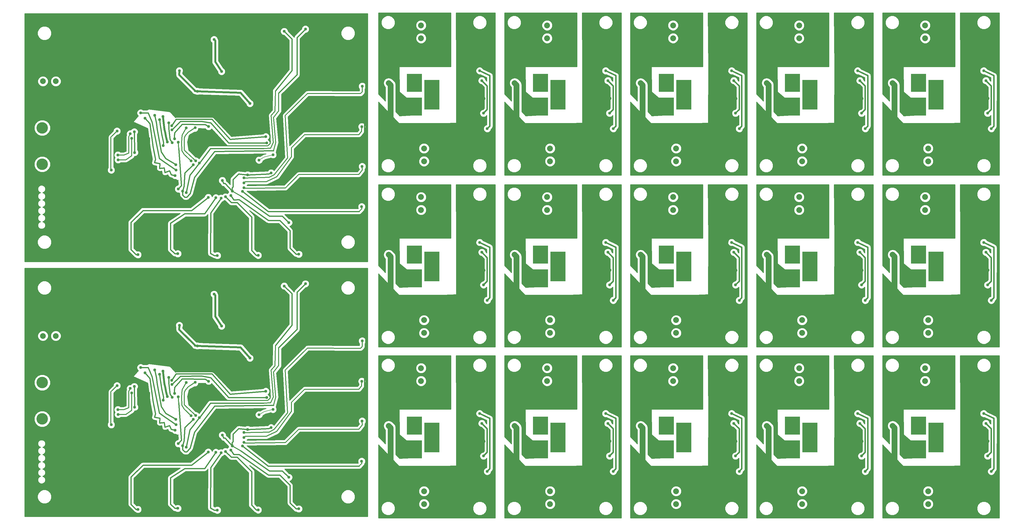
<source format=gbl>
G04 (created by PCBNEW (2013-08-24 BZR 4298)-stable) date Tue 18 Feb 2014 09:28:51 PM PST*
%MOIN*%
G04 Gerber Fmt 3.4, Leading zero omitted, Abs format*
%FSLAX34Y34*%
G01*
G70*
G90*
G04 APERTURE LIST*
%ADD10C,0.005906*%
%ADD11C,0.080000*%
%ADD12C,0.020000*%
%ADD13R,0.206693X0.245276*%
%ADD14R,0.206693X0.405512*%
%ADD15C,0.023622*%
%ADD16R,0.098400X0.098400*%
%ADD17C,0.157480*%
%ADD18C,0.078700*%
%ADD19C,0.040000*%
%ADD20C,0.027559*%
%ADD21C,0.019685*%
%ADD22C,0.027559*%
%ADD23C,0.007874*%
%ADD24C,0.015748*%
%ADD25C,0.011811*%
%ADD26C,0.078740*%
%ADD27C,0.009843*%
%ADD28C,0.010000*%
G04 APERTURE END LIST*
G54D10*
G54D11*
X145807Y-17519D03*
X145807Y-15747D03*
X146216Y-32676D03*
X146216Y-34448D03*
G54D12*
X144102Y-27923D03*
X144102Y-27529D03*
X144102Y-27135D03*
X144102Y-26742D03*
X144102Y-26348D03*
X144102Y-25954D03*
X144102Y-22675D03*
X144102Y-23068D03*
X144102Y-23462D03*
X144102Y-23856D03*
X144102Y-24250D03*
X144102Y-24643D03*
X144496Y-22675D03*
X144496Y-23068D03*
X144496Y-23462D03*
X144496Y-23856D03*
X144496Y-24250D03*
X144496Y-24643D03*
X144496Y-25954D03*
X144496Y-26348D03*
X144496Y-26742D03*
X144496Y-27135D03*
X144496Y-27529D03*
X144496Y-27923D03*
X144889Y-24643D03*
X144889Y-24250D03*
X144889Y-23856D03*
X144889Y-23462D03*
X144889Y-23068D03*
X144889Y-22675D03*
X144889Y-25954D03*
X144889Y-26348D03*
X144889Y-26742D03*
X144889Y-27135D03*
X144889Y-27529D03*
X144889Y-27923D03*
X145283Y-27923D03*
X145283Y-27529D03*
X145283Y-27135D03*
X145283Y-26742D03*
X145283Y-26348D03*
X145283Y-25954D03*
X145283Y-24643D03*
X145283Y-24250D03*
X145283Y-23856D03*
X145283Y-23462D03*
X145283Y-23068D03*
X145283Y-22675D03*
X145677Y-27923D03*
X145677Y-27529D03*
X145677Y-27135D03*
X145677Y-26742D03*
X145677Y-26348D03*
X145677Y-25954D03*
X145677Y-24643D03*
X145677Y-24250D03*
X145677Y-23856D03*
X145677Y-23462D03*
X145677Y-23068D03*
X145677Y-22675D03*
X146503Y-24708D03*
X146503Y-24314D03*
X146503Y-23921D03*
X146503Y-23527D03*
X146897Y-23527D03*
X146897Y-23921D03*
X146897Y-24314D03*
X146897Y-24708D03*
X147291Y-23527D03*
X147291Y-23921D03*
X147291Y-24314D03*
X147291Y-24708D03*
X147685Y-24708D03*
X147685Y-24314D03*
X147685Y-23921D03*
X147685Y-23527D03*
X148078Y-24708D03*
X148078Y-24314D03*
X148078Y-23921D03*
X148078Y-23527D03*
X148078Y-25102D03*
X148078Y-25496D03*
X148078Y-25889D03*
X148078Y-26283D03*
X148078Y-26677D03*
X148078Y-27070D03*
X147685Y-25102D03*
X147685Y-25496D03*
X147685Y-25889D03*
X147685Y-26283D03*
X147685Y-26677D03*
X147685Y-27070D03*
X147291Y-27070D03*
X147291Y-26677D03*
X147291Y-26283D03*
X147291Y-25889D03*
X147291Y-25496D03*
X147291Y-25102D03*
X146897Y-27070D03*
X146897Y-26677D03*
X146897Y-26283D03*
X146897Y-25889D03*
X146897Y-25496D03*
X146897Y-25102D03*
X146503Y-25102D03*
X146503Y-25496D03*
X146503Y-25889D03*
X146503Y-26283D03*
X146503Y-26677D03*
X146503Y-27070D03*
G54D13*
X144889Y-26938D03*
X144889Y-23659D03*
G54D14*
X147291Y-25299D03*
G54D12*
X144102Y-27923D03*
X144102Y-27529D03*
X144102Y-27135D03*
X144102Y-26742D03*
X144102Y-26348D03*
X144102Y-25954D03*
X144102Y-22675D03*
X144102Y-23068D03*
X144102Y-23462D03*
X144102Y-23856D03*
X144102Y-24250D03*
X144102Y-24643D03*
X144496Y-22675D03*
X144496Y-23068D03*
X144496Y-23462D03*
X144496Y-23856D03*
X144496Y-24250D03*
X144496Y-24643D03*
X144496Y-25954D03*
X144496Y-26348D03*
X144496Y-26742D03*
X144496Y-27135D03*
X144496Y-27529D03*
X144496Y-27923D03*
X144889Y-24643D03*
X144889Y-24250D03*
X144889Y-23856D03*
X144889Y-23462D03*
X144889Y-23068D03*
X144889Y-22675D03*
X144889Y-25954D03*
X144889Y-26348D03*
X144889Y-26742D03*
X144889Y-27135D03*
X144889Y-27529D03*
X144889Y-27923D03*
X145283Y-27923D03*
X145283Y-27529D03*
X145283Y-27135D03*
X145283Y-26742D03*
X145283Y-26348D03*
X145283Y-25954D03*
X145283Y-24643D03*
X145283Y-24250D03*
X145283Y-23856D03*
X145283Y-23462D03*
X145283Y-23068D03*
X145283Y-22675D03*
X145677Y-27923D03*
X145677Y-27529D03*
X145677Y-27135D03*
X145677Y-26742D03*
X145677Y-26348D03*
X145677Y-25954D03*
X145677Y-24643D03*
X145677Y-24250D03*
X145677Y-23856D03*
X145677Y-23462D03*
X145677Y-23068D03*
X145677Y-22675D03*
X146503Y-24708D03*
X146503Y-24314D03*
X146503Y-23921D03*
X146503Y-23527D03*
X146897Y-23527D03*
X146897Y-23921D03*
X146897Y-24314D03*
X146897Y-24708D03*
X147291Y-23527D03*
X147291Y-23921D03*
X147291Y-24314D03*
X147291Y-24708D03*
X147685Y-24708D03*
X147685Y-24314D03*
X147685Y-23921D03*
X147685Y-23527D03*
X148078Y-24708D03*
X148078Y-24314D03*
X148078Y-23921D03*
X148078Y-23527D03*
X148078Y-25102D03*
X148078Y-25496D03*
X148078Y-25889D03*
X148078Y-26283D03*
X148078Y-26677D03*
X148078Y-27070D03*
X147685Y-25102D03*
X147685Y-25496D03*
X147685Y-25889D03*
X147685Y-26283D03*
X147685Y-26677D03*
X147685Y-27070D03*
X147291Y-27070D03*
X147291Y-26677D03*
X147291Y-26283D03*
X147291Y-25889D03*
X147291Y-25496D03*
X147291Y-25102D03*
X146897Y-27070D03*
X146897Y-26677D03*
X146897Y-26283D03*
X146897Y-25889D03*
X146897Y-25496D03*
X146897Y-25102D03*
X146503Y-25102D03*
X146503Y-25496D03*
X146503Y-25889D03*
X146503Y-26283D03*
X146503Y-26677D03*
X146503Y-27070D03*
G54D13*
X144889Y-26938D03*
X144889Y-23659D03*
G54D14*
X147291Y-25299D03*
G54D11*
X146216Y-32676D03*
X146216Y-34448D03*
X145807Y-17519D03*
X145807Y-15747D03*
X145807Y-41142D03*
X145807Y-39370D03*
X146216Y-56298D03*
X146216Y-58070D03*
G54D12*
X144102Y-51545D03*
X144102Y-51151D03*
X144102Y-50757D03*
X144102Y-50364D03*
X144102Y-49970D03*
X144102Y-49576D03*
X144102Y-46297D03*
X144102Y-46690D03*
X144102Y-47084D03*
X144102Y-47478D03*
X144102Y-47872D03*
X144102Y-48265D03*
X144496Y-46297D03*
X144496Y-46690D03*
X144496Y-47084D03*
X144496Y-47478D03*
X144496Y-47872D03*
X144496Y-48265D03*
X144496Y-49576D03*
X144496Y-49970D03*
X144496Y-50364D03*
X144496Y-50757D03*
X144496Y-51151D03*
X144496Y-51545D03*
X144889Y-48265D03*
X144889Y-47872D03*
X144889Y-47478D03*
X144889Y-47084D03*
X144889Y-46690D03*
X144889Y-46297D03*
X144889Y-49576D03*
X144889Y-49970D03*
X144889Y-50364D03*
X144889Y-50757D03*
X144889Y-51151D03*
X144889Y-51545D03*
X145283Y-51545D03*
X145283Y-51151D03*
X145283Y-50757D03*
X145283Y-50364D03*
X145283Y-49970D03*
X145283Y-49576D03*
X145283Y-48265D03*
X145283Y-47872D03*
X145283Y-47478D03*
X145283Y-47084D03*
X145283Y-46690D03*
X145283Y-46297D03*
X145677Y-51545D03*
X145677Y-51151D03*
X145677Y-50757D03*
X145677Y-50364D03*
X145677Y-49970D03*
X145677Y-49576D03*
X145677Y-48265D03*
X145677Y-47872D03*
X145677Y-47478D03*
X145677Y-47084D03*
X145677Y-46690D03*
X145677Y-46297D03*
X146503Y-48330D03*
X146503Y-47937D03*
X146503Y-47543D03*
X146503Y-47149D03*
X146897Y-47149D03*
X146897Y-47543D03*
X146897Y-47937D03*
X146897Y-48330D03*
X147291Y-47149D03*
X147291Y-47543D03*
X147291Y-47937D03*
X147291Y-48330D03*
X147685Y-48330D03*
X147685Y-47937D03*
X147685Y-47543D03*
X147685Y-47149D03*
X148078Y-48330D03*
X148078Y-47937D03*
X148078Y-47543D03*
X148078Y-47149D03*
X148078Y-48724D03*
X148078Y-49118D03*
X148078Y-49511D03*
X148078Y-49905D03*
X148078Y-50299D03*
X148078Y-50692D03*
X147685Y-48724D03*
X147685Y-49118D03*
X147685Y-49511D03*
X147685Y-49905D03*
X147685Y-50299D03*
X147685Y-50692D03*
X147291Y-50692D03*
X147291Y-50299D03*
X147291Y-49905D03*
X147291Y-49511D03*
X147291Y-49118D03*
X147291Y-48724D03*
X146897Y-50692D03*
X146897Y-50299D03*
X146897Y-49905D03*
X146897Y-49511D03*
X146897Y-49118D03*
X146897Y-48724D03*
X146503Y-48724D03*
X146503Y-49118D03*
X146503Y-49511D03*
X146503Y-49905D03*
X146503Y-50299D03*
X146503Y-50692D03*
G54D13*
X144889Y-50561D03*
X144889Y-47281D03*
G54D14*
X147291Y-48921D03*
G54D12*
X144102Y-51545D03*
X144102Y-51151D03*
X144102Y-50757D03*
X144102Y-50364D03*
X144102Y-49970D03*
X144102Y-49576D03*
X144102Y-46297D03*
X144102Y-46690D03*
X144102Y-47084D03*
X144102Y-47478D03*
X144102Y-47872D03*
X144102Y-48265D03*
X144496Y-46297D03*
X144496Y-46690D03*
X144496Y-47084D03*
X144496Y-47478D03*
X144496Y-47872D03*
X144496Y-48265D03*
X144496Y-49576D03*
X144496Y-49970D03*
X144496Y-50364D03*
X144496Y-50757D03*
X144496Y-51151D03*
X144496Y-51545D03*
X144889Y-48265D03*
X144889Y-47872D03*
X144889Y-47478D03*
X144889Y-47084D03*
X144889Y-46690D03*
X144889Y-46297D03*
X144889Y-49576D03*
X144889Y-49970D03*
X144889Y-50364D03*
X144889Y-50757D03*
X144889Y-51151D03*
X144889Y-51545D03*
X145283Y-51545D03*
X145283Y-51151D03*
X145283Y-50757D03*
X145283Y-50364D03*
X145283Y-49970D03*
X145283Y-49576D03*
X145283Y-48265D03*
X145283Y-47872D03*
X145283Y-47478D03*
X145283Y-47084D03*
X145283Y-46690D03*
X145283Y-46297D03*
X145677Y-51545D03*
X145677Y-51151D03*
X145677Y-50757D03*
X145677Y-50364D03*
X145677Y-49970D03*
X145677Y-49576D03*
X145677Y-48265D03*
X145677Y-47872D03*
X145677Y-47478D03*
X145677Y-47084D03*
X145677Y-46690D03*
X145677Y-46297D03*
X146503Y-48330D03*
X146503Y-47937D03*
X146503Y-47543D03*
X146503Y-47149D03*
X146897Y-47149D03*
X146897Y-47543D03*
X146897Y-47937D03*
X146897Y-48330D03*
X147291Y-47149D03*
X147291Y-47543D03*
X147291Y-47937D03*
X147291Y-48330D03*
X147685Y-48330D03*
X147685Y-47937D03*
X147685Y-47543D03*
X147685Y-47149D03*
X148078Y-48330D03*
X148078Y-47937D03*
X148078Y-47543D03*
X148078Y-47149D03*
X148078Y-48724D03*
X148078Y-49118D03*
X148078Y-49511D03*
X148078Y-49905D03*
X148078Y-50299D03*
X148078Y-50692D03*
X147685Y-48724D03*
X147685Y-49118D03*
X147685Y-49511D03*
X147685Y-49905D03*
X147685Y-50299D03*
X147685Y-50692D03*
X147291Y-50692D03*
X147291Y-50299D03*
X147291Y-49905D03*
X147291Y-49511D03*
X147291Y-49118D03*
X147291Y-48724D03*
X146897Y-50692D03*
X146897Y-50299D03*
X146897Y-49905D03*
X146897Y-49511D03*
X146897Y-49118D03*
X146897Y-48724D03*
X146503Y-48724D03*
X146503Y-49118D03*
X146503Y-49511D03*
X146503Y-49905D03*
X146503Y-50299D03*
X146503Y-50692D03*
G54D13*
X144889Y-50561D03*
X144889Y-47281D03*
G54D14*
X147291Y-48921D03*
G54D11*
X146216Y-56298D03*
X146216Y-58070D03*
X145807Y-41142D03*
X145807Y-39370D03*
X145807Y-64685D03*
X145807Y-62913D03*
X146216Y-79842D03*
X146216Y-81614D03*
G54D12*
X144102Y-75088D03*
X144102Y-74694D03*
X144102Y-74301D03*
X144102Y-73907D03*
X144102Y-73513D03*
X144102Y-73120D03*
X144102Y-69840D03*
X144102Y-70234D03*
X144102Y-70627D03*
X144102Y-71021D03*
X144102Y-71415D03*
X144102Y-71809D03*
X144496Y-69840D03*
X144496Y-70234D03*
X144496Y-70627D03*
X144496Y-71021D03*
X144496Y-71415D03*
X144496Y-71809D03*
X144496Y-73120D03*
X144496Y-73513D03*
X144496Y-73907D03*
X144496Y-74301D03*
X144496Y-74694D03*
X144496Y-75088D03*
X144889Y-71809D03*
X144889Y-71415D03*
X144889Y-71021D03*
X144889Y-70627D03*
X144889Y-70234D03*
X144889Y-69840D03*
X144889Y-73120D03*
X144889Y-73513D03*
X144889Y-73907D03*
X144889Y-74301D03*
X144889Y-74694D03*
X144889Y-75088D03*
X145283Y-75088D03*
X145283Y-74694D03*
X145283Y-74301D03*
X145283Y-73907D03*
X145283Y-73513D03*
X145283Y-73120D03*
X145283Y-71809D03*
X145283Y-71415D03*
X145283Y-71021D03*
X145283Y-70627D03*
X145283Y-70234D03*
X145283Y-69840D03*
X145677Y-75088D03*
X145677Y-74694D03*
X145677Y-74301D03*
X145677Y-73907D03*
X145677Y-73513D03*
X145677Y-73120D03*
X145677Y-71809D03*
X145677Y-71415D03*
X145677Y-71021D03*
X145677Y-70627D03*
X145677Y-70234D03*
X145677Y-69840D03*
X146503Y-71874D03*
X146503Y-71480D03*
X146503Y-71086D03*
X146503Y-70692D03*
X146897Y-70692D03*
X146897Y-71086D03*
X146897Y-71480D03*
X146897Y-71874D03*
X147291Y-70692D03*
X147291Y-71086D03*
X147291Y-71480D03*
X147291Y-71874D03*
X147685Y-71874D03*
X147685Y-71480D03*
X147685Y-71086D03*
X147685Y-70692D03*
X148078Y-71874D03*
X148078Y-71480D03*
X148078Y-71086D03*
X148078Y-70692D03*
X148078Y-72267D03*
X148078Y-72661D03*
X148078Y-73055D03*
X148078Y-73448D03*
X148078Y-73842D03*
X148078Y-74236D03*
X147685Y-72267D03*
X147685Y-72661D03*
X147685Y-73055D03*
X147685Y-73448D03*
X147685Y-73842D03*
X147685Y-74236D03*
X147291Y-74236D03*
X147291Y-73842D03*
X147291Y-73448D03*
X147291Y-73055D03*
X147291Y-72661D03*
X147291Y-72267D03*
X146897Y-74236D03*
X146897Y-73842D03*
X146897Y-73448D03*
X146897Y-73055D03*
X146897Y-72661D03*
X146897Y-72267D03*
X146503Y-72267D03*
X146503Y-72661D03*
X146503Y-73055D03*
X146503Y-73448D03*
X146503Y-73842D03*
X146503Y-74236D03*
G54D13*
X144889Y-74104D03*
X144889Y-70824D03*
G54D14*
X147291Y-72464D03*
G54D12*
X144102Y-75088D03*
X144102Y-74694D03*
X144102Y-74301D03*
X144102Y-73907D03*
X144102Y-73513D03*
X144102Y-73120D03*
X144102Y-69840D03*
X144102Y-70234D03*
X144102Y-70627D03*
X144102Y-71021D03*
X144102Y-71415D03*
X144102Y-71809D03*
X144496Y-69840D03*
X144496Y-70234D03*
X144496Y-70627D03*
X144496Y-71021D03*
X144496Y-71415D03*
X144496Y-71809D03*
X144496Y-73120D03*
X144496Y-73513D03*
X144496Y-73907D03*
X144496Y-74301D03*
X144496Y-74694D03*
X144496Y-75088D03*
X144889Y-71809D03*
X144889Y-71415D03*
X144889Y-71021D03*
X144889Y-70627D03*
X144889Y-70234D03*
X144889Y-69840D03*
X144889Y-73120D03*
X144889Y-73513D03*
X144889Y-73907D03*
X144889Y-74301D03*
X144889Y-74694D03*
X144889Y-75088D03*
X145283Y-75088D03*
X145283Y-74694D03*
X145283Y-74301D03*
X145283Y-73907D03*
X145283Y-73513D03*
X145283Y-73120D03*
X145283Y-71809D03*
X145283Y-71415D03*
X145283Y-71021D03*
X145283Y-70627D03*
X145283Y-70234D03*
X145283Y-69840D03*
X145677Y-75088D03*
X145677Y-74694D03*
X145677Y-74301D03*
X145677Y-73907D03*
X145677Y-73513D03*
X145677Y-73120D03*
X145677Y-71809D03*
X145677Y-71415D03*
X145677Y-71021D03*
X145677Y-70627D03*
X145677Y-70234D03*
X145677Y-69840D03*
X146503Y-71874D03*
X146503Y-71480D03*
X146503Y-71086D03*
X146503Y-70692D03*
X146897Y-70692D03*
X146897Y-71086D03*
X146897Y-71480D03*
X146897Y-71874D03*
X147291Y-70692D03*
X147291Y-71086D03*
X147291Y-71480D03*
X147291Y-71874D03*
X147685Y-71874D03*
X147685Y-71480D03*
X147685Y-71086D03*
X147685Y-70692D03*
X148078Y-71874D03*
X148078Y-71480D03*
X148078Y-71086D03*
X148078Y-70692D03*
X148078Y-72267D03*
X148078Y-72661D03*
X148078Y-73055D03*
X148078Y-73448D03*
X148078Y-73842D03*
X148078Y-74236D03*
X147685Y-72267D03*
X147685Y-72661D03*
X147685Y-73055D03*
X147685Y-73448D03*
X147685Y-73842D03*
X147685Y-74236D03*
X147291Y-74236D03*
X147291Y-73842D03*
X147291Y-73448D03*
X147291Y-73055D03*
X147291Y-72661D03*
X147291Y-72267D03*
X146897Y-74236D03*
X146897Y-73842D03*
X146897Y-73448D03*
X146897Y-73055D03*
X146897Y-72661D03*
X146897Y-72267D03*
X146503Y-72267D03*
X146503Y-72661D03*
X146503Y-73055D03*
X146503Y-73448D03*
X146503Y-73842D03*
X146503Y-74236D03*
G54D13*
X144889Y-74104D03*
X144889Y-70824D03*
G54D14*
X147291Y-72464D03*
G54D11*
X146216Y-79842D03*
X146216Y-81614D03*
X145807Y-64685D03*
X145807Y-62913D03*
X111161Y-17519D03*
X111161Y-15747D03*
X111570Y-32676D03*
X111570Y-34448D03*
G54D12*
X109456Y-27923D03*
X109456Y-27529D03*
X109456Y-27135D03*
X109456Y-26742D03*
X109456Y-26348D03*
X109456Y-25954D03*
X109456Y-22675D03*
X109456Y-23068D03*
X109456Y-23462D03*
X109456Y-23856D03*
X109456Y-24250D03*
X109456Y-24643D03*
X109850Y-22675D03*
X109850Y-23068D03*
X109850Y-23462D03*
X109850Y-23856D03*
X109850Y-24250D03*
X109850Y-24643D03*
X109850Y-25954D03*
X109850Y-26348D03*
X109850Y-26742D03*
X109850Y-27135D03*
X109850Y-27529D03*
X109850Y-27923D03*
X110244Y-24643D03*
X110244Y-24250D03*
X110244Y-23856D03*
X110244Y-23462D03*
X110244Y-23068D03*
X110244Y-22675D03*
X110244Y-25954D03*
X110244Y-26348D03*
X110244Y-26742D03*
X110244Y-27135D03*
X110244Y-27529D03*
X110244Y-27923D03*
X110637Y-27923D03*
X110637Y-27529D03*
X110637Y-27135D03*
X110637Y-26742D03*
X110637Y-26348D03*
X110637Y-25954D03*
X110637Y-24643D03*
X110637Y-24250D03*
X110637Y-23856D03*
X110637Y-23462D03*
X110637Y-23068D03*
X110637Y-22675D03*
X111031Y-27923D03*
X111031Y-27529D03*
X111031Y-27135D03*
X111031Y-26742D03*
X111031Y-26348D03*
X111031Y-25954D03*
X111031Y-24643D03*
X111031Y-24250D03*
X111031Y-23856D03*
X111031Y-23462D03*
X111031Y-23068D03*
X111031Y-22675D03*
X111858Y-24708D03*
X111858Y-24314D03*
X111858Y-23921D03*
X111858Y-23527D03*
X112251Y-23527D03*
X112251Y-23921D03*
X112251Y-24314D03*
X112251Y-24708D03*
X112645Y-23527D03*
X112645Y-23921D03*
X112645Y-24314D03*
X112645Y-24708D03*
X113039Y-24708D03*
X113039Y-24314D03*
X113039Y-23921D03*
X113039Y-23527D03*
X113433Y-24708D03*
X113433Y-24314D03*
X113433Y-23921D03*
X113433Y-23527D03*
X113433Y-25102D03*
X113433Y-25496D03*
X113433Y-25889D03*
X113433Y-26283D03*
X113433Y-26677D03*
X113433Y-27070D03*
X113039Y-25102D03*
X113039Y-25496D03*
X113039Y-25889D03*
X113039Y-26283D03*
X113039Y-26677D03*
X113039Y-27070D03*
X112645Y-27070D03*
X112645Y-26677D03*
X112645Y-26283D03*
X112645Y-25889D03*
X112645Y-25496D03*
X112645Y-25102D03*
X112251Y-27070D03*
X112251Y-26677D03*
X112251Y-26283D03*
X112251Y-25889D03*
X112251Y-25496D03*
X112251Y-25102D03*
X111858Y-25102D03*
X111858Y-25496D03*
X111858Y-25889D03*
X111858Y-26283D03*
X111858Y-26677D03*
X111858Y-27070D03*
G54D13*
X110244Y-26938D03*
X110244Y-23659D03*
G54D14*
X112645Y-25299D03*
G54D12*
X109456Y-27923D03*
X109456Y-27529D03*
X109456Y-27135D03*
X109456Y-26742D03*
X109456Y-26348D03*
X109456Y-25954D03*
X109456Y-22675D03*
X109456Y-23068D03*
X109456Y-23462D03*
X109456Y-23856D03*
X109456Y-24250D03*
X109456Y-24643D03*
X109850Y-22675D03*
X109850Y-23068D03*
X109850Y-23462D03*
X109850Y-23856D03*
X109850Y-24250D03*
X109850Y-24643D03*
X109850Y-25954D03*
X109850Y-26348D03*
X109850Y-26742D03*
X109850Y-27135D03*
X109850Y-27529D03*
X109850Y-27923D03*
X110244Y-24643D03*
X110244Y-24250D03*
X110244Y-23856D03*
X110244Y-23462D03*
X110244Y-23068D03*
X110244Y-22675D03*
X110244Y-25954D03*
X110244Y-26348D03*
X110244Y-26742D03*
X110244Y-27135D03*
X110244Y-27529D03*
X110244Y-27923D03*
X110637Y-27923D03*
X110637Y-27529D03*
X110637Y-27135D03*
X110637Y-26742D03*
X110637Y-26348D03*
X110637Y-25954D03*
X110637Y-24643D03*
X110637Y-24250D03*
X110637Y-23856D03*
X110637Y-23462D03*
X110637Y-23068D03*
X110637Y-22675D03*
X111031Y-27923D03*
X111031Y-27529D03*
X111031Y-27135D03*
X111031Y-26742D03*
X111031Y-26348D03*
X111031Y-25954D03*
X111031Y-24643D03*
X111031Y-24250D03*
X111031Y-23856D03*
X111031Y-23462D03*
X111031Y-23068D03*
X111031Y-22675D03*
X111858Y-24708D03*
X111858Y-24314D03*
X111858Y-23921D03*
X111858Y-23527D03*
X112251Y-23527D03*
X112251Y-23921D03*
X112251Y-24314D03*
X112251Y-24708D03*
X112645Y-23527D03*
X112645Y-23921D03*
X112645Y-24314D03*
X112645Y-24708D03*
X113039Y-24708D03*
X113039Y-24314D03*
X113039Y-23921D03*
X113039Y-23527D03*
X113433Y-24708D03*
X113433Y-24314D03*
X113433Y-23921D03*
X113433Y-23527D03*
X113433Y-25102D03*
X113433Y-25496D03*
X113433Y-25889D03*
X113433Y-26283D03*
X113433Y-26677D03*
X113433Y-27070D03*
X113039Y-25102D03*
X113039Y-25496D03*
X113039Y-25889D03*
X113039Y-26283D03*
X113039Y-26677D03*
X113039Y-27070D03*
X112645Y-27070D03*
X112645Y-26677D03*
X112645Y-26283D03*
X112645Y-25889D03*
X112645Y-25496D03*
X112645Y-25102D03*
X112251Y-27070D03*
X112251Y-26677D03*
X112251Y-26283D03*
X112251Y-25889D03*
X112251Y-25496D03*
X112251Y-25102D03*
X111858Y-25102D03*
X111858Y-25496D03*
X111858Y-25889D03*
X111858Y-26283D03*
X111858Y-26677D03*
X111858Y-27070D03*
G54D13*
X110244Y-26938D03*
X110244Y-23659D03*
G54D14*
X112645Y-25299D03*
G54D11*
X111570Y-32676D03*
X111570Y-34448D03*
X111161Y-17519D03*
X111161Y-15747D03*
X111161Y-41142D03*
X111161Y-39370D03*
X111570Y-56298D03*
X111570Y-58070D03*
G54D12*
X109456Y-51545D03*
X109456Y-51151D03*
X109456Y-50757D03*
X109456Y-50364D03*
X109456Y-49970D03*
X109456Y-49576D03*
X109456Y-46297D03*
X109456Y-46690D03*
X109456Y-47084D03*
X109456Y-47478D03*
X109456Y-47872D03*
X109456Y-48265D03*
X109850Y-46297D03*
X109850Y-46690D03*
X109850Y-47084D03*
X109850Y-47478D03*
X109850Y-47872D03*
X109850Y-48265D03*
X109850Y-49576D03*
X109850Y-49970D03*
X109850Y-50364D03*
X109850Y-50757D03*
X109850Y-51151D03*
X109850Y-51545D03*
X110244Y-48265D03*
X110244Y-47872D03*
X110244Y-47478D03*
X110244Y-47084D03*
X110244Y-46690D03*
X110244Y-46297D03*
X110244Y-49576D03*
X110244Y-49970D03*
X110244Y-50364D03*
X110244Y-50757D03*
X110244Y-51151D03*
X110244Y-51545D03*
X110637Y-51545D03*
X110637Y-51151D03*
X110637Y-50757D03*
X110637Y-50364D03*
X110637Y-49970D03*
X110637Y-49576D03*
X110637Y-48265D03*
X110637Y-47872D03*
X110637Y-47478D03*
X110637Y-47084D03*
X110637Y-46690D03*
X110637Y-46297D03*
X111031Y-51545D03*
X111031Y-51151D03*
X111031Y-50757D03*
X111031Y-50364D03*
X111031Y-49970D03*
X111031Y-49576D03*
X111031Y-48265D03*
X111031Y-47872D03*
X111031Y-47478D03*
X111031Y-47084D03*
X111031Y-46690D03*
X111031Y-46297D03*
X111858Y-48330D03*
X111858Y-47937D03*
X111858Y-47543D03*
X111858Y-47149D03*
X112251Y-47149D03*
X112251Y-47543D03*
X112251Y-47937D03*
X112251Y-48330D03*
X112645Y-47149D03*
X112645Y-47543D03*
X112645Y-47937D03*
X112645Y-48330D03*
X113039Y-48330D03*
X113039Y-47937D03*
X113039Y-47543D03*
X113039Y-47149D03*
X113433Y-48330D03*
X113433Y-47937D03*
X113433Y-47543D03*
X113433Y-47149D03*
X113433Y-48724D03*
X113433Y-49118D03*
X113433Y-49511D03*
X113433Y-49905D03*
X113433Y-50299D03*
X113433Y-50692D03*
X113039Y-48724D03*
X113039Y-49118D03*
X113039Y-49511D03*
X113039Y-49905D03*
X113039Y-50299D03*
X113039Y-50692D03*
X112645Y-50692D03*
X112645Y-50299D03*
X112645Y-49905D03*
X112645Y-49511D03*
X112645Y-49118D03*
X112645Y-48724D03*
X112251Y-50692D03*
X112251Y-50299D03*
X112251Y-49905D03*
X112251Y-49511D03*
X112251Y-49118D03*
X112251Y-48724D03*
X111858Y-48724D03*
X111858Y-49118D03*
X111858Y-49511D03*
X111858Y-49905D03*
X111858Y-50299D03*
X111858Y-50692D03*
G54D13*
X110244Y-50561D03*
X110244Y-47281D03*
G54D14*
X112645Y-48921D03*
G54D12*
X109456Y-51545D03*
X109456Y-51151D03*
X109456Y-50757D03*
X109456Y-50364D03*
X109456Y-49970D03*
X109456Y-49576D03*
X109456Y-46297D03*
X109456Y-46690D03*
X109456Y-47084D03*
X109456Y-47478D03*
X109456Y-47872D03*
X109456Y-48265D03*
X109850Y-46297D03*
X109850Y-46690D03*
X109850Y-47084D03*
X109850Y-47478D03*
X109850Y-47872D03*
X109850Y-48265D03*
X109850Y-49576D03*
X109850Y-49970D03*
X109850Y-50364D03*
X109850Y-50757D03*
X109850Y-51151D03*
X109850Y-51545D03*
X110244Y-48265D03*
X110244Y-47872D03*
X110244Y-47478D03*
X110244Y-47084D03*
X110244Y-46690D03*
X110244Y-46297D03*
X110244Y-49576D03*
X110244Y-49970D03*
X110244Y-50364D03*
X110244Y-50757D03*
X110244Y-51151D03*
X110244Y-51545D03*
X110637Y-51545D03*
X110637Y-51151D03*
X110637Y-50757D03*
X110637Y-50364D03*
X110637Y-49970D03*
X110637Y-49576D03*
X110637Y-48265D03*
X110637Y-47872D03*
X110637Y-47478D03*
X110637Y-47084D03*
X110637Y-46690D03*
X110637Y-46297D03*
X111031Y-51545D03*
X111031Y-51151D03*
X111031Y-50757D03*
X111031Y-50364D03*
X111031Y-49970D03*
X111031Y-49576D03*
X111031Y-48265D03*
X111031Y-47872D03*
X111031Y-47478D03*
X111031Y-47084D03*
X111031Y-46690D03*
X111031Y-46297D03*
X111858Y-48330D03*
X111858Y-47937D03*
X111858Y-47543D03*
X111858Y-47149D03*
X112251Y-47149D03*
X112251Y-47543D03*
X112251Y-47937D03*
X112251Y-48330D03*
X112645Y-47149D03*
X112645Y-47543D03*
X112645Y-47937D03*
X112645Y-48330D03*
X113039Y-48330D03*
X113039Y-47937D03*
X113039Y-47543D03*
X113039Y-47149D03*
X113433Y-48330D03*
X113433Y-47937D03*
X113433Y-47543D03*
X113433Y-47149D03*
X113433Y-48724D03*
X113433Y-49118D03*
X113433Y-49511D03*
X113433Y-49905D03*
X113433Y-50299D03*
X113433Y-50692D03*
X113039Y-48724D03*
X113039Y-49118D03*
X113039Y-49511D03*
X113039Y-49905D03*
X113039Y-50299D03*
X113039Y-50692D03*
X112645Y-50692D03*
X112645Y-50299D03*
X112645Y-49905D03*
X112645Y-49511D03*
X112645Y-49118D03*
X112645Y-48724D03*
X112251Y-50692D03*
X112251Y-50299D03*
X112251Y-49905D03*
X112251Y-49511D03*
X112251Y-49118D03*
X112251Y-48724D03*
X111858Y-48724D03*
X111858Y-49118D03*
X111858Y-49511D03*
X111858Y-49905D03*
X111858Y-50299D03*
X111858Y-50692D03*
G54D13*
X110244Y-50561D03*
X110244Y-47281D03*
G54D14*
X112645Y-48921D03*
G54D11*
X111570Y-56298D03*
X111570Y-58070D03*
X111161Y-41142D03*
X111161Y-39370D03*
X111161Y-64685D03*
X111161Y-62913D03*
X111570Y-79842D03*
X111570Y-81614D03*
G54D12*
X109456Y-75088D03*
X109456Y-74694D03*
X109456Y-74301D03*
X109456Y-73907D03*
X109456Y-73513D03*
X109456Y-73120D03*
X109456Y-69840D03*
X109456Y-70234D03*
X109456Y-70627D03*
X109456Y-71021D03*
X109456Y-71415D03*
X109456Y-71809D03*
X109850Y-69840D03*
X109850Y-70234D03*
X109850Y-70627D03*
X109850Y-71021D03*
X109850Y-71415D03*
X109850Y-71809D03*
X109850Y-73120D03*
X109850Y-73513D03*
X109850Y-73907D03*
X109850Y-74301D03*
X109850Y-74694D03*
X109850Y-75088D03*
X110244Y-71809D03*
X110244Y-71415D03*
X110244Y-71021D03*
X110244Y-70627D03*
X110244Y-70234D03*
X110244Y-69840D03*
X110244Y-73120D03*
X110244Y-73513D03*
X110244Y-73907D03*
X110244Y-74301D03*
X110244Y-74694D03*
X110244Y-75088D03*
X110637Y-75088D03*
X110637Y-74694D03*
X110637Y-74301D03*
X110637Y-73907D03*
X110637Y-73513D03*
X110637Y-73120D03*
X110637Y-71809D03*
X110637Y-71415D03*
X110637Y-71021D03*
X110637Y-70627D03*
X110637Y-70234D03*
X110637Y-69840D03*
X111031Y-75088D03*
X111031Y-74694D03*
X111031Y-74301D03*
X111031Y-73907D03*
X111031Y-73513D03*
X111031Y-73120D03*
X111031Y-71809D03*
X111031Y-71415D03*
X111031Y-71021D03*
X111031Y-70627D03*
X111031Y-70234D03*
X111031Y-69840D03*
X111858Y-71874D03*
X111858Y-71480D03*
X111858Y-71086D03*
X111858Y-70692D03*
X112251Y-70692D03*
X112251Y-71086D03*
X112251Y-71480D03*
X112251Y-71874D03*
X112645Y-70692D03*
X112645Y-71086D03*
X112645Y-71480D03*
X112645Y-71874D03*
X113039Y-71874D03*
X113039Y-71480D03*
X113039Y-71086D03*
X113039Y-70692D03*
X113433Y-71874D03*
X113433Y-71480D03*
X113433Y-71086D03*
X113433Y-70692D03*
X113433Y-72267D03*
X113433Y-72661D03*
X113433Y-73055D03*
X113433Y-73448D03*
X113433Y-73842D03*
X113433Y-74236D03*
X113039Y-72267D03*
X113039Y-72661D03*
X113039Y-73055D03*
X113039Y-73448D03*
X113039Y-73842D03*
X113039Y-74236D03*
X112645Y-74236D03*
X112645Y-73842D03*
X112645Y-73448D03*
X112645Y-73055D03*
X112645Y-72661D03*
X112645Y-72267D03*
X112251Y-74236D03*
X112251Y-73842D03*
X112251Y-73448D03*
X112251Y-73055D03*
X112251Y-72661D03*
X112251Y-72267D03*
X111858Y-72267D03*
X111858Y-72661D03*
X111858Y-73055D03*
X111858Y-73448D03*
X111858Y-73842D03*
X111858Y-74236D03*
G54D13*
X110244Y-74104D03*
X110244Y-70824D03*
G54D14*
X112645Y-72464D03*
G54D12*
X109456Y-75088D03*
X109456Y-74694D03*
X109456Y-74301D03*
X109456Y-73907D03*
X109456Y-73513D03*
X109456Y-73120D03*
X109456Y-69840D03*
X109456Y-70234D03*
X109456Y-70627D03*
X109456Y-71021D03*
X109456Y-71415D03*
X109456Y-71809D03*
X109850Y-69840D03*
X109850Y-70234D03*
X109850Y-70627D03*
X109850Y-71021D03*
X109850Y-71415D03*
X109850Y-71809D03*
X109850Y-73120D03*
X109850Y-73513D03*
X109850Y-73907D03*
X109850Y-74301D03*
X109850Y-74694D03*
X109850Y-75088D03*
X110244Y-71809D03*
X110244Y-71415D03*
X110244Y-71021D03*
X110244Y-70627D03*
X110244Y-70234D03*
X110244Y-69840D03*
X110244Y-73120D03*
X110244Y-73513D03*
X110244Y-73907D03*
X110244Y-74301D03*
X110244Y-74694D03*
X110244Y-75088D03*
X110637Y-75088D03*
X110637Y-74694D03*
X110637Y-74301D03*
X110637Y-73907D03*
X110637Y-73513D03*
X110637Y-73120D03*
X110637Y-71809D03*
X110637Y-71415D03*
X110637Y-71021D03*
X110637Y-70627D03*
X110637Y-70234D03*
X110637Y-69840D03*
X111031Y-75088D03*
X111031Y-74694D03*
X111031Y-74301D03*
X111031Y-73907D03*
X111031Y-73513D03*
X111031Y-73120D03*
X111031Y-71809D03*
X111031Y-71415D03*
X111031Y-71021D03*
X111031Y-70627D03*
X111031Y-70234D03*
X111031Y-69840D03*
X111858Y-71874D03*
X111858Y-71480D03*
X111858Y-71086D03*
X111858Y-70692D03*
X112251Y-70692D03*
X112251Y-71086D03*
X112251Y-71480D03*
X112251Y-71874D03*
X112645Y-70692D03*
X112645Y-71086D03*
X112645Y-71480D03*
X112645Y-71874D03*
X113039Y-71874D03*
X113039Y-71480D03*
X113039Y-71086D03*
X113039Y-70692D03*
X113433Y-71874D03*
X113433Y-71480D03*
X113433Y-71086D03*
X113433Y-70692D03*
X113433Y-72267D03*
X113433Y-72661D03*
X113433Y-73055D03*
X113433Y-73448D03*
X113433Y-73842D03*
X113433Y-74236D03*
X113039Y-72267D03*
X113039Y-72661D03*
X113039Y-73055D03*
X113039Y-73448D03*
X113039Y-73842D03*
X113039Y-74236D03*
X112645Y-74236D03*
X112645Y-73842D03*
X112645Y-73448D03*
X112645Y-73055D03*
X112645Y-72661D03*
X112645Y-72267D03*
X112251Y-74236D03*
X112251Y-73842D03*
X112251Y-73448D03*
X112251Y-73055D03*
X112251Y-72661D03*
X112251Y-72267D03*
X111858Y-72267D03*
X111858Y-72661D03*
X111858Y-73055D03*
X111858Y-73448D03*
X111858Y-73842D03*
X111858Y-74236D03*
G54D13*
X110244Y-74104D03*
X110244Y-70824D03*
G54D14*
X112645Y-72464D03*
G54D11*
X111570Y-79842D03*
X111570Y-81614D03*
X111161Y-64685D03*
X111161Y-62913D03*
X128484Y-64685D03*
X128484Y-62913D03*
X128893Y-79842D03*
X128893Y-81614D03*
G54D12*
X126779Y-75088D03*
X126779Y-74694D03*
X126779Y-74301D03*
X126779Y-73907D03*
X126779Y-73513D03*
X126779Y-73120D03*
X126779Y-69840D03*
X126779Y-70234D03*
X126779Y-70627D03*
X126779Y-71021D03*
X126779Y-71415D03*
X126779Y-71809D03*
X127173Y-69840D03*
X127173Y-70234D03*
X127173Y-70627D03*
X127173Y-71021D03*
X127173Y-71415D03*
X127173Y-71809D03*
X127173Y-73120D03*
X127173Y-73513D03*
X127173Y-73907D03*
X127173Y-74301D03*
X127173Y-74694D03*
X127173Y-75088D03*
X127566Y-71809D03*
X127566Y-71415D03*
X127566Y-71021D03*
X127566Y-70627D03*
X127566Y-70234D03*
X127566Y-69840D03*
X127566Y-73120D03*
X127566Y-73513D03*
X127566Y-73907D03*
X127566Y-74301D03*
X127566Y-74694D03*
X127566Y-75088D03*
X127960Y-75088D03*
X127960Y-74694D03*
X127960Y-74301D03*
X127960Y-73907D03*
X127960Y-73513D03*
X127960Y-73120D03*
X127960Y-71809D03*
X127960Y-71415D03*
X127960Y-71021D03*
X127960Y-70627D03*
X127960Y-70234D03*
X127960Y-69840D03*
X128354Y-75088D03*
X128354Y-74694D03*
X128354Y-74301D03*
X128354Y-73907D03*
X128354Y-73513D03*
X128354Y-73120D03*
X128354Y-71809D03*
X128354Y-71415D03*
X128354Y-71021D03*
X128354Y-70627D03*
X128354Y-70234D03*
X128354Y-69840D03*
X129181Y-71874D03*
X129181Y-71480D03*
X129181Y-71086D03*
X129181Y-70692D03*
X129574Y-70692D03*
X129574Y-71086D03*
X129574Y-71480D03*
X129574Y-71874D03*
X129968Y-70692D03*
X129968Y-71086D03*
X129968Y-71480D03*
X129968Y-71874D03*
X130362Y-71874D03*
X130362Y-71480D03*
X130362Y-71086D03*
X130362Y-70692D03*
X130755Y-71874D03*
X130755Y-71480D03*
X130755Y-71086D03*
X130755Y-70692D03*
X130755Y-72267D03*
X130755Y-72661D03*
X130755Y-73055D03*
X130755Y-73448D03*
X130755Y-73842D03*
X130755Y-74236D03*
X130362Y-72267D03*
X130362Y-72661D03*
X130362Y-73055D03*
X130362Y-73448D03*
X130362Y-73842D03*
X130362Y-74236D03*
X129968Y-74236D03*
X129968Y-73842D03*
X129968Y-73448D03*
X129968Y-73055D03*
X129968Y-72661D03*
X129968Y-72267D03*
X129574Y-74236D03*
X129574Y-73842D03*
X129574Y-73448D03*
X129574Y-73055D03*
X129574Y-72661D03*
X129574Y-72267D03*
X129181Y-72267D03*
X129181Y-72661D03*
X129181Y-73055D03*
X129181Y-73448D03*
X129181Y-73842D03*
X129181Y-74236D03*
G54D13*
X127566Y-74104D03*
X127566Y-70824D03*
G54D14*
X129968Y-72464D03*
G54D12*
X126779Y-75088D03*
X126779Y-74694D03*
X126779Y-74301D03*
X126779Y-73907D03*
X126779Y-73513D03*
X126779Y-73120D03*
X126779Y-69840D03*
X126779Y-70234D03*
X126779Y-70627D03*
X126779Y-71021D03*
X126779Y-71415D03*
X126779Y-71809D03*
X127173Y-69840D03*
X127173Y-70234D03*
X127173Y-70627D03*
X127173Y-71021D03*
X127173Y-71415D03*
X127173Y-71809D03*
X127173Y-73120D03*
X127173Y-73513D03*
X127173Y-73907D03*
X127173Y-74301D03*
X127173Y-74694D03*
X127173Y-75088D03*
X127566Y-71809D03*
X127566Y-71415D03*
X127566Y-71021D03*
X127566Y-70627D03*
X127566Y-70234D03*
X127566Y-69840D03*
X127566Y-73120D03*
X127566Y-73513D03*
X127566Y-73907D03*
X127566Y-74301D03*
X127566Y-74694D03*
X127566Y-75088D03*
X127960Y-75088D03*
X127960Y-74694D03*
X127960Y-74301D03*
X127960Y-73907D03*
X127960Y-73513D03*
X127960Y-73120D03*
X127960Y-71809D03*
X127960Y-71415D03*
X127960Y-71021D03*
X127960Y-70627D03*
X127960Y-70234D03*
X127960Y-69840D03*
X128354Y-75088D03*
X128354Y-74694D03*
X128354Y-74301D03*
X128354Y-73907D03*
X128354Y-73513D03*
X128354Y-73120D03*
X128354Y-71809D03*
X128354Y-71415D03*
X128354Y-71021D03*
X128354Y-70627D03*
X128354Y-70234D03*
X128354Y-69840D03*
X129181Y-71874D03*
X129181Y-71480D03*
X129181Y-71086D03*
X129181Y-70692D03*
X129574Y-70692D03*
X129574Y-71086D03*
X129574Y-71480D03*
X129574Y-71874D03*
X129968Y-70692D03*
X129968Y-71086D03*
X129968Y-71480D03*
X129968Y-71874D03*
X130362Y-71874D03*
X130362Y-71480D03*
X130362Y-71086D03*
X130362Y-70692D03*
X130755Y-71874D03*
X130755Y-71480D03*
X130755Y-71086D03*
X130755Y-70692D03*
X130755Y-72267D03*
X130755Y-72661D03*
X130755Y-73055D03*
X130755Y-73448D03*
X130755Y-73842D03*
X130755Y-74236D03*
X130362Y-72267D03*
X130362Y-72661D03*
X130362Y-73055D03*
X130362Y-73448D03*
X130362Y-73842D03*
X130362Y-74236D03*
X129968Y-74236D03*
X129968Y-73842D03*
X129968Y-73448D03*
X129968Y-73055D03*
X129968Y-72661D03*
X129968Y-72267D03*
X129574Y-74236D03*
X129574Y-73842D03*
X129574Y-73448D03*
X129574Y-73055D03*
X129574Y-72661D03*
X129574Y-72267D03*
X129181Y-72267D03*
X129181Y-72661D03*
X129181Y-73055D03*
X129181Y-73448D03*
X129181Y-73842D03*
X129181Y-74236D03*
G54D13*
X127566Y-74104D03*
X127566Y-70824D03*
G54D14*
X129968Y-72464D03*
G54D11*
X128893Y-79842D03*
X128893Y-81614D03*
X128484Y-64685D03*
X128484Y-62913D03*
X128484Y-41142D03*
X128484Y-39370D03*
X128893Y-56298D03*
X128893Y-58070D03*
G54D12*
X126779Y-51545D03*
X126779Y-51151D03*
X126779Y-50757D03*
X126779Y-50364D03*
X126779Y-49970D03*
X126779Y-49576D03*
X126779Y-46297D03*
X126779Y-46690D03*
X126779Y-47084D03*
X126779Y-47478D03*
X126779Y-47872D03*
X126779Y-48265D03*
X127173Y-46297D03*
X127173Y-46690D03*
X127173Y-47084D03*
X127173Y-47478D03*
X127173Y-47872D03*
X127173Y-48265D03*
X127173Y-49576D03*
X127173Y-49970D03*
X127173Y-50364D03*
X127173Y-50757D03*
X127173Y-51151D03*
X127173Y-51545D03*
X127566Y-48265D03*
X127566Y-47872D03*
X127566Y-47478D03*
X127566Y-47084D03*
X127566Y-46690D03*
X127566Y-46297D03*
X127566Y-49576D03*
X127566Y-49970D03*
X127566Y-50364D03*
X127566Y-50757D03*
X127566Y-51151D03*
X127566Y-51545D03*
X127960Y-51545D03*
X127960Y-51151D03*
X127960Y-50757D03*
X127960Y-50364D03*
X127960Y-49970D03*
X127960Y-49576D03*
X127960Y-48265D03*
X127960Y-47872D03*
X127960Y-47478D03*
X127960Y-47084D03*
X127960Y-46690D03*
X127960Y-46297D03*
X128354Y-51545D03*
X128354Y-51151D03*
X128354Y-50757D03*
X128354Y-50364D03*
X128354Y-49970D03*
X128354Y-49576D03*
X128354Y-48265D03*
X128354Y-47872D03*
X128354Y-47478D03*
X128354Y-47084D03*
X128354Y-46690D03*
X128354Y-46297D03*
X129181Y-48330D03*
X129181Y-47937D03*
X129181Y-47543D03*
X129181Y-47149D03*
X129574Y-47149D03*
X129574Y-47543D03*
X129574Y-47937D03*
X129574Y-48330D03*
X129968Y-47149D03*
X129968Y-47543D03*
X129968Y-47937D03*
X129968Y-48330D03*
X130362Y-48330D03*
X130362Y-47937D03*
X130362Y-47543D03*
X130362Y-47149D03*
X130755Y-48330D03*
X130755Y-47937D03*
X130755Y-47543D03*
X130755Y-47149D03*
X130755Y-48724D03*
X130755Y-49118D03*
X130755Y-49511D03*
X130755Y-49905D03*
X130755Y-50299D03*
X130755Y-50692D03*
X130362Y-48724D03*
X130362Y-49118D03*
X130362Y-49511D03*
X130362Y-49905D03*
X130362Y-50299D03*
X130362Y-50692D03*
X129968Y-50692D03*
X129968Y-50299D03*
X129968Y-49905D03*
X129968Y-49511D03*
X129968Y-49118D03*
X129968Y-48724D03*
X129574Y-50692D03*
X129574Y-50299D03*
X129574Y-49905D03*
X129574Y-49511D03*
X129574Y-49118D03*
X129574Y-48724D03*
X129181Y-48724D03*
X129181Y-49118D03*
X129181Y-49511D03*
X129181Y-49905D03*
X129181Y-50299D03*
X129181Y-50692D03*
G54D13*
X127566Y-50561D03*
X127566Y-47281D03*
G54D14*
X129968Y-48921D03*
G54D12*
X126779Y-51545D03*
X126779Y-51151D03*
X126779Y-50757D03*
X126779Y-50364D03*
X126779Y-49970D03*
X126779Y-49576D03*
X126779Y-46297D03*
X126779Y-46690D03*
X126779Y-47084D03*
X126779Y-47478D03*
X126779Y-47872D03*
X126779Y-48265D03*
X127173Y-46297D03*
X127173Y-46690D03*
X127173Y-47084D03*
X127173Y-47478D03*
X127173Y-47872D03*
X127173Y-48265D03*
X127173Y-49576D03*
X127173Y-49970D03*
X127173Y-50364D03*
X127173Y-50757D03*
X127173Y-51151D03*
X127173Y-51545D03*
X127566Y-48265D03*
X127566Y-47872D03*
X127566Y-47478D03*
X127566Y-47084D03*
X127566Y-46690D03*
X127566Y-46297D03*
X127566Y-49576D03*
X127566Y-49970D03*
X127566Y-50364D03*
X127566Y-50757D03*
X127566Y-51151D03*
X127566Y-51545D03*
X127960Y-51545D03*
X127960Y-51151D03*
X127960Y-50757D03*
X127960Y-50364D03*
X127960Y-49970D03*
X127960Y-49576D03*
X127960Y-48265D03*
X127960Y-47872D03*
X127960Y-47478D03*
X127960Y-47084D03*
X127960Y-46690D03*
X127960Y-46297D03*
X128354Y-51545D03*
X128354Y-51151D03*
X128354Y-50757D03*
X128354Y-50364D03*
X128354Y-49970D03*
X128354Y-49576D03*
X128354Y-48265D03*
X128354Y-47872D03*
X128354Y-47478D03*
X128354Y-47084D03*
X128354Y-46690D03*
X128354Y-46297D03*
X129181Y-48330D03*
X129181Y-47937D03*
X129181Y-47543D03*
X129181Y-47149D03*
X129574Y-47149D03*
X129574Y-47543D03*
X129574Y-47937D03*
X129574Y-48330D03*
X129968Y-47149D03*
X129968Y-47543D03*
X129968Y-47937D03*
X129968Y-48330D03*
X130362Y-48330D03*
X130362Y-47937D03*
X130362Y-47543D03*
X130362Y-47149D03*
X130755Y-48330D03*
X130755Y-47937D03*
X130755Y-47543D03*
X130755Y-47149D03*
X130755Y-48724D03*
X130755Y-49118D03*
X130755Y-49511D03*
X130755Y-49905D03*
X130755Y-50299D03*
X130755Y-50692D03*
X130362Y-48724D03*
X130362Y-49118D03*
X130362Y-49511D03*
X130362Y-49905D03*
X130362Y-50299D03*
X130362Y-50692D03*
X129968Y-50692D03*
X129968Y-50299D03*
X129968Y-49905D03*
X129968Y-49511D03*
X129968Y-49118D03*
X129968Y-48724D03*
X129574Y-50692D03*
X129574Y-50299D03*
X129574Y-49905D03*
X129574Y-49511D03*
X129574Y-49118D03*
X129574Y-48724D03*
X129181Y-48724D03*
X129181Y-49118D03*
X129181Y-49511D03*
X129181Y-49905D03*
X129181Y-50299D03*
X129181Y-50692D03*
G54D13*
X127566Y-50561D03*
X127566Y-47281D03*
G54D14*
X129968Y-48921D03*
G54D11*
X128893Y-56298D03*
X128893Y-58070D03*
X128484Y-41142D03*
X128484Y-39370D03*
X128484Y-17519D03*
X128484Y-15747D03*
X128893Y-32676D03*
X128893Y-34448D03*
G54D12*
X126779Y-27923D03*
X126779Y-27529D03*
X126779Y-27135D03*
X126779Y-26742D03*
X126779Y-26348D03*
X126779Y-25954D03*
X126779Y-22675D03*
X126779Y-23068D03*
X126779Y-23462D03*
X126779Y-23856D03*
X126779Y-24250D03*
X126779Y-24643D03*
X127173Y-22675D03*
X127173Y-23068D03*
X127173Y-23462D03*
X127173Y-23856D03*
X127173Y-24250D03*
X127173Y-24643D03*
X127173Y-25954D03*
X127173Y-26348D03*
X127173Y-26742D03*
X127173Y-27135D03*
X127173Y-27529D03*
X127173Y-27923D03*
X127566Y-24643D03*
X127566Y-24250D03*
X127566Y-23856D03*
X127566Y-23462D03*
X127566Y-23068D03*
X127566Y-22675D03*
X127566Y-25954D03*
X127566Y-26348D03*
X127566Y-26742D03*
X127566Y-27135D03*
X127566Y-27529D03*
X127566Y-27923D03*
X127960Y-27923D03*
X127960Y-27529D03*
X127960Y-27135D03*
X127960Y-26742D03*
X127960Y-26348D03*
X127960Y-25954D03*
X127960Y-24643D03*
X127960Y-24250D03*
X127960Y-23856D03*
X127960Y-23462D03*
X127960Y-23068D03*
X127960Y-22675D03*
X128354Y-27923D03*
X128354Y-27529D03*
X128354Y-27135D03*
X128354Y-26742D03*
X128354Y-26348D03*
X128354Y-25954D03*
X128354Y-24643D03*
X128354Y-24250D03*
X128354Y-23856D03*
X128354Y-23462D03*
X128354Y-23068D03*
X128354Y-22675D03*
X129181Y-24708D03*
X129181Y-24314D03*
X129181Y-23921D03*
X129181Y-23527D03*
X129574Y-23527D03*
X129574Y-23921D03*
X129574Y-24314D03*
X129574Y-24708D03*
X129968Y-23527D03*
X129968Y-23921D03*
X129968Y-24314D03*
X129968Y-24708D03*
X130362Y-24708D03*
X130362Y-24314D03*
X130362Y-23921D03*
X130362Y-23527D03*
X130755Y-24708D03*
X130755Y-24314D03*
X130755Y-23921D03*
X130755Y-23527D03*
X130755Y-25102D03*
X130755Y-25496D03*
X130755Y-25889D03*
X130755Y-26283D03*
X130755Y-26677D03*
X130755Y-27070D03*
X130362Y-25102D03*
X130362Y-25496D03*
X130362Y-25889D03*
X130362Y-26283D03*
X130362Y-26677D03*
X130362Y-27070D03*
X129968Y-27070D03*
X129968Y-26677D03*
X129968Y-26283D03*
X129968Y-25889D03*
X129968Y-25496D03*
X129968Y-25102D03*
X129574Y-27070D03*
X129574Y-26677D03*
X129574Y-26283D03*
X129574Y-25889D03*
X129574Y-25496D03*
X129574Y-25102D03*
X129181Y-25102D03*
X129181Y-25496D03*
X129181Y-25889D03*
X129181Y-26283D03*
X129181Y-26677D03*
X129181Y-27070D03*
G54D13*
X127566Y-26938D03*
X127566Y-23659D03*
G54D14*
X129968Y-25299D03*
G54D12*
X126779Y-27923D03*
X126779Y-27529D03*
X126779Y-27135D03*
X126779Y-26742D03*
X126779Y-26348D03*
X126779Y-25954D03*
X126779Y-22675D03*
X126779Y-23068D03*
X126779Y-23462D03*
X126779Y-23856D03*
X126779Y-24250D03*
X126779Y-24643D03*
X127173Y-22675D03*
X127173Y-23068D03*
X127173Y-23462D03*
X127173Y-23856D03*
X127173Y-24250D03*
X127173Y-24643D03*
X127173Y-25954D03*
X127173Y-26348D03*
X127173Y-26742D03*
X127173Y-27135D03*
X127173Y-27529D03*
X127173Y-27923D03*
X127566Y-24643D03*
X127566Y-24250D03*
X127566Y-23856D03*
X127566Y-23462D03*
X127566Y-23068D03*
X127566Y-22675D03*
X127566Y-25954D03*
X127566Y-26348D03*
X127566Y-26742D03*
X127566Y-27135D03*
X127566Y-27529D03*
X127566Y-27923D03*
X127960Y-27923D03*
X127960Y-27529D03*
X127960Y-27135D03*
X127960Y-26742D03*
X127960Y-26348D03*
X127960Y-25954D03*
X127960Y-24643D03*
X127960Y-24250D03*
X127960Y-23856D03*
X127960Y-23462D03*
X127960Y-23068D03*
X127960Y-22675D03*
X128354Y-27923D03*
X128354Y-27529D03*
X128354Y-27135D03*
X128354Y-26742D03*
X128354Y-26348D03*
X128354Y-25954D03*
X128354Y-24643D03*
X128354Y-24250D03*
X128354Y-23856D03*
X128354Y-23462D03*
X128354Y-23068D03*
X128354Y-22675D03*
X129181Y-24708D03*
X129181Y-24314D03*
X129181Y-23921D03*
X129181Y-23527D03*
X129574Y-23527D03*
X129574Y-23921D03*
X129574Y-24314D03*
X129574Y-24708D03*
X129968Y-23527D03*
X129968Y-23921D03*
X129968Y-24314D03*
X129968Y-24708D03*
X130362Y-24708D03*
X130362Y-24314D03*
X130362Y-23921D03*
X130362Y-23527D03*
X130755Y-24708D03*
X130755Y-24314D03*
X130755Y-23921D03*
X130755Y-23527D03*
X130755Y-25102D03*
X130755Y-25496D03*
X130755Y-25889D03*
X130755Y-26283D03*
X130755Y-26677D03*
X130755Y-27070D03*
X130362Y-25102D03*
X130362Y-25496D03*
X130362Y-25889D03*
X130362Y-26283D03*
X130362Y-26677D03*
X130362Y-27070D03*
X129968Y-27070D03*
X129968Y-26677D03*
X129968Y-26283D03*
X129968Y-25889D03*
X129968Y-25496D03*
X129968Y-25102D03*
X129574Y-27070D03*
X129574Y-26677D03*
X129574Y-26283D03*
X129574Y-25889D03*
X129574Y-25496D03*
X129574Y-25102D03*
X129181Y-25102D03*
X129181Y-25496D03*
X129181Y-25889D03*
X129181Y-26283D03*
X129181Y-26677D03*
X129181Y-27070D03*
G54D13*
X127566Y-26938D03*
X127566Y-23659D03*
G54D14*
X129968Y-25299D03*
G54D11*
X128893Y-32676D03*
X128893Y-34448D03*
X128484Y-17519D03*
X128484Y-15747D03*
X93838Y-17519D03*
X93838Y-15747D03*
X94248Y-32676D03*
X94248Y-34448D03*
G54D12*
X92133Y-27923D03*
X92133Y-27529D03*
X92133Y-27135D03*
X92133Y-26742D03*
X92133Y-26348D03*
X92133Y-25954D03*
X92133Y-22675D03*
X92133Y-23068D03*
X92133Y-23462D03*
X92133Y-23856D03*
X92133Y-24250D03*
X92133Y-24643D03*
X92527Y-22675D03*
X92527Y-23068D03*
X92527Y-23462D03*
X92527Y-23856D03*
X92527Y-24250D03*
X92527Y-24643D03*
X92527Y-25954D03*
X92527Y-26348D03*
X92527Y-26742D03*
X92527Y-27135D03*
X92527Y-27529D03*
X92527Y-27923D03*
X92921Y-24643D03*
X92921Y-24250D03*
X92921Y-23856D03*
X92921Y-23462D03*
X92921Y-23068D03*
X92921Y-22675D03*
X92921Y-25954D03*
X92921Y-26348D03*
X92921Y-26742D03*
X92921Y-27135D03*
X92921Y-27529D03*
X92921Y-27923D03*
X93314Y-27923D03*
X93314Y-27529D03*
X93314Y-27135D03*
X93314Y-26742D03*
X93314Y-26348D03*
X93314Y-25954D03*
X93314Y-24643D03*
X93314Y-24250D03*
X93314Y-23856D03*
X93314Y-23462D03*
X93314Y-23068D03*
X93314Y-22675D03*
X93708Y-27923D03*
X93708Y-27529D03*
X93708Y-27135D03*
X93708Y-26742D03*
X93708Y-26348D03*
X93708Y-25954D03*
X93708Y-24643D03*
X93708Y-24250D03*
X93708Y-23856D03*
X93708Y-23462D03*
X93708Y-23068D03*
X93708Y-22675D03*
X94535Y-24708D03*
X94535Y-24314D03*
X94535Y-23921D03*
X94535Y-23527D03*
X94929Y-23527D03*
X94929Y-23921D03*
X94929Y-24314D03*
X94929Y-24708D03*
X95322Y-23527D03*
X95322Y-23921D03*
X95322Y-24314D03*
X95322Y-24708D03*
X95716Y-24708D03*
X95716Y-24314D03*
X95716Y-23921D03*
X95716Y-23527D03*
X96110Y-24708D03*
X96110Y-24314D03*
X96110Y-23921D03*
X96110Y-23527D03*
X96110Y-25102D03*
X96110Y-25496D03*
X96110Y-25889D03*
X96110Y-26283D03*
X96110Y-26677D03*
X96110Y-27070D03*
X95716Y-25102D03*
X95716Y-25496D03*
X95716Y-25889D03*
X95716Y-26283D03*
X95716Y-26677D03*
X95716Y-27070D03*
X95322Y-27070D03*
X95322Y-26677D03*
X95322Y-26283D03*
X95322Y-25889D03*
X95322Y-25496D03*
X95322Y-25102D03*
X94929Y-27070D03*
X94929Y-26677D03*
X94929Y-26283D03*
X94929Y-25889D03*
X94929Y-25496D03*
X94929Y-25102D03*
X94535Y-25102D03*
X94535Y-25496D03*
X94535Y-25889D03*
X94535Y-26283D03*
X94535Y-26677D03*
X94535Y-27070D03*
G54D13*
X92921Y-26938D03*
X92921Y-23659D03*
G54D14*
X95322Y-25299D03*
G54D12*
X92133Y-27923D03*
X92133Y-27529D03*
X92133Y-27135D03*
X92133Y-26742D03*
X92133Y-26348D03*
X92133Y-25954D03*
X92133Y-22675D03*
X92133Y-23068D03*
X92133Y-23462D03*
X92133Y-23856D03*
X92133Y-24250D03*
X92133Y-24643D03*
X92527Y-22675D03*
X92527Y-23068D03*
X92527Y-23462D03*
X92527Y-23856D03*
X92527Y-24250D03*
X92527Y-24643D03*
X92527Y-25954D03*
X92527Y-26348D03*
X92527Y-26742D03*
X92527Y-27135D03*
X92527Y-27529D03*
X92527Y-27923D03*
X92921Y-24643D03*
X92921Y-24250D03*
X92921Y-23856D03*
X92921Y-23462D03*
X92921Y-23068D03*
X92921Y-22675D03*
X92921Y-25954D03*
X92921Y-26348D03*
X92921Y-26742D03*
X92921Y-27135D03*
X92921Y-27529D03*
X92921Y-27923D03*
X93314Y-27923D03*
X93314Y-27529D03*
X93314Y-27135D03*
X93314Y-26742D03*
X93314Y-26348D03*
X93314Y-25954D03*
X93314Y-24643D03*
X93314Y-24250D03*
X93314Y-23856D03*
X93314Y-23462D03*
X93314Y-23068D03*
X93314Y-22675D03*
X93708Y-27923D03*
X93708Y-27529D03*
X93708Y-27135D03*
X93708Y-26742D03*
X93708Y-26348D03*
X93708Y-25954D03*
X93708Y-24643D03*
X93708Y-24250D03*
X93708Y-23856D03*
X93708Y-23462D03*
X93708Y-23068D03*
X93708Y-22675D03*
X94535Y-24708D03*
X94535Y-24314D03*
X94535Y-23921D03*
X94535Y-23527D03*
X94929Y-23527D03*
X94929Y-23921D03*
X94929Y-24314D03*
X94929Y-24708D03*
X95322Y-23527D03*
X95322Y-23921D03*
X95322Y-24314D03*
X95322Y-24708D03*
X95716Y-24708D03*
X95716Y-24314D03*
X95716Y-23921D03*
X95716Y-23527D03*
X96110Y-24708D03*
X96110Y-24314D03*
X96110Y-23921D03*
X96110Y-23527D03*
X96110Y-25102D03*
X96110Y-25496D03*
X96110Y-25889D03*
X96110Y-26283D03*
X96110Y-26677D03*
X96110Y-27070D03*
X95716Y-25102D03*
X95716Y-25496D03*
X95716Y-25889D03*
X95716Y-26283D03*
X95716Y-26677D03*
X95716Y-27070D03*
X95322Y-27070D03*
X95322Y-26677D03*
X95322Y-26283D03*
X95322Y-25889D03*
X95322Y-25496D03*
X95322Y-25102D03*
X94929Y-27070D03*
X94929Y-26677D03*
X94929Y-26283D03*
X94929Y-25889D03*
X94929Y-25496D03*
X94929Y-25102D03*
X94535Y-25102D03*
X94535Y-25496D03*
X94535Y-25889D03*
X94535Y-26283D03*
X94535Y-26677D03*
X94535Y-27070D03*
G54D13*
X92921Y-26938D03*
X92921Y-23659D03*
G54D14*
X95322Y-25299D03*
G54D11*
X94248Y-32676D03*
X94248Y-34448D03*
X93838Y-17519D03*
X93838Y-15747D03*
X93838Y-41142D03*
X93838Y-39370D03*
X94248Y-56298D03*
X94248Y-58070D03*
G54D12*
X92133Y-51545D03*
X92133Y-51151D03*
X92133Y-50757D03*
X92133Y-50364D03*
X92133Y-49970D03*
X92133Y-49576D03*
X92133Y-46297D03*
X92133Y-46690D03*
X92133Y-47084D03*
X92133Y-47478D03*
X92133Y-47872D03*
X92133Y-48265D03*
X92527Y-46297D03*
X92527Y-46690D03*
X92527Y-47084D03*
X92527Y-47478D03*
X92527Y-47872D03*
X92527Y-48265D03*
X92527Y-49576D03*
X92527Y-49970D03*
X92527Y-50364D03*
X92527Y-50757D03*
X92527Y-51151D03*
X92527Y-51545D03*
X92921Y-48265D03*
X92921Y-47872D03*
X92921Y-47478D03*
X92921Y-47084D03*
X92921Y-46690D03*
X92921Y-46297D03*
X92921Y-49576D03*
X92921Y-49970D03*
X92921Y-50364D03*
X92921Y-50757D03*
X92921Y-51151D03*
X92921Y-51545D03*
X93314Y-51545D03*
X93314Y-51151D03*
X93314Y-50757D03*
X93314Y-50364D03*
X93314Y-49970D03*
X93314Y-49576D03*
X93314Y-48265D03*
X93314Y-47872D03*
X93314Y-47478D03*
X93314Y-47084D03*
X93314Y-46690D03*
X93314Y-46297D03*
X93708Y-51545D03*
X93708Y-51151D03*
X93708Y-50757D03*
X93708Y-50364D03*
X93708Y-49970D03*
X93708Y-49576D03*
X93708Y-48265D03*
X93708Y-47872D03*
X93708Y-47478D03*
X93708Y-47084D03*
X93708Y-46690D03*
X93708Y-46297D03*
X94535Y-48330D03*
X94535Y-47937D03*
X94535Y-47543D03*
X94535Y-47149D03*
X94929Y-47149D03*
X94929Y-47543D03*
X94929Y-47937D03*
X94929Y-48330D03*
X95322Y-47149D03*
X95322Y-47543D03*
X95322Y-47937D03*
X95322Y-48330D03*
X95716Y-48330D03*
X95716Y-47937D03*
X95716Y-47543D03*
X95716Y-47149D03*
X96110Y-48330D03*
X96110Y-47937D03*
X96110Y-47543D03*
X96110Y-47149D03*
X96110Y-48724D03*
X96110Y-49118D03*
X96110Y-49511D03*
X96110Y-49905D03*
X96110Y-50299D03*
X96110Y-50692D03*
X95716Y-48724D03*
X95716Y-49118D03*
X95716Y-49511D03*
X95716Y-49905D03*
X95716Y-50299D03*
X95716Y-50692D03*
X95322Y-50692D03*
X95322Y-50299D03*
X95322Y-49905D03*
X95322Y-49511D03*
X95322Y-49118D03*
X95322Y-48724D03*
X94929Y-50692D03*
X94929Y-50299D03*
X94929Y-49905D03*
X94929Y-49511D03*
X94929Y-49118D03*
X94929Y-48724D03*
X94535Y-48724D03*
X94535Y-49118D03*
X94535Y-49511D03*
X94535Y-49905D03*
X94535Y-50299D03*
X94535Y-50692D03*
G54D13*
X92921Y-50561D03*
X92921Y-47281D03*
G54D14*
X95322Y-48921D03*
G54D12*
X92133Y-51545D03*
X92133Y-51151D03*
X92133Y-50757D03*
X92133Y-50364D03*
X92133Y-49970D03*
X92133Y-49576D03*
X92133Y-46297D03*
X92133Y-46690D03*
X92133Y-47084D03*
X92133Y-47478D03*
X92133Y-47872D03*
X92133Y-48265D03*
X92527Y-46297D03*
X92527Y-46690D03*
X92527Y-47084D03*
X92527Y-47478D03*
X92527Y-47872D03*
X92527Y-48265D03*
X92527Y-49576D03*
X92527Y-49970D03*
X92527Y-50364D03*
X92527Y-50757D03*
X92527Y-51151D03*
X92527Y-51545D03*
X92921Y-48265D03*
X92921Y-47872D03*
X92921Y-47478D03*
X92921Y-47084D03*
X92921Y-46690D03*
X92921Y-46297D03*
X92921Y-49576D03*
X92921Y-49970D03*
X92921Y-50364D03*
X92921Y-50757D03*
X92921Y-51151D03*
X92921Y-51545D03*
X93314Y-51545D03*
X93314Y-51151D03*
X93314Y-50757D03*
X93314Y-50364D03*
X93314Y-49970D03*
X93314Y-49576D03*
X93314Y-48265D03*
X93314Y-47872D03*
X93314Y-47478D03*
X93314Y-47084D03*
X93314Y-46690D03*
X93314Y-46297D03*
X93708Y-51545D03*
X93708Y-51151D03*
X93708Y-50757D03*
X93708Y-50364D03*
X93708Y-49970D03*
X93708Y-49576D03*
X93708Y-48265D03*
X93708Y-47872D03*
X93708Y-47478D03*
X93708Y-47084D03*
X93708Y-46690D03*
X93708Y-46297D03*
X94535Y-48330D03*
X94535Y-47937D03*
X94535Y-47543D03*
X94535Y-47149D03*
X94929Y-47149D03*
X94929Y-47543D03*
X94929Y-47937D03*
X94929Y-48330D03*
X95322Y-47149D03*
X95322Y-47543D03*
X95322Y-47937D03*
X95322Y-48330D03*
X95716Y-48330D03*
X95716Y-47937D03*
X95716Y-47543D03*
X95716Y-47149D03*
X96110Y-48330D03*
X96110Y-47937D03*
X96110Y-47543D03*
X96110Y-47149D03*
X96110Y-48724D03*
X96110Y-49118D03*
X96110Y-49511D03*
X96110Y-49905D03*
X96110Y-50299D03*
X96110Y-50692D03*
X95716Y-48724D03*
X95716Y-49118D03*
X95716Y-49511D03*
X95716Y-49905D03*
X95716Y-50299D03*
X95716Y-50692D03*
X95322Y-50692D03*
X95322Y-50299D03*
X95322Y-49905D03*
X95322Y-49511D03*
X95322Y-49118D03*
X95322Y-48724D03*
X94929Y-50692D03*
X94929Y-50299D03*
X94929Y-49905D03*
X94929Y-49511D03*
X94929Y-49118D03*
X94929Y-48724D03*
X94535Y-48724D03*
X94535Y-49118D03*
X94535Y-49511D03*
X94535Y-49905D03*
X94535Y-50299D03*
X94535Y-50692D03*
G54D13*
X92921Y-50561D03*
X92921Y-47281D03*
G54D14*
X95322Y-48921D03*
G54D11*
X94248Y-56298D03*
X94248Y-58070D03*
X93838Y-41142D03*
X93838Y-39370D03*
X93838Y-64685D03*
X93838Y-62913D03*
X94248Y-79842D03*
X94248Y-81614D03*
G54D12*
X92133Y-75088D03*
X92133Y-74694D03*
X92133Y-74301D03*
X92133Y-73907D03*
X92133Y-73513D03*
X92133Y-73120D03*
X92133Y-69840D03*
X92133Y-70234D03*
X92133Y-70627D03*
X92133Y-71021D03*
X92133Y-71415D03*
X92133Y-71809D03*
X92527Y-69840D03*
X92527Y-70234D03*
X92527Y-70627D03*
X92527Y-71021D03*
X92527Y-71415D03*
X92527Y-71809D03*
X92527Y-73120D03*
X92527Y-73513D03*
X92527Y-73907D03*
X92527Y-74301D03*
X92527Y-74694D03*
X92527Y-75088D03*
X92921Y-71809D03*
X92921Y-71415D03*
X92921Y-71021D03*
X92921Y-70627D03*
X92921Y-70234D03*
X92921Y-69840D03*
X92921Y-73120D03*
X92921Y-73513D03*
X92921Y-73907D03*
X92921Y-74301D03*
X92921Y-74694D03*
X92921Y-75088D03*
X93314Y-75088D03*
X93314Y-74694D03*
X93314Y-74301D03*
X93314Y-73907D03*
X93314Y-73513D03*
X93314Y-73120D03*
X93314Y-71809D03*
X93314Y-71415D03*
X93314Y-71021D03*
X93314Y-70627D03*
X93314Y-70234D03*
X93314Y-69840D03*
X93708Y-75088D03*
X93708Y-74694D03*
X93708Y-74301D03*
X93708Y-73907D03*
X93708Y-73513D03*
X93708Y-73120D03*
X93708Y-71809D03*
X93708Y-71415D03*
X93708Y-71021D03*
X93708Y-70627D03*
X93708Y-70234D03*
X93708Y-69840D03*
X94535Y-71874D03*
X94535Y-71480D03*
X94535Y-71086D03*
X94535Y-70692D03*
X94929Y-70692D03*
X94929Y-71086D03*
X94929Y-71480D03*
X94929Y-71874D03*
X95322Y-70692D03*
X95322Y-71086D03*
X95322Y-71480D03*
X95322Y-71874D03*
X95716Y-71874D03*
X95716Y-71480D03*
X95716Y-71086D03*
X95716Y-70692D03*
X96110Y-71874D03*
X96110Y-71480D03*
X96110Y-71086D03*
X96110Y-70692D03*
X96110Y-72267D03*
X96110Y-72661D03*
X96110Y-73055D03*
X96110Y-73448D03*
X96110Y-73842D03*
X96110Y-74236D03*
X95716Y-72267D03*
X95716Y-72661D03*
X95716Y-73055D03*
X95716Y-73448D03*
X95716Y-73842D03*
X95716Y-74236D03*
X95322Y-74236D03*
X95322Y-73842D03*
X95322Y-73448D03*
X95322Y-73055D03*
X95322Y-72661D03*
X95322Y-72267D03*
X94929Y-74236D03*
X94929Y-73842D03*
X94929Y-73448D03*
X94929Y-73055D03*
X94929Y-72661D03*
X94929Y-72267D03*
X94535Y-72267D03*
X94535Y-72661D03*
X94535Y-73055D03*
X94535Y-73448D03*
X94535Y-73842D03*
X94535Y-74236D03*
G54D13*
X92921Y-74104D03*
X92921Y-70824D03*
G54D14*
X95322Y-72464D03*
G54D12*
X92133Y-75088D03*
X92133Y-74694D03*
X92133Y-74301D03*
X92133Y-73907D03*
X92133Y-73513D03*
X92133Y-73120D03*
X92133Y-69840D03*
X92133Y-70234D03*
X92133Y-70627D03*
X92133Y-71021D03*
X92133Y-71415D03*
X92133Y-71809D03*
X92527Y-69840D03*
X92527Y-70234D03*
X92527Y-70627D03*
X92527Y-71021D03*
X92527Y-71415D03*
X92527Y-71809D03*
X92527Y-73120D03*
X92527Y-73513D03*
X92527Y-73907D03*
X92527Y-74301D03*
X92527Y-74694D03*
X92527Y-75088D03*
X92921Y-71809D03*
X92921Y-71415D03*
X92921Y-71021D03*
X92921Y-70627D03*
X92921Y-70234D03*
X92921Y-69840D03*
X92921Y-73120D03*
X92921Y-73513D03*
X92921Y-73907D03*
X92921Y-74301D03*
X92921Y-74694D03*
X92921Y-75088D03*
X93314Y-75088D03*
X93314Y-74694D03*
X93314Y-74301D03*
X93314Y-73907D03*
X93314Y-73513D03*
X93314Y-73120D03*
X93314Y-71809D03*
X93314Y-71415D03*
X93314Y-71021D03*
X93314Y-70627D03*
X93314Y-70234D03*
X93314Y-69840D03*
X93708Y-75088D03*
X93708Y-74694D03*
X93708Y-74301D03*
X93708Y-73907D03*
X93708Y-73513D03*
X93708Y-73120D03*
X93708Y-71809D03*
X93708Y-71415D03*
X93708Y-71021D03*
X93708Y-70627D03*
X93708Y-70234D03*
X93708Y-69840D03*
X94535Y-71874D03*
X94535Y-71480D03*
X94535Y-71086D03*
X94535Y-70692D03*
X94929Y-70692D03*
X94929Y-71086D03*
X94929Y-71480D03*
X94929Y-71874D03*
X95322Y-70692D03*
X95322Y-71086D03*
X95322Y-71480D03*
X95322Y-71874D03*
X95716Y-71874D03*
X95716Y-71480D03*
X95716Y-71086D03*
X95716Y-70692D03*
X96110Y-71874D03*
X96110Y-71480D03*
X96110Y-71086D03*
X96110Y-70692D03*
X96110Y-72267D03*
X96110Y-72661D03*
X96110Y-73055D03*
X96110Y-73448D03*
X96110Y-73842D03*
X96110Y-74236D03*
X95716Y-72267D03*
X95716Y-72661D03*
X95716Y-73055D03*
X95716Y-73448D03*
X95716Y-73842D03*
X95716Y-74236D03*
X95322Y-74236D03*
X95322Y-73842D03*
X95322Y-73448D03*
X95322Y-73055D03*
X95322Y-72661D03*
X95322Y-72267D03*
X94929Y-74236D03*
X94929Y-73842D03*
X94929Y-73448D03*
X94929Y-73055D03*
X94929Y-72661D03*
X94929Y-72267D03*
X94535Y-72267D03*
X94535Y-72661D03*
X94535Y-73055D03*
X94535Y-73448D03*
X94535Y-73842D03*
X94535Y-74236D03*
G54D13*
X92921Y-74104D03*
X92921Y-70824D03*
G54D14*
X95322Y-72464D03*
G54D11*
X94248Y-79842D03*
X94248Y-81614D03*
X93838Y-64685D03*
X93838Y-62913D03*
X76515Y-64685D03*
X76515Y-62913D03*
X76925Y-79842D03*
X76925Y-81614D03*
G54D12*
X74811Y-75088D03*
X74811Y-74694D03*
X74811Y-74301D03*
X74811Y-73907D03*
X74811Y-73513D03*
X74811Y-73120D03*
X74811Y-69840D03*
X74811Y-70234D03*
X74811Y-70627D03*
X74811Y-71021D03*
X74811Y-71415D03*
X74811Y-71809D03*
X75204Y-69840D03*
X75204Y-70234D03*
X75204Y-70627D03*
X75204Y-71021D03*
X75204Y-71415D03*
X75204Y-71809D03*
X75204Y-73120D03*
X75204Y-73513D03*
X75204Y-73907D03*
X75204Y-74301D03*
X75204Y-74694D03*
X75204Y-75088D03*
X75598Y-71809D03*
X75598Y-71415D03*
X75598Y-71021D03*
X75598Y-70627D03*
X75598Y-70234D03*
X75598Y-69840D03*
X75598Y-73120D03*
X75598Y-73513D03*
X75598Y-73907D03*
X75598Y-74301D03*
X75598Y-74694D03*
X75598Y-75088D03*
X75992Y-75088D03*
X75992Y-74694D03*
X75992Y-74301D03*
X75992Y-73907D03*
X75992Y-73513D03*
X75992Y-73120D03*
X75992Y-71809D03*
X75992Y-71415D03*
X75992Y-71021D03*
X75992Y-70627D03*
X75992Y-70234D03*
X75992Y-69840D03*
X76385Y-75088D03*
X76385Y-74694D03*
X76385Y-74301D03*
X76385Y-73907D03*
X76385Y-73513D03*
X76385Y-73120D03*
X76385Y-71809D03*
X76385Y-71415D03*
X76385Y-71021D03*
X76385Y-70627D03*
X76385Y-70234D03*
X76385Y-69840D03*
X77212Y-71874D03*
X77212Y-71480D03*
X77212Y-71086D03*
X77212Y-70692D03*
X77606Y-70692D03*
X77606Y-71086D03*
X77606Y-71480D03*
X77606Y-71874D03*
X78000Y-70692D03*
X78000Y-71086D03*
X78000Y-71480D03*
X78000Y-71874D03*
X78393Y-71874D03*
X78393Y-71480D03*
X78393Y-71086D03*
X78393Y-70692D03*
X78787Y-71874D03*
X78787Y-71480D03*
X78787Y-71086D03*
X78787Y-70692D03*
X78787Y-72267D03*
X78787Y-72661D03*
X78787Y-73055D03*
X78787Y-73448D03*
X78787Y-73842D03*
X78787Y-74236D03*
X78393Y-72267D03*
X78393Y-72661D03*
X78393Y-73055D03*
X78393Y-73448D03*
X78393Y-73842D03*
X78393Y-74236D03*
X78000Y-74236D03*
X78000Y-73842D03*
X78000Y-73448D03*
X78000Y-73055D03*
X78000Y-72661D03*
X78000Y-72267D03*
X77606Y-74236D03*
X77606Y-73842D03*
X77606Y-73448D03*
X77606Y-73055D03*
X77606Y-72661D03*
X77606Y-72267D03*
X77212Y-72267D03*
X77212Y-72661D03*
X77212Y-73055D03*
X77212Y-73448D03*
X77212Y-73842D03*
X77212Y-74236D03*
G54D13*
X75598Y-74104D03*
X75598Y-70824D03*
G54D14*
X78000Y-72464D03*
G54D12*
X74811Y-75088D03*
X74811Y-74694D03*
X74811Y-74301D03*
X74811Y-73907D03*
X74811Y-73513D03*
X74811Y-73120D03*
X74811Y-69840D03*
X74811Y-70234D03*
X74811Y-70627D03*
X74811Y-71021D03*
X74811Y-71415D03*
X74811Y-71809D03*
X75204Y-69840D03*
X75204Y-70234D03*
X75204Y-70627D03*
X75204Y-71021D03*
X75204Y-71415D03*
X75204Y-71809D03*
X75204Y-73120D03*
X75204Y-73513D03*
X75204Y-73907D03*
X75204Y-74301D03*
X75204Y-74694D03*
X75204Y-75088D03*
X75598Y-71809D03*
X75598Y-71415D03*
X75598Y-71021D03*
X75598Y-70627D03*
X75598Y-70234D03*
X75598Y-69840D03*
X75598Y-73120D03*
X75598Y-73513D03*
X75598Y-73907D03*
X75598Y-74301D03*
X75598Y-74694D03*
X75598Y-75088D03*
X75992Y-75088D03*
X75992Y-74694D03*
X75992Y-74301D03*
X75992Y-73907D03*
X75992Y-73513D03*
X75992Y-73120D03*
X75992Y-71809D03*
X75992Y-71415D03*
X75992Y-71021D03*
X75992Y-70627D03*
X75992Y-70234D03*
X75992Y-69840D03*
X76385Y-75088D03*
X76385Y-74694D03*
X76385Y-74301D03*
X76385Y-73907D03*
X76385Y-73513D03*
X76385Y-73120D03*
X76385Y-71809D03*
X76385Y-71415D03*
X76385Y-71021D03*
X76385Y-70627D03*
X76385Y-70234D03*
X76385Y-69840D03*
X77212Y-71874D03*
X77212Y-71480D03*
X77212Y-71086D03*
X77212Y-70692D03*
X77606Y-70692D03*
X77606Y-71086D03*
X77606Y-71480D03*
X77606Y-71874D03*
X78000Y-70692D03*
X78000Y-71086D03*
X78000Y-71480D03*
X78000Y-71874D03*
X78393Y-71874D03*
X78393Y-71480D03*
X78393Y-71086D03*
X78393Y-70692D03*
X78787Y-71874D03*
X78787Y-71480D03*
X78787Y-71086D03*
X78787Y-70692D03*
X78787Y-72267D03*
X78787Y-72661D03*
X78787Y-73055D03*
X78787Y-73448D03*
X78787Y-73842D03*
X78787Y-74236D03*
X78393Y-72267D03*
X78393Y-72661D03*
X78393Y-73055D03*
X78393Y-73448D03*
X78393Y-73842D03*
X78393Y-74236D03*
X78000Y-74236D03*
X78000Y-73842D03*
X78000Y-73448D03*
X78000Y-73055D03*
X78000Y-72661D03*
X78000Y-72267D03*
X77606Y-74236D03*
X77606Y-73842D03*
X77606Y-73448D03*
X77606Y-73055D03*
X77606Y-72661D03*
X77606Y-72267D03*
X77212Y-72267D03*
X77212Y-72661D03*
X77212Y-73055D03*
X77212Y-73448D03*
X77212Y-73842D03*
X77212Y-74236D03*
G54D13*
X75598Y-74104D03*
X75598Y-70824D03*
G54D14*
X78000Y-72464D03*
G54D11*
X76925Y-79842D03*
X76925Y-81614D03*
X76515Y-64685D03*
X76515Y-62913D03*
X76515Y-41142D03*
X76515Y-39370D03*
X76925Y-56298D03*
X76925Y-58070D03*
G54D12*
X74811Y-51545D03*
X74811Y-51151D03*
X74811Y-50757D03*
X74811Y-50364D03*
X74811Y-49970D03*
X74811Y-49576D03*
X74811Y-46297D03*
X74811Y-46690D03*
X74811Y-47084D03*
X74811Y-47478D03*
X74811Y-47872D03*
X74811Y-48265D03*
X75204Y-46297D03*
X75204Y-46690D03*
X75204Y-47084D03*
X75204Y-47478D03*
X75204Y-47872D03*
X75204Y-48265D03*
X75204Y-49576D03*
X75204Y-49970D03*
X75204Y-50364D03*
X75204Y-50757D03*
X75204Y-51151D03*
X75204Y-51545D03*
X75598Y-48265D03*
X75598Y-47872D03*
X75598Y-47478D03*
X75598Y-47084D03*
X75598Y-46690D03*
X75598Y-46297D03*
X75598Y-49576D03*
X75598Y-49970D03*
X75598Y-50364D03*
X75598Y-50757D03*
X75598Y-51151D03*
X75598Y-51545D03*
X75992Y-51545D03*
X75992Y-51151D03*
X75992Y-50757D03*
X75992Y-50364D03*
X75992Y-49970D03*
X75992Y-49576D03*
X75992Y-48265D03*
X75992Y-47872D03*
X75992Y-47478D03*
X75992Y-47084D03*
X75992Y-46690D03*
X75992Y-46297D03*
X76385Y-51545D03*
X76385Y-51151D03*
X76385Y-50757D03*
X76385Y-50364D03*
X76385Y-49970D03*
X76385Y-49576D03*
X76385Y-48265D03*
X76385Y-47872D03*
X76385Y-47478D03*
X76385Y-47084D03*
X76385Y-46690D03*
X76385Y-46297D03*
X77212Y-48330D03*
X77212Y-47937D03*
X77212Y-47543D03*
X77212Y-47149D03*
X77606Y-47149D03*
X77606Y-47543D03*
X77606Y-47937D03*
X77606Y-48330D03*
X78000Y-47149D03*
X78000Y-47543D03*
X78000Y-47937D03*
X78000Y-48330D03*
X78393Y-48330D03*
X78393Y-47937D03*
X78393Y-47543D03*
X78393Y-47149D03*
X78787Y-48330D03*
X78787Y-47937D03*
X78787Y-47543D03*
X78787Y-47149D03*
X78787Y-48724D03*
X78787Y-49118D03*
X78787Y-49511D03*
X78787Y-49905D03*
X78787Y-50299D03*
X78787Y-50692D03*
X78393Y-48724D03*
X78393Y-49118D03*
X78393Y-49511D03*
X78393Y-49905D03*
X78393Y-50299D03*
X78393Y-50692D03*
X78000Y-50692D03*
X78000Y-50299D03*
X78000Y-49905D03*
X78000Y-49511D03*
X78000Y-49118D03*
X78000Y-48724D03*
X77606Y-50692D03*
X77606Y-50299D03*
X77606Y-49905D03*
X77606Y-49511D03*
X77606Y-49118D03*
X77606Y-48724D03*
X77212Y-48724D03*
X77212Y-49118D03*
X77212Y-49511D03*
X77212Y-49905D03*
X77212Y-50299D03*
X77212Y-50692D03*
G54D13*
X75598Y-50561D03*
X75598Y-47281D03*
G54D14*
X78000Y-48921D03*
G54D12*
X74811Y-51545D03*
X74811Y-51151D03*
X74811Y-50757D03*
X74811Y-50364D03*
X74811Y-49970D03*
X74811Y-49576D03*
X74811Y-46297D03*
X74811Y-46690D03*
X74811Y-47084D03*
X74811Y-47478D03*
X74811Y-47872D03*
X74811Y-48265D03*
X75204Y-46297D03*
X75204Y-46690D03*
X75204Y-47084D03*
X75204Y-47478D03*
X75204Y-47872D03*
X75204Y-48265D03*
X75204Y-49576D03*
X75204Y-49970D03*
X75204Y-50364D03*
X75204Y-50757D03*
X75204Y-51151D03*
X75204Y-51545D03*
X75598Y-48265D03*
X75598Y-47872D03*
X75598Y-47478D03*
X75598Y-47084D03*
X75598Y-46690D03*
X75598Y-46297D03*
X75598Y-49576D03*
X75598Y-49970D03*
X75598Y-50364D03*
X75598Y-50757D03*
X75598Y-51151D03*
X75598Y-51545D03*
X75992Y-51545D03*
X75992Y-51151D03*
X75992Y-50757D03*
X75992Y-50364D03*
X75992Y-49970D03*
X75992Y-49576D03*
X75992Y-48265D03*
X75992Y-47872D03*
X75992Y-47478D03*
X75992Y-47084D03*
X75992Y-46690D03*
X75992Y-46297D03*
X76385Y-51545D03*
X76385Y-51151D03*
X76385Y-50757D03*
X76385Y-50364D03*
X76385Y-49970D03*
X76385Y-49576D03*
X76385Y-48265D03*
X76385Y-47872D03*
X76385Y-47478D03*
X76385Y-47084D03*
X76385Y-46690D03*
X76385Y-46297D03*
X77212Y-48330D03*
X77212Y-47937D03*
X77212Y-47543D03*
X77212Y-47149D03*
X77606Y-47149D03*
X77606Y-47543D03*
X77606Y-47937D03*
X77606Y-48330D03*
X78000Y-47149D03*
X78000Y-47543D03*
X78000Y-47937D03*
X78000Y-48330D03*
X78393Y-48330D03*
X78393Y-47937D03*
X78393Y-47543D03*
X78393Y-47149D03*
X78787Y-48330D03*
X78787Y-47937D03*
X78787Y-47543D03*
X78787Y-47149D03*
X78787Y-48724D03*
X78787Y-49118D03*
X78787Y-49511D03*
X78787Y-49905D03*
X78787Y-50299D03*
X78787Y-50692D03*
X78393Y-48724D03*
X78393Y-49118D03*
X78393Y-49511D03*
X78393Y-49905D03*
X78393Y-50299D03*
X78393Y-50692D03*
X78000Y-50692D03*
X78000Y-50299D03*
X78000Y-49905D03*
X78000Y-49511D03*
X78000Y-49118D03*
X78000Y-48724D03*
X77606Y-50692D03*
X77606Y-50299D03*
X77606Y-49905D03*
X77606Y-49511D03*
X77606Y-49118D03*
X77606Y-48724D03*
X77212Y-48724D03*
X77212Y-49118D03*
X77212Y-49511D03*
X77212Y-49905D03*
X77212Y-50299D03*
X77212Y-50692D03*
G54D13*
X75598Y-50561D03*
X75598Y-47281D03*
G54D14*
X78000Y-48921D03*
G54D11*
X76925Y-56298D03*
X76925Y-58070D03*
X76515Y-41142D03*
X76515Y-39370D03*
G54D15*
X38759Y-66716D03*
X38459Y-66416D03*
X38459Y-67016D03*
X39059Y-66416D03*
X39059Y-67016D03*
G54D16*
X38759Y-66716D03*
G54D17*
X24437Y-69897D03*
X24437Y-64897D03*
G54D18*
X26305Y-58476D03*
X24533Y-58476D03*
X26305Y-23437D03*
X24533Y-23437D03*
G54D17*
X24437Y-34858D03*
X24437Y-29858D03*
G54D15*
X38759Y-31677D03*
X38459Y-31377D03*
X38459Y-31977D03*
X39059Y-31377D03*
X39059Y-31977D03*
G54D16*
X38759Y-31677D03*
G54D11*
X76515Y-17519D03*
X76515Y-15747D03*
X76925Y-32676D03*
X76925Y-34448D03*
G54D12*
X74811Y-27923D03*
X74811Y-27529D03*
X74811Y-27135D03*
X74811Y-26742D03*
X74811Y-26348D03*
X74811Y-25954D03*
X74811Y-22675D03*
X74811Y-23068D03*
X74811Y-23462D03*
X74811Y-23856D03*
X74811Y-24250D03*
X74811Y-24643D03*
X75204Y-22675D03*
X75204Y-23068D03*
X75204Y-23462D03*
X75204Y-23856D03*
X75204Y-24250D03*
X75204Y-24643D03*
X75204Y-25954D03*
X75204Y-26348D03*
X75204Y-26742D03*
X75204Y-27135D03*
X75204Y-27529D03*
X75204Y-27923D03*
X75598Y-24643D03*
X75598Y-24250D03*
X75598Y-23856D03*
X75598Y-23462D03*
X75598Y-23068D03*
X75598Y-22675D03*
X75598Y-25954D03*
X75598Y-26348D03*
X75598Y-26742D03*
X75598Y-27135D03*
X75598Y-27529D03*
X75598Y-27923D03*
X75992Y-27923D03*
X75992Y-27529D03*
X75992Y-27135D03*
X75992Y-26742D03*
X75992Y-26348D03*
X75992Y-25954D03*
X75992Y-24643D03*
X75992Y-24250D03*
X75992Y-23856D03*
X75992Y-23462D03*
X75992Y-23068D03*
X75992Y-22675D03*
X76385Y-27923D03*
X76385Y-27529D03*
X76385Y-27135D03*
X76385Y-26742D03*
X76385Y-26348D03*
X76385Y-25954D03*
X76385Y-24643D03*
X76385Y-24250D03*
X76385Y-23856D03*
X76385Y-23462D03*
X76385Y-23068D03*
X76385Y-22675D03*
X77212Y-24708D03*
X77212Y-24314D03*
X77212Y-23921D03*
X77212Y-23527D03*
X77606Y-23527D03*
X77606Y-23921D03*
X77606Y-24314D03*
X77606Y-24708D03*
X78000Y-23527D03*
X78000Y-23921D03*
X78000Y-24314D03*
X78000Y-24708D03*
X78393Y-24708D03*
X78393Y-24314D03*
X78393Y-23921D03*
X78393Y-23527D03*
X78787Y-24708D03*
X78787Y-24314D03*
X78787Y-23921D03*
X78787Y-23527D03*
X78787Y-25102D03*
X78787Y-25496D03*
X78787Y-25889D03*
X78787Y-26283D03*
X78787Y-26677D03*
X78787Y-27070D03*
X78393Y-25102D03*
X78393Y-25496D03*
X78393Y-25889D03*
X78393Y-26283D03*
X78393Y-26677D03*
X78393Y-27070D03*
X78000Y-27070D03*
X78000Y-26677D03*
X78000Y-26283D03*
X78000Y-25889D03*
X78000Y-25496D03*
X78000Y-25102D03*
X77606Y-27070D03*
X77606Y-26677D03*
X77606Y-26283D03*
X77606Y-25889D03*
X77606Y-25496D03*
X77606Y-25102D03*
X77212Y-25102D03*
X77212Y-25496D03*
X77212Y-25889D03*
X77212Y-26283D03*
X77212Y-26677D03*
X77212Y-27070D03*
G54D13*
X75598Y-26938D03*
X75598Y-23659D03*
G54D14*
X78000Y-25299D03*
G54D12*
X74811Y-27923D03*
X74811Y-27529D03*
X74811Y-27135D03*
X74811Y-26742D03*
X74811Y-26348D03*
X74811Y-25954D03*
X74811Y-22675D03*
X74811Y-23068D03*
X74811Y-23462D03*
X74811Y-23856D03*
X74811Y-24250D03*
X74811Y-24643D03*
X75204Y-22675D03*
X75204Y-23068D03*
X75204Y-23462D03*
X75204Y-23856D03*
X75204Y-24250D03*
X75204Y-24643D03*
X75204Y-25954D03*
X75204Y-26348D03*
X75204Y-26742D03*
X75204Y-27135D03*
X75204Y-27529D03*
X75204Y-27923D03*
X75598Y-24643D03*
X75598Y-24250D03*
X75598Y-23856D03*
X75598Y-23462D03*
X75598Y-23068D03*
X75598Y-22675D03*
X75598Y-25954D03*
X75598Y-26348D03*
X75598Y-26742D03*
X75598Y-27135D03*
X75598Y-27529D03*
X75598Y-27923D03*
X75992Y-27923D03*
X75992Y-27529D03*
X75992Y-27135D03*
X75992Y-26742D03*
X75992Y-26348D03*
X75992Y-25954D03*
X75992Y-24643D03*
X75992Y-24250D03*
X75992Y-23856D03*
X75992Y-23462D03*
X75992Y-23068D03*
X75992Y-22675D03*
X76385Y-27923D03*
X76385Y-27529D03*
X76385Y-27135D03*
X76385Y-26742D03*
X76385Y-26348D03*
X76385Y-25954D03*
X76385Y-24643D03*
X76385Y-24250D03*
X76385Y-23856D03*
X76385Y-23462D03*
X76385Y-23068D03*
X76385Y-22675D03*
X77212Y-24708D03*
X77212Y-24314D03*
X77212Y-23921D03*
X77212Y-23527D03*
X77606Y-23527D03*
X77606Y-23921D03*
X77606Y-24314D03*
X77606Y-24708D03*
X78000Y-23527D03*
X78000Y-23921D03*
X78000Y-24314D03*
X78000Y-24708D03*
X78393Y-24708D03*
X78393Y-24314D03*
X78393Y-23921D03*
X78393Y-23527D03*
X78787Y-24708D03*
X78787Y-24314D03*
X78787Y-23921D03*
X78787Y-23527D03*
X78787Y-25102D03*
X78787Y-25496D03*
X78787Y-25889D03*
X78787Y-26283D03*
X78787Y-26677D03*
X78787Y-27070D03*
X78393Y-25102D03*
X78393Y-25496D03*
X78393Y-25889D03*
X78393Y-26283D03*
X78393Y-26677D03*
X78393Y-27070D03*
X78000Y-27070D03*
X78000Y-26677D03*
X78000Y-26283D03*
X78000Y-25889D03*
X78000Y-25496D03*
X78000Y-25102D03*
X77606Y-27070D03*
X77606Y-26677D03*
X77606Y-26283D03*
X77606Y-25889D03*
X77606Y-25496D03*
X77606Y-25102D03*
X77212Y-25102D03*
X77212Y-25496D03*
X77212Y-25889D03*
X77212Y-26283D03*
X77212Y-26677D03*
X77212Y-27070D03*
G54D13*
X75598Y-26938D03*
X75598Y-23659D03*
G54D14*
X78000Y-25299D03*
G54D11*
X76925Y-32676D03*
X76925Y-34448D03*
X76515Y-17519D03*
X76515Y-15747D03*
G54D19*
X154153Y-23346D03*
X154389Y-27834D03*
X154389Y-27834D03*
X154153Y-23346D03*
X154153Y-46968D03*
X154389Y-51456D03*
X154389Y-51456D03*
X154153Y-46968D03*
X154153Y-70511D03*
X154389Y-75000D03*
X154389Y-75000D03*
X154153Y-70511D03*
X119507Y-23346D03*
X119744Y-27834D03*
X119744Y-27834D03*
X119507Y-23346D03*
X119507Y-46968D03*
X119744Y-51456D03*
X119744Y-51456D03*
X119507Y-46968D03*
X119507Y-70511D03*
X119744Y-75000D03*
X119744Y-75000D03*
X119507Y-70511D03*
X136830Y-70511D03*
X137066Y-75000D03*
X137066Y-75000D03*
X136830Y-70511D03*
X136830Y-46968D03*
X137066Y-51456D03*
X137066Y-51456D03*
X136830Y-46968D03*
X136830Y-23346D03*
X137066Y-27834D03*
X137066Y-27834D03*
X136830Y-23346D03*
X102185Y-23346D03*
X102421Y-27834D03*
X102421Y-27834D03*
X102185Y-23346D03*
X102185Y-46968D03*
X102421Y-51456D03*
X102421Y-51456D03*
X102185Y-46968D03*
X102185Y-70511D03*
X102421Y-75000D03*
X102421Y-75000D03*
X102185Y-70511D03*
X84862Y-70511D03*
X85098Y-75000D03*
X85098Y-75000D03*
X84862Y-70511D03*
X84862Y-46968D03*
X85098Y-51456D03*
X85098Y-51456D03*
X84862Y-46968D03*
X41633Y-66814D03*
X41029Y-63318D03*
X54240Y-69322D03*
X56153Y-68586D03*
X52677Y-71346D03*
X55901Y-71086D03*
X49192Y-72122D03*
X50559Y-73610D03*
X49086Y-57125D03*
X48051Y-52732D03*
X43283Y-57023D03*
X45759Y-59846D03*
X52984Y-61535D03*
X58326Y-77933D03*
X58326Y-42893D03*
X52984Y-26496D03*
X45759Y-24807D03*
X43283Y-21984D03*
X48051Y-17692D03*
X49086Y-22086D03*
X50559Y-38570D03*
X49192Y-37082D03*
X55901Y-36047D03*
X52677Y-36307D03*
X56153Y-33547D03*
X54240Y-34283D03*
X41029Y-28279D03*
X41633Y-31775D03*
X84862Y-23346D03*
X85098Y-27834D03*
X85098Y-27834D03*
X84862Y-23346D03*
X55165Y-66098D03*
X42230Y-64588D03*
X42230Y-29549D03*
X55165Y-31059D03*
X42250Y-65159D03*
X55283Y-66968D03*
X55283Y-31929D03*
X42250Y-30120D03*
X41816Y-64185D03*
X42299Y-66921D03*
X42299Y-31881D03*
X41816Y-29145D03*
X47295Y-64708D03*
X42645Y-66401D03*
X42645Y-31362D03*
X47295Y-29669D03*
X37145Y-68279D03*
X37090Y-65433D03*
X37090Y-30393D03*
X37145Y-33240D03*
X141610Y-29940D03*
X154452Y-25803D03*
X151354Y-26409D03*
X141346Y-23681D03*
X151523Y-15472D03*
X150649Y-34566D03*
X150649Y-34566D03*
X151523Y-15472D03*
X141346Y-23681D03*
X151354Y-26409D03*
X154452Y-25803D03*
X141610Y-29940D03*
X141610Y-53562D03*
X154452Y-49425D03*
X151354Y-50031D03*
X141346Y-47303D03*
X151523Y-39094D03*
X150649Y-58188D03*
X150649Y-58188D03*
X151523Y-39094D03*
X141346Y-47303D03*
X151354Y-50031D03*
X154452Y-49425D03*
X141610Y-53562D03*
X141610Y-77106D03*
X154452Y-72968D03*
X151354Y-73574D03*
X141346Y-70846D03*
X151523Y-62637D03*
X150649Y-81732D03*
X150649Y-81732D03*
X151523Y-62637D03*
X141346Y-70846D03*
X151354Y-73574D03*
X154452Y-72968D03*
X141610Y-77106D03*
X106964Y-29940D03*
X119807Y-25803D03*
X116708Y-26409D03*
X106700Y-23681D03*
X116877Y-15472D03*
X116003Y-34566D03*
X116003Y-34566D03*
X116877Y-15472D03*
X106700Y-23681D03*
X116708Y-26409D03*
X119807Y-25803D03*
X106964Y-29940D03*
X106964Y-53562D03*
X119807Y-49425D03*
X116708Y-50031D03*
X106700Y-47303D03*
X116877Y-39094D03*
X116003Y-58188D03*
X116003Y-58188D03*
X116877Y-39094D03*
X106700Y-47303D03*
X116708Y-50031D03*
X119807Y-49425D03*
X106964Y-53562D03*
X106964Y-77106D03*
X119807Y-72968D03*
X116708Y-73574D03*
X106700Y-70846D03*
X116877Y-62637D03*
X116003Y-81732D03*
X116003Y-81732D03*
X116877Y-62637D03*
X106700Y-70846D03*
X116708Y-73574D03*
X119807Y-72968D03*
X106964Y-77106D03*
X124287Y-77106D03*
X137129Y-72968D03*
X134031Y-73574D03*
X124023Y-70846D03*
X134200Y-62637D03*
X133326Y-81732D03*
X133326Y-81732D03*
X134200Y-62637D03*
X124023Y-70846D03*
X134031Y-73574D03*
X137129Y-72968D03*
X124287Y-77106D03*
X124287Y-53562D03*
X137129Y-49425D03*
X134031Y-50031D03*
X124023Y-47303D03*
X134200Y-39094D03*
X133326Y-58188D03*
X133326Y-58188D03*
X134200Y-39094D03*
X124023Y-47303D03*
X134031Y-50031D03*
X137129Y-49425D03*
X124287Y-53562D03*
X124287Y-29940D03*
X137129Y-25803D03*
X134031Y-26409D03*
X124023Y-23681D03*
X134200Y-15472D03*
X133326Y-34566D03*
X133326Y-34566D03*
X134200Y-15472D03*
X124023Y-23681D03*
X134031Y-26409D03*
X137129Y-25803D03*
X124287Y-29940D03*
X89641Y-29940D03*
X102484Y-25803D03*
X99385Y-26409D03*
X89377Y-23681D03*
X99555Y-15472D03*
X98681Y-34566D03*
X98681Y-34566D03*
X99555Y-15472D03*
X89377Y-23681D03*
X99385Y-26409D03*
X102484Y-25803D03*
X89641Y-29940D03*
X89641Y-53562D03*
X102484Y-49425D03*
X99385Y-50031D03*
X89377Y-47303D03*
X99555Y-39094D03*
X98681Y-58188D03*
X98681Y-58188D03*
X99555Y-39094D03*
X89377Y-47303D03*
X99385Y-50031D03*
X102484Y-49425D03*
X89641Y-53562D03*
X89641Y-77106D03*
X102484Y-72968D03*
X99385Y-73574D03*
X89377Y-70846D03*
X99555Y-62637D03*
X98681Y-81732D03*
X98681Y-81732D03*
X99555Y-62637D03*
X89377Y-70846D03*
X99385Y-73574D03*
X102484Y-72968D03*
X89641Y-77106D03*
X72318Y-77106D03*
X85161Y-72968D03*
X82062Y-73574D03*
X72055Y-70846D03*
X82232Y-62637D03*
X81358Y-81732D03*
X81358Y-81732D03*
X82232Y-62637D03*
X72055Y-70846D03*
X82062Y-73574D03*
X85161Y-72968D03*
X72318Y-77106D03*
X72318Y-53562D03*
X85161Y-49425D03*
X82062Y-50031D03*
X72055Y-47303D03*
X82232Y-39094D03*
X81358Y-58188D03*
X81358Y-58188D03*
X82232Y-39094D03*
X72055Y-47303D03*
X82062Y-50031D03*
X85161Y-49425D03*
X72318Y-53562D03*
X42921Y-72637D03*
X35645Y-67649D03*
X33330Y-63846D03*
X37153Y-63307D03*
X30500Y-71755D03*
X24356Y-61970D03*
X22850Y-75641D03*
X55905Y-60921D03*
X57102Y-66657D03*
X54062Y-65393D03*
X47799Y-73830D03*
X50027Y-52460D03*
X33527Y-52452D03*
X39047Y-52173D03*
X44543Y-52216D03*
X55547Y-52196D03*
X61027Y-52476D03*
X68417Y-57082D03*
X68437Y-62736D03*
X68251Y-67716D03*
X68374Y-73712D03*
X61574Y-82358D03*
X56074Y-82204D03*
X34007Y-82511D03*
X39531Y-82228D03*
X45074Y-82271D03*
X50570Y-82236D03*
X46413Y-60885D03*
X33007Y-58610D03*
X58192Y-74437D03*
G54D20*
X44980Y-67649D03*
X44980Y-32610D03*
G54D19*
X58192Y-39397D03*
X33007Y-23570D03*
X46413Y-25846D03*
X50570Y-47196D03*
X45074Y-47232D03*
X39531Y-47188D03*
X34007Y-47472D03*
X56074Y-47165D03*
X61574Y-47318D03*
X68374Y-38673D03*
X68251Y-32677D03*
X68437Y-27696D03*
X68417Y-22043D03*
X61027Y-17437D03*
X55547Y-17157D03*
X44543Y-17177D03*
X39047Y-17133D03*
X33527Y-17413D03*
X50027Y-17421D03*
X47799Y-38791D03*
X54062Y-30354D03*
X57102Y-31618D03*
X55905Y-25881D03*
X22850Y-40602D03*
X24356Y-26931D03*
X30500Y-36716D03*
X37153Y-28267D03*
X33330Y-28807D03*
X35645Y-32610D03*
X42921Y-37598D03*
X72318Y-29940D03*
X85161Y-25803D03*
X82062Y-26409D03*
X72055Y-23681D03*
X82232Y-15472D03*
X81358Y-34566D03*
X81358Y-34566D03*
X82232Y-15472D03*
X72055Y-23681D03*
X82062Y-26409D03*
X85161Y-25803D03*
X72318Y-29940D03*
X46039Y-69720D03*
X44241Y-73796D03*
X57702Y-51606D03*
X57702Y-16566D03*
X44241Y-38757D03*
X46039Y-34681D03*
X43741Y-73596D03*
X45200Y-69948D03*
X60616Y-51301D03*
X60616Y-16261D03*
X45200Y-34909D03*
X43741Y-38557D03*
X141704Y-17850D03*
X141704Y-17850D03*
X141704Y-41472D03*
X141704Y-41472D03*
X141704Y-65015D03*
X141704Y-65015D03*
X107059Y-17850D03*
X107059Y-17850D03*
X107059Y-41472D03*
X107059Y-41472D03*
X107059Y-65015D03*
X107059Y-65015D03*
X124381Y-65015D03*
X124381Y-65015D03*
X124381Y-41472D03*
X124381Y-41472D03*
X124381Y-17850D03*
X124381Y-17850D03*
X89736Y-17850D03*
X89736Y-17850D03*
X89736Y-41472D03*
X89736Y-41472D03*
X89736Y-65015D03*
X89736Y-65015D03*
X72413Y-65015D03*
X72413Y-65015D03*
X72413Y-41472D03*
X72413Y-41472D03*
X72413Y-17850D03*
X72413Y-17850D03*
X33921Y-70696D03*
X34716Y-65326D03*
X34716Y-30287D03*
X33921Y-35657D03*
X39889Y-63169D03*
X42803Y-69968D03*
X42803Y-34929D03*
X39889Y-28129D03*
X42692Y-71448D03*
X38570Y-63555D03*
X38570Y-28515D03*
X42692Y-36409D03*
X37972Y-62826D03*
X42841Y-70696D03*
X42841Y-35657D03*
X37972Y-27787D03*
X154901Y-29960D03*
X153854Y-21992D03*
X153854Y-21992D03*
X154901Y-29960D03*
X154901Y-53582D03*
X153854Y-45614D03*
X153854Y-45614D03*
X154901Y-53582D03*
X154901Y-77125D03*
X153854Y-69157D03*
X153854Y-69157D03*
X154901Y-77125D03*
X120255Y-29960D03*
X119208Y-21992D03*
X119208Y-21992D03*
X120255Y-29960D03*
X120255Y-53582D03*
X119208Y-45614D03*
X119208Y-45614D03*
X120255Y-53582D03*
X120255Y-77125D03*
X119208Y-69157D03*
X119208Y-69157D03*
X120255Y-77125D03*
X137578Y-77125D03*
X136531Y-69157D03*
X136531Y-69157D03*
X137578Y-77125D03*
X137578Y-53582D03*
X136531Y-45614D03*
X136531Y-45614D03*
X137578Y-53582D03*
X137578Y-29960D03*
X136531Y-21992D03*
X136531Y-21992D03*
X137578Y-29960D03*
X102933Y-29960D03*
X101885Y-21992D03*
X101885Y-21992D03*
X102933Y-29960D03*
X102933Y-53582D03*
X101885Y-45614D03*
X101885Y-45614D03*
X102933Y-53582D03*
X102933Y-77125D03*
X101885Y-69157D03*
X101885Y-69157D03*
X102933Y-77125D03*
X85610Y-77125D03*
X84562Y-69157D03*
X84562Y-69157D03*
X85610Y-77125D03*
X85610Y-53582D03*
X84562Y-45614D03*
X84562Y-45614D03*
X85610Y-53582D03*
X85610Y-29960D03*
X84562Y-21992D03*
X84562Y-21992D03*
X85610Y-29960D03*
X54118Y-82425D03*
X49629Y-74373D03*
X49629Y-39334D03*
X54118Y-47385D03*
X50350Y-74196D03*
X59708Y-82271D03*
X59708Y-47232D03*
X50350Y-39157D03*
X51972Y-73625D03*
X68346Y-75728D03*
X68346Y-40688D03*
X51972Y-38586D03*
X52153Y-73118D03*
X68413Y-70196D03*
X68413Y-35157D03*
X52153Y-38078D03*
X52171Y-72472D03*
X68362Y-64716D03*
X68362Y-29677D03*
X52171Y-37433D03*
X68421Y-59157D03*
X52161Y-71763D03*
X52161Y-36724D03*
X68421Y-24118D03*
X45543Y-69425D03*
X45480Y-64846D03*
X45480Y-29807D03*
X45543Y-34385D03*
X44893Y-69444D03*
X44216Y-64905D03*
X44216Y-29866D03*
X44893Y-34405D03*
X37586Y-82342D03*
X47259Y-74452D03*
X47259Y-39413D03*
X37586Y-47303D03*
X48303Y-74496D03*
X43074Y-82204D03*
X43074Y-47165D03*
X48303Y-39456D03*
X48507Y-82448D03*
X49025Y-74546D03*
X49025Y-39506D03*
X48507Y-47409D03*
X34830Y-68618D03*
X36539Y-65704D03*
X36539Y-30665D03*
X34830Y-33578D03*
X34870Y-69279D03*
X36740Y-66334D03*
X36740Y-31295D03*
X34870Y-34240D03*
X41078Y-67326D03*
X40576Y-63751D03*
X40576Y-28712D03*
X41078Y-32287D03*
X43141Y-73296D03*
X43145Y-66852D03*
X43145Y-31812D03*
X43141Y-38257D03*
G54D21*
X154153Y-23346D02*
X154901Y-24094D01*
X154901Y-24094D02*
X154901Y-27322D01*
X154901Y-27322D02*
X154389Y-27834D01*
X154901Y-27322D02*
X154389Y-27834D01*
X154901Y-24094D02*
X154901Y-27322D01*
X154153Y-23346D02*
X154901Y-24094D01*
X154153Y-46968D02*
X154901Y-47716D01*
X154901Y-47716D02*
X154901Y-50944D01*
X154901Y-50944D02*
X154389Y-51456D01*
X154901Y-50944D02*
X154389Y-51456D01*
X154901Y-47716D02*
X154901Y-50944D01*
X154153Y-46968D02*
X154901Y-47716D01*
X154153Y-70511D02*
X154901Y-71259D01*
X154901Y-71259D02*
X154901Y-74488D01*
X154901Y-74488D02*
X154389Y-75000D01*
X154901Y-74488D02*
X154389Y-75000D01*
X154901Y-71259D02*
X154901Y-74488D01*
X154153Y-70511D02*
X154901Y-71259D01*
X119507Y-23346D02*
X120255Y-24094D01*
X120255Y-24094D02*
X120255Y-27322D01*
X120255Y-27322D02*
X119744Y-27834D01*
X120255Y-27322D02*
X119744Y-27834D01*
X120255Y-24094D02*
X120255Y-27322D01*
X119507Y-23346D02*
X120255Y-24094D01*
X119507Y-46968D02*
X120255Y-47716D01*
X120255Y-47716D02*
X120255Y-50944D01*
X120255Y-50944D02*
X119744Y-51456D01*
X120255Y-50944D02*
X119744Y-51456D01*
X120255Y-47716D02*
X120255Y-50944D01*
X119507Y-46968D02*
X120255Y-47716D01*
X119507Y-70511D02*
X120255Y-71259D01*
X120255Y-71259D02*
X120255Y-74488D01*
X120255Y-74488D02*
X119744Y-75000D01*
X120255Y-74488D02*
X119744Y-75000D01*
X120255Y-71259D02*
X120255Y-74488D01*
X119507Y-70511D02*
X120255Y-71259D01*
X136830Y-70511D02*
X137578Y-71259D01*
X137578Y-71259D02*
X137578Y-74488D01*
X137578Y-74488D02*
X137066Y-75000D01*
X137578Y-74488D02*
X137066Y-75000D01*
X137578Y-71259D02*
X137578Y-74488D01*
X136830Y-70511D02*
X137578Y-71259D01*
X136830Y-46968D02*
X137578Y-47716D01*
X137578Y-47716D02*
X137578Y-50944D01*
X137578Y-50944D02*
X137066Y-51456D01*
X137578Y-50944D02*
X137066Y-51456D01*
X137578Y-47716D02*
X137578Y-50944D01*
X136830Y-46968D02*
X137578Y-47716D01*
X136830Y-23346D02*
X137578Y-24094D01*
X137578Y-24094D02*
X137578Y-27322D01*
X137578Y-27322D02*
X137066Y-27834D01*
X137578Y-27322D02*
X137066Y-27834D01*
X137578Y-24094D02*
X137578Y-27322D01*
X136830Y-23346D02*
X137578Y-24094D01*
X102185Y-23346D02*
X102933Y-24094D01*
X102933Y-24094D02*
X102933Y-27322D01*
X102933Y-27322D02*
X102421Y-27834D01*
X102933Y-27322D02*
X102421Y-27834D01*
X102933Y-24094D02*
X102933Y-27322D01*
X102185Y-23346D02*
X102933Y-24094D01*
X102185Y-46968D02*
X102933Y-47716D01*
X102933Y-47716D02*
X102933Y-50944D01*
X102933Y-50944D02*
X102421Y-51456D01*
X102933Y-50944D02*
X102421Y-51456D01*
X102933Y-47716D02*
X102933Y-50944D01*
X102185Y-46968D02*
X102933Y-47716D01*
X102185Y-70511D02*
X102933Y-71259D01*
X102933Y-71259D02*
X102933Y-74488D01*
X102933Y-74488D02*
X102421Y-75000D01*
X102933Y-74488D02*
X102421Y-75000D01*
X102933Y-71259D02*
X102933Y-74488D01*
X102185Y-70511D02*
X102933Y-71259D01*
X84862Y-70511D02*
X85610Y-71259D01*
X85610Y-71259D02*
X85610Y-74488D01*
X85610Y-74488D02*
X85098Y-75000D01*
X85610Y-74488D02*
X85098Y-75000D01*
X85610Y-71259D02*
X85610Y-74488D01*
X84862Y-70511D02*
X85610Y-71259D01*
X84862Y-46968D02*
X85610Y-47716D01*
X85610Y-47716D02*
X85610Y-50944D01*
X85610Y-50944D02*
X85098Y-51456D01*
X85610Y-50944D02*
X85098Y-51456D01*
X85610Y-47716D02*
X85610Y-50944D01*
X84862Y-46968D02*
X85610Y-47716D01*
G54D22*
X41633Y-66814D02*
X41480Y-66185D01*
X41480Y-66185D02*
X41366Y-65625D01*
X41366Y-65625D02*
X41248Y-65051D01*
X41029Y-63318D02*
X41248Y-65051D01*
G54D23*
X54240Y-69322D02*
X54952Y-68897D01*
X54952Y-68897D02*
X56153Y-68586D01*
G54D24*
X55582Y-71236D02*
X52677Y-71346D01*
X55901Y-71086D02*
X55582Y-71236D01*
X49555Y-72539D02*
X49362Y-72539D01*
X49362Y-72539D02*
X49192Y-72122D01*
X50559Y-73610D02*
X49555Y-72539D01*
G54D22*
X48216Y-55799D02*
X49086Y-57125D01*
X48216Y-52897D02*
X48216Y-55799D01*
X48051Y-52732D02*
X48216Y-52897D01*
X45759Y-59846D02*
X45440Y-59826D01*
X45440Y-59826D02*
X45452Y-59787D01*
X45452Y-59787D02*
X43271Y-57606D01*
X43271Y-57606D02*
X43283Y-57023D01*
X51708Y-60051D02*
X45759Y-59846D01*
X52984Y-61535D02*
X51708Y-60051D01*
G54D23*
X55677Y-77041D02*
X55685Y-77047D01*
G54D24*
X51720Y-74275D02*
X55677Y-77041D01*
G54D25*
X50559Y-73610D02*
X51720Y-74275D01*
G54D24*
X57435Y-77041D02*
X58326Y-77933D01*
X55677Y-77041D02*
X57435Y-77041D01*
X51421Y-71236D02*
X50661Y-71996D01*
X50661Y-71996D02*
X50661Y-73007D01*
X50661Y-73007D02*
X50523Y-73145D01*
X50523Y-73145D02*
X50559Y-73610D01*
X52677Y-71346D02*
X51421Y-71236D01*
X52677Y-36307D02*
X51421Y-36196D01*
X50523Y-38106D02*
X50559Y-38570D01*
X50661Y-37968D02*
X50523Y-38106D01*
X50661Y-36956D02*
X50661Y-37968D01*
X51421Y-36196D02*
X50661Y-36956D01*
X55677Y-42002D02*
X57435Y-42002D01*
X57435Y-42002D02*
X58326Y-42893D01*
G54D25*
X50559Y-38570D02*
X51720Y-39236D01*
G54D24*
X51720Y-39236D02*
X55677Y-42002D01*
G54D23*
X55677Y-42002D02*
X55685Y-42007D01*
G54D22*
X52984Y-26496D02*
X51708Y-25011D01*
X51708Y-25011D02*
X45759Y-24807D01*
X43271Y-22566D02*
X43283Y-21984D01*
X45452Y-24748D02*
X43271Y-22566D01*
X45440Y-24787D02*
X45452Y-24748D01*
X45759Y-24807D02*
X45440Y-24787D01*
X48051Y-17692D02*
X48216Y-17858D01*
X48216Y-17858D02*
X48216Y-20759D01*
X48216Y-20759D02*
X49086Y-22086D01*
G54D24*
X50559Y-38570D02*
X49555Y-37500D01*
X49362Y-37500D02*
X49192Y-37082D01*
X49555Y-37500D02*
X49362Y-37500D01*
X55901Y-36047D02*
X55582Y-36196D01*
X55582Y-36196D02*
X52677Y-36307D01*
G54D23*
X54952Y-33858D02*
X56153Y-33547D01*
X54240Y-34283D02*
X54952Y-33858D01*
G54D22*
X41029Y-28279D02*
X41248Y-30011D01*
X41366Y-30586D02*
X41248Y-30011D01*
X41480Y-31145D02*
X41366Y-30586D01*
X41633Y-31775D02*
X41480Y-31145D01*
G54D21*
X84862Y-23346D02*
X85610Y-24094D01*
X85610Y-24094D02*
X85610Y-27322D01*
X85610Y-27322D02*
X85098Y-27834D01*
X85610Y-27322D02*
X85098Y-27834D01*
X85610Y-24094D02*
X85610Y-27322D01*
X84862Y-23346D02*
X85610Y-24094D01*
G54D24*
X42230Y-64588D02*
X42848Y-63694D01*
X42848Y-63694D02*
X47769Y-63694D01*
X47769Y-63694D02*
X50261Y-66478D01*
X50261Y-66478D02*
X55165Y-66098D01*
X50261Y-31438D02*
X55165Y-31059D01*
X47769Y-28655D02*
X50261Y-31438D01*
X42848Y-28655D02*
X47769Y-28655D01*
X42230Y-29549D02*
X42848Y-28655D01*
X42250Y-65159D02*
X43429Y-64009D01*
X43429Y-64009D02*
X46372Y-64001D01*
X55086Y-66968D02*
X55283Y-66968D01*
X50074Y-66970D02*
X55086Y-66968D01*
X47602Y-64208D02*
X50074Y-66970D01*
X46372Y-64001D02*
X47602Y-64208D01*
X46372Y-28962D02*
X47602Y-29169D01*
X47602Y-29169D02*
X50074Y-31931D01*
X50074Y-31931D02*
X55086Y-31929D01*
X55086Y-31929D02*
X55283Y-31929D01*
X43429Y-28970D02*
X46372Y-28962D01*
X42250Y-30120D02*
X43429Y-28970D01*
X41816Y-64185D02*
X41816Y-65001D01*
X42000Y-66452D02*
X42299Y-66921D01*
X41816Y-65001D02*
X42000Y-66452D01*
X41816Y-29962D02*
X42000Y-31412D01*
X42000Y-31412D02*
X42299Y-31881D01*
X41816Y-29145D02*
X41816Y-29962D01*
X46818Y-64419D02*
X47295Y-64708D01*
X43669Y-64401D02*
X46818Y-64419D01*
X42645Y-66401D02*
X42606Y-66015D01*
G54D23*
X42627Y-65551D02*
X42641Y-65547D01*
G54D24*
X42606Y-66015D02*
X42627Y-65551D01*
X42641Y-65547D02*
X43669Y-64401D01*
X42641Y-30507D02*
X43669Y-29362D01*
X42606Y-30976D02*
X42627Y-30511D01*
G54D23*
X42627Y-30511D02*
X42641Y-30507D01*
G54D24*
X42645Y-31362D02*
X42606Y-30976D01*
X43669Y-29362D02*
X46818Y-29380D01*
X46818Y-29380D02*
X47295Y-29669D01*
X37090Y-65433D02*
X37145Y-68279D01*
X37090Y-30393D02*
X37145Y-33240D01*
G54D26*
X141610Y-29940D02*
X141673Y-30003D01*
X141673Y-30003D02*
X141700Y-30003D01*
G54D22*
X154452Y-25803D02*
X154515Y-25866D01*
G54D26*
X141610Y-23944D02*
X141610Y-29940D01*
X141346Y-23681D02*
X141610Y-23944D01*
X141346Y-23681D02*
X141610Y-23944D01*
X141610Y-23944D02*
X141610Y-29940D01*
G54D22*
X154452Y-25803D02*
X154515Y-25866D01*
G54D26*
X141673Y-30003D02*
X141700Y-30003D01*
X141610Y-29940D02*
X141673Y-30003D01*
X141610Y-53562D02*
X141673Y-53625D01*
X141673Y-53625D02*
X141700Y-53625D01*
G54D22*
X154452Y-49425D02*
X154515Y-49488D01*
G54D26*
X141610Y-47566D02*
X141610Y-53562D01*
X141346Y-47303D02*
X141610Y-47566D01*
X141346Y-47303D02*
X141610Y-47566D01*
X141610Y-47566D02*
X141610Y-53562D01*
G54D22*
X154452Y-49425D02*
X154515Y-49488D01*
G54D26*
X141673Y-53625D02*
X141700Y-53625D01*
X141610Y-53562D02*
X141673Y-53625D01*
X141610Y-77106D02*
X141673Y-77169D01*
X141673Y-77169D02*
X141700Y-77169D01*
G54D22*
X154452Y-72968D02*
X154515Y-73031D01*
G54D26*
X141610Y-71110D02*
X141610Y-77106D01*
X141346Y-70846D02*
X141610Y-71110D01*
X141346Y-70846D02*
X141610Y-71110D01*
X141610Y-71110D02*
X141610Y-77106D01*
G54D22*
X154452Y-72968D02*
X154515Y-73031D01*
G54D26*
X141673Y-77169D02*
X141700Y-77169D01*
X141610Y-77106D02*
X141673Y-77169D01*
X106964Y-29940D02*
X107027Y-30003D01*
X107027Y-30003D02*
X107055Y-30003D01*
G54D22*
X119807Y-25803D02*
X119870Y-25866D01*
G54D26*
X106964Y-23944D02*
X106964Y-29940D01*
X106700Y-23681D02*
X106964Y-23944D01*
X106700Y-23681D02*
X106964Y-23944D01*
X106964Y-23944D02*
X106964Y-29940D01*
G54D22*
X119807Y-25803D02*
X119870Y-25866D01*
G54D26*
X107027Y-30003D02*
X107055Y-30003D01*
X106964Y-29940D02*
X107027Y-30003D01*
X106964Y-53562D02*
X107027Y-53625D01*
X107027Y-53625D02*
X107055Y-53625D01*
G54D22*
X119807Y-49425D02*
X119870Y-49488D01*
G54D26*
X106964Y-47566D02*
X106964Y-53562D01*
X106700Y-47303D02*
X106964Y-47566D01*
X106700Y-47303D02*
X106964Y-47566D01*
X106964Y-47566D02*
X106964Y-53562D01*
G54D22*
X119807Y-49425D02*
X119870Y-49488D01*
G54D26*
X107027Y-53625D02*
X107055Y-53625D01*
X106964Y-53562D02*
X107027Y-53625D01*
X106964Y-77106D02*
X107027Y-77169D01*
X107027Y-77169D02*
X107055Y-77169D01*
G54D22*
X119807Y-72968D02*
X119870Y-73031D01*
G54D26*
X106964Y-71110D02*
X106964Y-77106D01*
X106700Y-70846D02*
X106964Y-71110D01*
X106700Y-70846D02*
X106964Y-71110D01*
X106964Y-71110D02*
X106964Y-77106D01*
G54D22*
X119807Y-72968D02*
X119870Y-73031D01*
G54D26*
X107027Y-77169D02*
X107055Y-77169D01*
X106964Y-77106D02*
X107027Y-77169D01*
X124287Y-77106D02*
X124350Y-77169D01*
X124350Y-77169D02*
X124377Y-77169D01*
G54D22*
X137129Y-72968D02*
X137192Y-73031D01*
G54D26*
X124287Y-71110D02*
X124287Y-77106D01*
X124023Y-70846D02*
X124287Y-71110D01*
X124023Y-70846D02*
X124287Y-71110D01*
X124287Y-71110D02*
X124287Y-77106D01*
G54D22*
X137129Y-72968D02*
X137192Y-73031D01*
G54D26*
X124350Y-77169D02*
X124377Y-77169D01*
X124287Y-77106D02*
X124350Y-77169D01*
X124287Y-53562D02*
X124350Y-53625D01*
X124350Y-53625D02*
X124377Y-53625D01*
G54D22*
X137129Y-49425D02*
X137192Y-49488D01*
G54D26*
X124287Y-47566D02*
X124287Y-53562D01*
X124023Y-47303D02*
X124287Y-47566D01*
X124023Y-47303D02*
X124287Y-47566D01*
X124287Y-47566D02*
X124287Y-53562D01*
G54D22*
X137129Y-49425D02*
X137192Y-49488D01*
G54D26*
X124350Y-53625D02*
X124377Y-53625D01*
X124287Y-53562D02*
X124350Y-53625D01*
X124287Y-29940D02*
X124350Y-30003D01*
X124350Y-30003D02*
X124377Y-30003D01*
G54D22*
X137129Y-25803D02*
X137192Y-25866D01*
G54D26*
X124287Y-23944D02*
X124287Y-29940D01*
X124023Y-23681D02*
X124287Y-23944D01*
X124023Y-23681D02*
X124287Y-23944D01*
X124287Y-23944D02*
X124287Y-29940D01*
G54D22*
X137129Y-25803D02*
X137192Y-25866D01*
G54D26*
X124350Y-30003D02*
X124377Y-30003D01*
X124287Y-29940D02*
X124350Y-30003D01*
X89641Y-29940D02*
X89704Y-30003D01*
X89704Y-30003D02*
X89732Y-30003D01*
G54D22*
X102484Y-25803D02*
X102547Y-25866D01*
G54D26*
X89641Y-23944D02*
X89641Y-29940D01*
X89377Y-23681D02*
X89641Y-23944D01*
X89377Y-23681D02*
X89641Y-23944D01*
X89641Y-23944D02*
X89641Y-29940D01*
G54D22*
X102484Y-25803D02*
X102547Y-25866D01*
G54D26*
X89704Y-30003D02*
X89732Y-30003D01*
X89641Y-29940D02*
X89704Y-30003D01*
X89641Y-53562D02*
X89704Y-53625D01*
X89704Y-53625D02*
X89732Y-53625D01*
G54D22*
X102484Y-49425D02*
X102547Y-49488D01*
G54D26*
X89641Y-47566D02*
X89641Y-53562D01*
X89377Y-47303D02*
X89641Y-47566D01*
X89377Y-47303D02*
X89641Y-47566D01*
X89641Y-47566D02*
X89641Y-53562D01*
G54D22*
X102484Y-49425D02*
X102547Y-49488D01*
G54D26*
X89704Y-53625D02*
X89732Y-53625D01*
X89641Y-53562D02*
X89704Y-53625D01*
X89641Y-77106D02*
X89704Y-77169D01*
X89704Y-77169D02*
X89732Y-77169D01*
G54D22*
X102484Y-72968D02*
X102547Y-73031D01*
G54D26*
X89641Y-71110D02*
X89641Y-77106D01*
X89377Y-70846D02*
X89641Y-71110D01*
X89377Y-70846D02*
X89641Y-71110D01*
X89641Y-71110D02*
X89641Y-77106D01*
G54D22*
X102484Y-72968D02*
X102547Y-73031D01*
G54D26*
X89704Y-77169D02*
X89732Y-77169D01*
X89641Y-77106D02*
X89704Y-77169D01*
X72318Y-77106D02*
X72381Y-77169D01*
X72381Y-77169D02*
X72409Y-77169D01*
G54D22*
X85161Y-72968D02*
X85224Y-73031D01*
G54D26*
X72318Y-71110D02*
X72318Y-77106D01*
X72055Y-70846D02*
X72318Y-71110D01*
X72055Y-70846D02*
X72318Y-71110D01*
X72318Y-71110D02*
X72318Y-77106D01*
G54D22*
X85161Y-72968D02*
X85224Y-73031D01*
G54D26*
X72381Y-77169D02*
X72409Y-77169D01*
X72318Y-77106D02*
X72381Y-77169D01*
X72318Y-53562D02*
X72381Y-53625D01*
X72381Y-53625D02*
X72409Y-53625D01*
G54D22*
X85161Y-49425D02*
X85224Y-49488D01*
G54D26*
X72318Y-47566D02*
X72318Y-53562D01*
X72055Y-47303D02*
X72318Y-47566D01*
X72055Y-47303D02*
X72318Y-47566D01*
X72318Y-47566D02*
X72318Y-53562D01*
G54D22*
X85161Y-49425D02*
X85224Y-49488D01*
G54D26*
X72381Y-53625D02*
X72409Y-53625D01*
X72318Y-53562D02*
X72381Y-53625D01*
G54D22*
X35645Y-67649D02*
X35645Y-67661D01*
G54D21*
X37153Y-63307D02*
X37153Y-63267D01*
G54D22*
X22850Y-75641D02*
X22850Y-75651D01*
G54D23*
X45019Y-67649D02*
X44789Y-67984D01*
X44789Y-67984D02*
X45842Y-67984D01*
X44980Y-67649D02*
X45019Y-67649D01*
G54D25*
X55895Y-60911D02*
X55885Y-60911D01*
X55905Y-60921D02*
X55895Y-60911D01*
G54D23*
X54062Y-65393D02*
X54066Y-65397D01*
G54D24*
X50027Y-52460D02*
X50027Y-52393D01*
X33527Y-52452D02*
X33562Y-52417D01*
X33562Y-52417D02*
X33562Y-52346D01*
X61027Y-52476D02*
X61043Y-52492D01*
X61043Y-52492D02*
X61070Y-52492D01*
X68417Y-57082D02*
X68437Y-57102D01*
X68437Y-57102D02*
X68484Y-57102D01*
X68437Y-62736D02*
X68901Y-62271D01*
X68901Y-62271D02*
X68901Y-57566D01*
X68901Y-57566D02*
X68417Y-57082D01*
X68437Y-62858D02*
X68724Y-63145D01*
X68724Y-67366D02*
X68251Y-67716D01*
X68724Y-63145D02*
X68724Y-67366D01*
X68437Y-62736D02*
X68437Y-62858D01*
G54D23*
X46480Y-67535D02*
X46653Y-67362D01*
G54D25*
X46653Y-67362D02*
X55448Y-67362D01*
X55448Y-67362D02*
X55795Y-67015D01*
G54D23*
X55795Y-67015D02*
X55795Y-65846D01*
X55795Y-65846D02*
X55133Y-65185D01*
X44980Y-67649D02*
X46480Y-67535D01*
X44980Y-32610D02*
X46480Y-32496D01*
X55795Y-30807D02*
X55133Y-30145D01*
X55795Y-31976D02*
X55795Y-30807D01*
G54D25*
X55448Y-32322D02*
X55795Y-31976D01*
X46653Y-32322D02*
X55448Y-32322D01*
G54D23*
X46480Y-32496D02*
X46653Y-32322D01*
G54D24*
X68437Y-27696D02*
X68437Y-27818D01*
X68724Y-28106D02*
X68724Y-32326D01*
X68724Y-32326D02*
X68251Y-32677D01*
X68437Y-27818D02*
X68724Y-28106D01*
X68901Y-22527D02*
X68417Y-22043D01*
X68901Y-27232D02*
X68901Y-22527D01*
X68437Y-27696D02*
X68901Y-27232D01*
X68437Y-22062D02*
X68484Y-22062D01*
X68417Y-22043D02*
X68437Y-22062D01*
X61043Y-17452D02*
X61070Y-17452D01*
X61027Y-17437D02*
X61043Y-17452D01*
X33562Y-17377D02*
X33562Y-17307D01*
X33527Y-17413D02*
X33562Y-17377D01*
X50027Y-17421D02*
X50027Y-17354D01*
G54D23*
X54062Y-30354D02*
X54066Y-30358D01*
G54D25*
X55905Y-25881D02*
X55895Y-25872D01*
X55895Y-25872D02*
X55885Y-25872D01*
G54D23*
X44980Y-32610D02*
X45019Y-32610D01*
X44789Y-32944D02*
X45842Y-32944D01*
X45019Y-32610D02*
X44789Y-32944D01*
G54D22*
X22850Y-40602D02*
X22850Y-40612D01*
G54D21*
X37153Y-28267D02*
X37153Y-28228D01*
G54D22*
X35645Y-32610D02*
X35645Y-32622D01*
G54D26*
X72318Y-29940D02*
X72381Y-30003D01*
X72381Y-30003D02*
X72409Y-30003D01*
G54D22*
X85161Y-25803D02*
X85224Y-25866D01*
G54D26*
X72318Y-23944D02*
X72318Y-29940D01*
X72055Y-23681D02*
X72318Y-23944D01*
X72055Y-23681D02*
X72318Y-23944D01*
X72318Y-23944D02*
X72318Y-29940D01*
G54D22*
X85161Y-25803D02*
X85224Y-25866D01*
G54D26*
X72381Y-30003D02*
X72409Y-30003D01*
X72318Y-29940D02*
X72381Y-30003D01*
G54D24*
X45271Y-70716D02*
X46039Y-69720D01*
X44241Y-73796D02*
X44728Y-71385D01*
X44728Y-71385D02*
X45271Y-70716D01*
X58755Y-52659D02*
X57702Y-51606D01*
X58755Y-57000D02*
X58755Y-52659D01*
X56500Y-59787D02*
X58755Y-57000D01*
G54D25*
X56491Y-59798D02*
X56500Y-59787D01*
X55826Y-67696D02*
X55828Y-67695D01*
X54874Y-67720D02*
X55826Y-67696D01*
G54D24*
X47561Y-67728D02*
X54874Y-67720D01*
X46064Y-69720D02*
X47561Y-67728D01*
G54D25*
X46039Y-69720D02*
X46064Y-69720D01*
X56433Y-62580D02*
X56500Y-59787D01*
X56433Y-62580D02*
X56433Y-62580D01*
X56433Y-62580D02*
X56433Y-62580D01*
X55911Y-63181D02*
X56433Y-62580D01*
X56200Y-66889D02*
X55911Y-63181D01*
X55826Y-67696D02*
X56200Y-66889D01*
X55826Y-32657D02*
X56200Y-31850D01*
X56200Y-31850D02*
X55911Y-28141D01*
X55911Y-28141D02*
X56433Y-27541D01*
X56433Y-27541D02*
X56433Y-27541D01*
X56433Y-27541D02*
X56433Y-27541D01*
X56433Y-27541D02*
X56500Y-24748D01*
X46039Y-34681D02*
X46064Y-34681D01*
G54D24*
X46064Y-34681D02*
X47561Y-32688D01*
X47561Y-32688D02*
X54874Y-32681D01*
G54D25*
X54874Y-32681D02*
X55826Y-32657D01*
X55826Y-32657D02*
X55828Y-32656D01*
X56491Y-24759D02*
X56500Y-24748D01*
G54D24*
X56500Y-24748D02*
X58755Y-21960D01*
X58755Y-21960D02*
X58755Y-17620D01*
X58755Y-17620D02*
X57702Y-16566D01*
X44728Y-36346D02*
X45271Y-35677D01*
X44241Y-38757D02*
X44728Y-36346D01*
X45271Y-35677D02*
X46039Y-34681D01*
X43941Y-72896D02*
X43741Y-73596D01*
X44041Y-71096D02*
X43941Y-72896D01*
X45200Y-69948D02*
X44041Y-71096D01*
X43741Y-74121D02*
X44041Y-74421D01*
X44041Y-74421D02*
X44307Y-74421D01*
X44307Y-74421D02*
X44767Y-73925D01*
X44767Y-73925D02*
X45379Y-71710D01*
X45379Y-71710D02*
X48129Y-68137D01*
X48129Y-68137D02*
X56228Y-68035D01*
G54D25*
X56228Y-68035D02*
X56543Y-66925D01*
X56543Y-66925D02*
X56226Y-63466D01*
X56226Y-63466D02*
X56944Y-62570D01*
X56944Y-62570D02*
X56944Y-60080D01*
G54D24*
X56944Y-60080D02*
X59464Y-57561D01*
X59464Y-57561D02*
X59464Y-52452D01*
X59464Y-52452D02*
X60616Y-51301D01*
X43741Y-73596D02*
X43741Y-74121D01*
X43741Y-38557D02*
X43741Y-39082D01*
X59464Y-17413D02*
X60616Y-16261D01*
X59464Y-22521D02*
X59464Y-17413D01*
X56944Y-25041D02*
X59464Y-22521D01*
G54D25*
X56944Y-27531D02*
X56944Y-25041D01*
X56226Y-28427D02*
X56944Y-27531D01*
X56543Y-31885D02*
X56226Y-28427D01*
X56228Y-32996D02*
X56543Y-31885D01*
G54D24*
X48129Y-33098D02*
X56228Y-32996D01*
X45379Y-36671D02*
X48129Y-33098D01*
X44767Y-38885D02*
X45379Y-36671D01*
X44307Y-39381D02*
X44767Y-38885D01*
X44041Y-39381D02*
X44307Y-39381D01*
X43741Y-39082D02*
X44041Y-39381D01*
X45200Y-34909D02*
X44041Y-36057D01*
X44041Y-36057D02*
X43941Y-37857D01*
X43941Y-37857D02*
X43741Y-38557D01*
G54D27*
X33921Y-70696D02*
X33877Y-70653D01*
G54D25*
X33877Y-70653D02*
X33877Y-66165D01*
X33877Y-66165D02*
X34716Y-65326D01*
X33877Y-31125D02*
X34716Y-30287D01*
X33877Y-35614D02*
X33877Y-31125D01*
G54D27*
X33921Y-35657D02*
X33877Y-35614D01*
G54D24*
X40240Y-65059D02*
X40133Y-64212D01*
X40133Y-64212D02*
X39889Y-63169D01*
X40799Y-68204D02*
X40240Y-65059D01*
X41401Y-69110D02*
X40799Y-68204D01*
X42791Y-69927D02*
X41401Y-69110D01*
X42803Y-69968D02*
X42791Y-69927D01*
X42803Y-34929D02*
X42791Y-34887D01*
X42791Y-34887D02*
X41401Y-34070D01*
X41401Y-34070D02*
X40799Y-33165D01*
X40799Y-33165D02*
X40240Y-30019D01*
X40133Y-29173D02*
X39889Y-28129D01*
X40240Y-30019D02*
X40133Y-29173D01*
X42149Y-71322D02*
X42692Y-71448D01*
X41929Y-70807D02*
X42149Y-71322D01*
X40602Y-69783D02*
X39878Y-69670D01*
X40562Y-70456D02*
X40602Y-69783D01*
X41210Y-70383D02*
X40562Y-70456D01*
X41295Y-71039D02*
X41210Y-70383D01*
X41909Y-70807D02*
X41295Y-71039D01*
X39991Y-69186D02*
X39677Y-67480D01*
X39878Y-69670D02*
X39991Y-69186D01*
X39236Y-64307D02*
X38570Y-63555D01*
X39677Y-67480D02*
X39236Y-64307D01*
G54D23*
X41909Y-70807D02*
X41929Y-70807D01*
X41909Y-35767D02*
X41929Y-35767D01*
G54D24*
X39677Y-32440D02*
X39236Y-29267D01*
X39236Y-29267D02*
X38570Y-28515D01*
X39878Y-34631D02*
X39991Y-34147D01*
X39991Y-34147D02*
X39677Y-32440D01*
X41909Y-35767D02*
X41295Y-36000D01*
X41295Y-36000D02*
X41210Y-35344D01*
X41210Y-35344D02*
X40562Y-35417D01*
X40562Y-35417D02*
X40602Y-34744D01*
X40602Y-34744D02*
X39878Y-34631D01*
X41929Y-35767D02*
X42149Y-36283D01*
X42149Y-36283D02*
X42692Y-36409D01*
X40541Y-69096D02*
X41241Y-69596D01*
X38988Y-62834D02*
X39541Y-64096D01*
X39541Y-64096D02*
X40541Y-69096D01*
X37972Y-62826D02*
X38988Y-62834D01*
X41241Y-69596D02*
X42841Y-70696D01*
X41241Y-34557D02*
X42841Y-35657D01*
X37972Y-27787D02*
X38988Y-27795D01*
X39541Y-29057D02*
X40541Y-34057D01*
X38988Y-27795D02*
X39541Y-29057D01*
X40541Y-34057D02*
X41241Y-34557D01*
G54D21*
X155255Y-29606D02*
X154901Y-29960D01*
X155259Y-22661D02*
X155255Y-29606D01*
X153854Y-21992D02*
X155259Y-22661D01*
X153854Y-21992D02*
X155259Y-22661D01*
X155259Y-22661D02*
X155255Y-29606D01*
X155255Y-29606D02*
X154901Y-29960D01*
X155255Y-53228D02*
X154901Y-53582D01*
X155259Y-46283D02*
X155255Y-53228D01*
X153854Y-45614D02*
X155259Y-46283D01*
X153854Y-45614D02*
X155259Y-46283D01*
X155259Y-46283D02*
X155255Y-53228D01*
X155255Y-53228D02*
X154901Y-53582D01*
X155255Y-76771D02*
X154901Y-77125D01*
X155259Y-69826D02*
X155255Y-76771D01*
X153854Y-69157D02*
X155259Y-69826D01*
X153854Y-69157D02*
X155259Y-69826D01*
X155259Y-69826D02*
X155255Y-76771D01*
X155255Y-76771D02*
X154901Y-77125D01*
X120610Y-29606D02*
X120255Y-29960D01*
X120614Y-22661D02*
X120610Y-29606D01*
X119208Y-21992D02*
X120614Y-22661D01*
X119208Y-21992D02*
X120614Y-22661D01*
X120614Y-22661D02*
X120610Y-29606D01*
X120610Y-29606D02*
X120255Y-29960D01*
X120610Y-53228D02*
X120255Y-53582D01*
X120614Y-46283D02*
X120610Y-53228D01*
X119208Y-45614D02*
X120614Y-46283D01*
X119208Y-45614D02*
X120614Y-46283D01*
X120614Y-46283D02*
X120610Y-53228D01*
X120610Y-53228D02*
X120255Y-53582D01*
X120610Y-76771D02*
X120255Y-77125D01*
X120614Y-69826D02*
X120610Y-76771D01*
X119208Y-69157D02*
X120614Y-69826D01*
X119208Y-69157D02*
X120614Y-69826D01*
X120614Y-69826D02*
X120610Y-76771D01*
X120610Y-76771D02*
X120255Y-77125D01*
X137933Y-76771D02*
X137578Y-77125D01*
X137937Y-69826D02*
X137933Y-76771D01*
X136531Y-69157D02*
X137937Y-69826D01*
X136531Y-69157D02*
X137937Y-69826D01*
X137937Y-69826D02*
X137933Y-76771D01*
X137933Y-76771D02*
X137578Y-77125D01*
X137933Y-53228D02*
X137578Y-53582D01*
X137937Y-46283D02*
X137933Y-53228D01*
X136531Y-45614D02*
X137937Y-46283D01*
X136531Y-45614D02*
X137937Y-46283D01*
X137937Y-46283D02*
X137933Y-53228D01*
X137933Y-53228D02*
X137578Y-53582D01*
X137933Y-29606D02*
X137578Y-29960D01*
X137937Y-22661D02*
X137933Y-29606D01*
X136531Y-21992D02*
X137937Y-22661D01*
X136531Y-21992D02*
X137937Y-22661D01*
X137937Y-22661D02*
X137933Y-29606D01*
X137933Y-29606D02*
X137578Y-29960D01*
X103287Y-29606D02*
X102933Y-29960D01*
X103291Y-22661D02*
X103287Y-29606D01*
X101885Y-21992D02*
X103291Y-22661D01*
X101885Y-21992D02*
X103291Y-22661D01*
X103291Y-22661D02*
X103287Y-29606D01*
X103287Y-29606D02*
X102933Y-29960D01*
X103287Y-53228D02*
X102933Y-53582D01*
X103291Y-46283D02*
X103287Y-53228D01*
X101885Y-45614D02*
X103291Y-46283D01*
X101885Y-45614D02*
X103291Y-46283D01*
X103291Y-46283D02*
X103287Y-53228D01*
X103287Y-53228D02*
X102933Y-53582D01*
X103287Y-76771D02*
X102933Y-77125D01*
X103291Y-69826D02*
X103287Y-76771D01*
X101885Y-69157D02*
X103291Y-69826D01*
X101885Y-69157D02*
X103291Y-69826D01*
X103291Y-69826D02*
X103287Y-76771D01*
X103287Y-76771D02*
X102933Y-77125D01*
X85964Y-76771D02*
X85610Y-77125D01*
X85968Y-69826D02*
X85964Y-76771D01*
X84562Y-69157D02*
X85968Y-69826D01*
X84562Y-69157D02*
X85968Y-69826D01*
X85968Y-69826D02*
X85964Y-76771D01*
X85964Y-76771D02*
X85610Y-77125D01*
X85964Y-53228D02*
X85610Y-53582D01*
X85968Y-46283D02*
X85964Y-53228D01*
X84562Y-45614D02*
X85968Y-46283D01*
X84562Y-45614D02*
X85968Y-46283D01*
X85968Y-46283D02*
X85964Y-53228D01*
X85964Y-53228D02*
X85610Y-53582D01*
X85964Y-29606D02*
X85610Y-29960D01*
X85968Y-22661D02*
X85964Y-29606D01*
X84562Y-21992D02*
X85968Y-22661D01*
X84562Y-21992D02*
X85968Y-22661D01*
X85968Y-22661D02*
X85964Y-29606D01*
X85964Y-29606D02*
X85610Y-29960D01*
G54D24*
X49629Y-74373D02*
X50420Y-75165D01*
X50420Y-75165D02*
X51236Y-75165D01*
X51236Y-75165D02*
X53216Y-77145D01*
X53216Y-77145D02*
X53216Y-81763D01*
X53216Y-81763D02*
X53877Y-82425D01*
X53877Y-82425D02*
X54118Y-82425D01*
X53877Y-47385D02*
X54118Y-47385D01*
X53216Y-46724D02*
X53877Y-47385D01*
X53216Y-42106D02*
X53216Y-46724D01*
X51236Y-40125D02*
X53216Y-42106D01*
X50420Y-40125D02*
X51236Y-40125D01*
X49629Y-39334D02*
X50420Y-40125D01*
X50350Y-74196D02*
X50755Y-74791D01*
X50755Y-74791D02*
X51492Y-74778D01*
X51492Y-74778D02*
X55547Y-77629D01*
X55547Y-77629D02*
X57090Y-77629D01*
X57090Y-77629D02*
X58496Y-79035D01*
X58496Y-79035D02*
X58496Y-81444D01*
X58496Y-81444D02*
X59322Y-82271D01*
X59322Y-82271D02*
X59708Y-82271D01*
X59322Y-47232D02*
X59708Y-47232D01*
X58496Y-46405D02*
X59322Y-47232D01*
X58496Y-43996D02*
X58496Y-46405D01*
X57090Y-42590D02*
X58496Y-43996D01*
X55547Y-42590D02*
X57090Y-42590D01*
X51492Y-39739D02*
X55547Y-42590D01*
X50755Y-39751D02*
X51492Y-39739D01*
X50350Y-39157D02*
X50755Y-39751D01*
X51972Y-73625D02*
X55507Y-76389D01*
X55507Y-76389D02*
X68007Y-76389D01*
G54D25*
X68007Y-76389D02*
X68370Y-76027D01*
X68370Y-76027D02*
X68346Y-75728D01*
X68370Y-40988D02*
X68346Y-40688D01*
X68007Y-41350D02*
X68370Y-40988D01*
G54D24*
X55507Y-41350D02*
X68007Y-41350D01*
X51972Y-38586D02*
X55507Y-41350D01*
G54D23*
X52153Y-73118D02*
X52242Y-73206D01*
G54D25*
X52242Y-73206D02*
X57870Y-73151D01*
X57870Y-73151D02*
X59710Y-71311D01*
X59710Y-71311D02*
X67958Y-71311D01*
X67958Y-71311D02*
X68421Y-70708D01*
X68421Y-70708D02*
X68413Y-70196D01*
X68421Y-35669D02*
X68413Y-35157D01*
X67958Y-36271D02*
X68421Y-35669D01*
X59710Y-36271D02*
X67958Y-36271D01*
X57870Y-38112D02*
X59710Y-36271D01*
X52242Y-38167D02*
X57870Y-38112D01*
G54D23*
X52153Y-38078D02*
X52242Y-38167D01*
G54D25*
X52171Y-72472D02*
X52338Y-72305D01*
X52338Y-72305D02*
X55242Y-72305D01*
X56673Y-71625D02*
X58696Y-68850D01*
X55242Y-72305D02*
X56673Y-71625D01*
X58696Y-68850D02*
X58696Y-67620D01*
X58696Y-67620D02*
X60498Y-65818D01*
X60498Y-65818D02*
X67968Y-65818D01*
X67968Y-65818D02*
X68330Y-65346D01*
X68330Y-65346D02*
X68362Y-64716D01*
X68330Y-30307D02*
X68362Y-29677D01*
X67968Y-30779D02*
X68330Y-30307D01*
X60498Y-30779D02*
X67968Y-30779D01*
X58696Y-32580D02*
X60498Y-30779D01*
X58696Y-33811D02*
X58696Y-32580D01*
X55242Y-37265D02*
X56673Y-36586D01*
X56673Y-36586D02*
X58696Y-33811D01*
X52338Y-37265D02*
X55242Y-37265D01*
X52171Y-37433D02*
X52338Y-37265D01*
X68421Y-59937D02*
X68421Y-59157D01*
X68200Y-60177D02*
X68421Y-59937D01*
X60891Y-60149D02*
X68200Y-60177D01*
X57840Y-63200D02*
X60891Y-60149D01*
X58151Y-69041D02*
X57840Y-63200D01*
X55629Y-71708D02*
X56342Y-71326D01*
X56342Y-71326D02*
X58151Y-69041D01*
X52190Y-71793D02*
X55629Y-71708D01*
G54D23*
X52161Y-71763D02*
X52190Y-71793D01*
X52161Y-36724D02*
X52190Y-36753D01*
G54D25*
X52190Y-36753D02*
X55629Y-36669D01*
X56342Y-36287D02*
X58151Y-34001D01*
X55629Y-36669D02*
X56342Y-36287D01*
X58151Y-34001D02*
X57840Y-28161D01*
X57840Y-28161D02*
X60891Y-25110D01*
X60891Y-25110D02*
X68200Y-25137D01*
X68200Y-25137D02*
X68421Y-24897D01*
X68421Y-24897D02*
X68421Y-24118D01*
X45543Y-69425D02*
X43982Y-67954D01*
X43982Y-67954D02*
X43982Y-66291D01*
X43982Y-66291D02*
X44100Y-65946D01*
X44100Y-65946D02*
X44494Y-65484D01*
X44494Y-65484D02*
X45480Y-64846D01*
X44494Y-30444D02*
X45480Y-29807D01*
X44100Y-30907D02*
X44494Y-30444D01*
X43982Y-31251D02*
X44100Y-30907D01*
X43982Y-32915D02*
X43982Y-31251D01*
X45543Y-34385D02*
X43982Y-32915D01*
X44893Y-69444D02*
X43952Y-68555D01*
X43952Y-68555D02*
X43622Y-68015D01*
X43622Y-68015D02*
X43588Y-66862D01*
G54D23*
X43655Y-65888D02*
X43657Y-65858D01*
G54D25*
X43588Y-66862D02*
X43655Y-65888D01*
X43655Y-65880D02*
X44216Y-64905D01*
G54D23*
X43655Y-65888D02*
X43655Y-65880D01*
X43655Y-30849D02*
X43655Y-30840D01*
G54D25*
X43655Y-30840D02*
X44216Y-29866D01*
X43588Y-31822D02*
X43655Y-30849D01*
G54D23*
X43655Y-30849D02*
X43657Y-30818D01*
G54D25*
X43622Y-32976D02*
X43588Y-31822D01*
X43952Y-33515D02*
X43622Y-32976D01*
X44893Y-34405D02*
X43952Y-33515D01*
G54D24*
X37342Y-82342D02*
X37586Y-82342D01*
X36641Y-81641D02*
X37342Y-82342D01*
X36641Y-77897D02*
X36641Y-81641D01*
X38287Y-76251D02*
X36641Y-77897D01*
X44980Y-76251D02*
X38287Y-76251D01*
X47259Y-74452D02*
X44980Y-76251D01*
X47259Y-39413D02*
X44980Y-41212D01*
X44980Y-41212D02*
X38287Y-41212D01*
X38287Y-41212D02*
X36641Y-42858D01*
X36641Y-42858D02*
X36641Y-46602D01*
X36641Y-46602D02*
X37342Y-47303D01*
X37342Y-47303D02*
X37586Y-47303D01*
X48303Y-74496D02*
X46751Y-76708D01*
X46751Y-76708D02*
X44039Y-76708D01*
X44039Y-76708D02*
X42082Y-78003D01*
X42082Y-78003D02*
X42082Y-81633D01*
X42082Y-81633D02*
X42653Y-82204D01*
X42653Y-82204D02*
X43074Y-82204D01*
X42653Y-47165D02*
X43074Y-47165D01*
X42082Y-46594D02*
X42653Y-47165D01*
X42082Y-42964D02*
X42082Y-46594D01*
X44039Y-41669D02*
X42082Y-42964D01*
X46751Y-41669D02*
X44039Y-41669D01*
X48303Y-39456D02*
X46751Y-41669D01*
X49025Y-74546D02*
X47598Y-76583D01*
X47598Y-76583D02*
X47582Y-82161D01*
X47582Y-82161D02*
X48114Y-82448D01*
X48114Y-82448D02*
X48507Y-82448D01*
X48114Y-47409D02*
X48507Y-47409D01*
X47582Y-47122D02*
X48114Y-47409D01*
X47598Y-41544D02*
X47582Y-47122D01*
X49025Y-39506D02*
X47598Y-41544D01*
G54D25*
X36539Y-65704D02*
X36342Y-66106D01*
X36342Y-66106D02*
X36342Y-68358D01*
X36342Y-68358D02*
X35661Y-68618D01*
X35661Y-68618D02*
X34830Y-68618D01*
X35661Y-33578D02*
X34830Y-33578D01*
X36342Y-33318D02*
X35661Y-33578D01*
X36342Y-31066D02*
X36342Y-33318D01*
X36539Y-30665D02*
X36342Y-31066D01*
G54D27*
X36740Y-66334D02*
X36724Y-66350D01*
G54D25*
X36724Y-66350D02*
X36744Y-68736D01*
X36744Y-68736D02*
X35929Y-69279D01*
X35929Y-69279D02*
X34870Y-69279D01*
X35929Y-34240D02*
X34870Y-34240D01*
X36744Y-33696D02*
X35929Y-34240D01*
X36724Y-31311D02*
X36744Y-33696D01*
G54D27*
X36740Y-31295D02*
X36724Y-31311D01*
G54D24*
X40625Y-64322D02*
X40576Y-63751D01*
X40881Y-65818D02*
X40625Y-64322D01*
X41086Y-66866D02*
X40881Y-65818D01*
X41078Y-67326D02*
X41086Y-66866D01*
X41078Y-32287D02*
X41086Y-31826D01*
X41086Y-31826D02*
X40881Y-30779D01*
X40881Y-30779D02*
X40625Y-29283D01*
X40625Y-29283D02*
X40576Y-28712D01*
X43562Y-72814D02*
X43141Y-73296D01*
X43204Y-67728D02*
X43562Y-72814D01*
G54D25*
X43145Y-66852D02*
X43204Y-67728D01*
X43145Y-31812D02*
X43204Y-32688D01*
G54D24*
X43204Y-32688D02*
X43562Y-37775D01*
X43562Y-37775D02*
X43141Y-38257D01*
G54D10*
G36*
X49883Y-32282D02*
X47560Y-32284D01*
X47532Y-32290D01*
X47504Y-32288D01*
X47455Y-32305D01*
X47405Y-32315D01*
X47382Y-32331D01*
X47355Y-32340D01*
X47317Y-32374D01*
X47274Y-32403D01*
X47258Y-32427D01*
X47237Y-32446D01*
X45994Y-34101D01*
X45989Y-34088D01*
X45841Y-33940D01*
X45648Y-33860D01*
X45546Y-33860D01*
X44552Y-32924D01*
X44392Y-31782D01*
X44596Y-30917D01*
X44737Y-30752D01*
X45374Y-30427D01*
X45528Y-30428D01*
X45699Y-30357D01*
X45829Y-30227D01*
X45900Y-30057D01*
X45900Y-29936D01*
X46776Y-29941D01*
X46847Y-29961D01*
X46849Y-29966D01*
X46997Y-30114D01*
X47190Y-30194D01*
X47399Y-30194D01*
X47592Y-30115D01*
X47721Y-29986D01*
X49778Y-32205D01*
X49784Y-32210D01*
X49789Y-32217D01*
X49848Y-32256D01*
X49883Y-32282D01*
X49883Y-32282D01*
G37*
G54D28*
X49883Y-32282D02*
X47560Y-32284D01*
X47532Y-32290D01*
X47504Y-32288D01*
X47455Y-32305D01*
X47405Y-32315D01*
X47382Y-32331D01*
X47355Y-32340D01*
X47317Y-32374D01*
X47274Y-32403D01*
X47258Y-32427D01*
X47237Y-32446D01*
X45994Y-34101D01*
X45989Y-34088D01*
X45841Y-33940D01*
X45648Y-33860D01*
X45546Y-33860D01*
X44552Y-32924D01*
X44392Y-31782D01*
X44596Y-30917D01*
X44737Y-30752D01*
X45374Y-30427D01*
X45528Y-30428D01*
X45699Y-30357D01*
X45829Y-30227D01*
X45900Y-30057D01*
X45900Y-29936D01*
X46776Y-29941D01*
X46847Y-29961D01*
X46849Y-29966D01*
X46997Y-30114D01*
X47190Y-30194D01*
X47399Y-30194D01*
X47592Y-30115D01*
X47721Y-29986D01*
X49778Y-32205D01*
X49784Y-32210D01*
X49789Y-32217D01*
X49848Y-32256D01*
X49883Y-32282D01*
G54D10*
G36*
X69178Y-48268D02*
X68946Y-48268D01*
X68946Y-24014D01*
X68867Y-23820D01*
X68719Y-23672D01*
X68526Y-23592D01*
X68317Y-23592D01*
X68123Y-23672D01*
X67975Y-23819D01*
X67895Y-24013D01*
X67895Y-24222D01*
X67975Y-24415D01*
X68036Y-24476D01*
X68036Y-24747D01*
X68032Y-24752D01*
X67437Y-24750D01*
X67437Y-16631D01*
X67291Y-16276D01*
X67019Y-16004D01*
X66665Y-15857D01*
X66281Y-15857D01*
X65926Y-16003D01*
X65654Y-16275D01*
X65507Y-16629D01*
X65506Y-17014D01*
X65653Y-17368D01*
X65924Y-17640D01*
X66279Y-17788D01*
X66663Y-17788D01*
X67018Y-17641D01*
X67290Y-17370D01*
X67437Y-17015D01*
X67437Y-16631D01*
X67437Y-24750D01*
X61141Y-24726D01*
X61141Y-16157D01*
X61061Y-15964D01*
X60914Y-15816D01*
X60721Y-15736D01*
X60512Y-15736D01*
X60318Y-15815D01*
X60170Y-15963D01*
X60090Y-16156D01*
X60090Y-16215D01*
X59178Y-17127D01*
X59091Y-17258D01*
X59068Y-17373D01*
X59041Y-17334D01*
X59041Y-17334D01*
X58228Y-16520D01*
X58228Y-16462D01*
X58148Y-16269D01*
X58000Y-16121D01*
X57807Y-16041D01*
X57598Y-16041D01*
X57405Y-16121D01*
X57257Y-16268D01*
X57177Y-16461D01*
X57177Y-16671D01*
X57256Y-16864D01*
X57404Y-17012D01*
X57597Y-17092D01*
X57656Y-17092D01*
X58351Y-17787D01*
X58351Y-21817D01*
X56185Y-24493D01*
X56112Y-24633D01*
X56097Y-24790D01*
X56113Y-24839D01*
X56051Y-27393D01*
X55621Y-27889D01*
X55620Y-27890D01*
X55619Y-27891D01*
X55583Y-27955D01*
X55546Y-28019D01*
X55546Y-28021D01*
X55545Y-28022D01*
X55536Y-28095D01*
X55527Y-28168D01*
X55528Y-28170D01*
X55527Y-28171D01*
X55809Y-31779D01*
X55746Y-31915D01*
X55746Y-31837D01*
X55676Y-31666D01*
X55546Y-31536D01*
X55464Y-31502D01*
X55610Y-31357D01*
X55690Y-31164D01*
X55691Y-30954D01*
X55611Y-30761D01*
X55463Y-30613D01*
X55270Y-30533D01*
X55061Y-30533D01*
X54868Y-30613D01*
X54799Y-30681D01*
X53509Y-30781D01*
X53509Y-26391D01*
X53430Y-26198D01*
X53282Y-26050D01*
X53173Y-26005D01*
X52060Y-24709D01*
X52052Y-24703D01*
X52047Y-24695D01*
X51981Y-24648D01*
X51917Y-24598D01*
X51908Y-24595D01*
X51900Y-24590D01*
X51821Y-24571D01*
X51743Y-24549D01*
X51734Y-24550D01*
X51724Y-24548D01*
X49612Y-24476D01*
X49612Y-21982D01*
X49532Y-21789D01*
X49384Y-21641D01*
X49335Y-21620D01*
X48679Y-20621D01*
X48679Y-17858D01*
X48679Y-17858D01*
X48679Y-17858D01*
X48644Y-17680D01*
X48566Y-17564D01*
X48566Y-17564D01*
X48497Y-17395D01*
X48349Y-17247D01*
X48156Y-17167D01*
X47947Y-17167D01*
X47753Y-17247D01*
X47605Y-17394D01*
X47525Y-17587D01*
X47525Y-17797D01*
X47605Y-17990D01*
X47753Y-18138D01*
X47753Y-18138D01*
X47753Y-20759D01*
X47761Y-20802D01*
X47761Y-20846D01*
X47779Y-20890D01*
X47788Y-20937D01*
X47812Y-20973D01*
X47829Y-21013D01*
X48560Y-22130D01*
X48560Y-22190D01*
X48640Y-22383D01*
X48788Y-22531D01*
X48981Y-22612D01*
X49190Y-22612D01*
X49383Y-22532D01*
X49531Y-22384D01*
X49612Y-22191D01*
X49612Y-21982D01*
X49612Y-24476D01*
X46036Y-24352D01*
X45864Y-24281D01*
X45655Y-24281D01*
X45645Y-24285D01*
X43738Y-22378D01*
X43741Y-22251D01*
X43808Y-22089D01*
X43809Y-21880D01*
X43729Y-21686D01*
X43581Y-21538D01*
X43388Y-21458D01*
X43179Y-21458D01*
X42986Y-21538D01*
X42838Y-21686D01*
X42757Y-21879D01*
X42757Y-22088D01*
X42815Y-22226D01*
X42808Y-22557D01*
X42809Y-22562D01*
X42808Y-22566D01*
X42825Y-22651D01*
X42840Y-22735D01*
X42842Y-22739D01*
X42843Y-22744D01*
X42891Y-22815D01*
X42937Y-22887D01*
X42941Y-22890D01*
X42943Y-22894D01*
X45022Y-24973D01*
X45032Y-25007D01*
X45066Y-25048D01*
X45093Y-25094D01*
X45123Y-25117D01*
X45148Y-25146D01*
X45195Y-25171D01*
X45237Y-25203D01*
X45274Y-25213D01*
X45307Y-25231D01*
X45360Y-25236D01*
X45412Y-25249D01*
X45463Y-25253D01*
X45654Y-25332D01*
X45863Y-25332D01*
X45994Y-25278D01*
X51489Y-25467D01*
X52458Y-26595D01*
X52458Y-26600D01*
X52538Y-26793D01*
X52686Y-26941D01*
X52879Y-27021D01*
X53088Y-27021D01*
X53281Y-26941D01*
X53429Y-26794D01*
X53509Y-26601D01*
X53509Y-26391D01*
X53509Y-30781D01*
X50424Y-31020D01*
X48076Y-28516D01*
X48071Y-28512D01*
X48067Y-28507D01*
X48007Y-28467D01*
X47948Y-28424D01*
X47941Y-28423D01*
X47936Y-28419D01*
X47865Y-28405D01*
X47794Y-28389D01*
X47787Y-28390D01*
X47781Y-28388D01*
X42860Y-28388D01*
X42842Y-28392D01*
X42823Y-28390D01*
X42765Y-28407D01*
X42716Y-28417D01*
X42000Y-27631D01*
X39100Y-27263D01*
X38847Y-27389D01*
X38314Y-27385D01*
X38270Y-27342D01*
X38077Y-27261D01*
X37868Y-27261D01*
X37675Y-27341D01*
X37527Y-27489D01*
X37446Y-27682D01*
X37446Y-27891D01*
X37526Y-28084D01*
X37647Y-28205D01*
X36929Y-29032D01*
X38918Y-29921D01*
X39276Y-32496D01*
X39279Y-32505D01*
X39279Y-32514D01*
X39578Y-34137D01*
X39484Y-34539D01*
X39484Y-34554D01*
X39478Y-34569D01*
X39481Y-34633D01*
X39479Y-34697D01*
X39484Y-34711D01*
X39485Y-34726D01*
X39512Y-34784D01*
X39534Y-34844D01*
X39545Y-34856D01*
X39551Y-34869D01*
X39598Y-34913D01*
X39642Y-34960D01*
X39656Y-34966D01*
X39667Y-34976D01*
X39728Y-34998D01*
X39786Y-35025D01*
X39801Y-35025D01*
X39816Y-35030D01*
X40177Y-35087D01*
X40159Y-35393D01*
X40164Y-35428D01*
X40161Y-35462D01*
X40174Y-35505D01*
X40181Y-35549D01*
X40198Y-35579D01*
X40209Y-35613D01*
X40238Y-35647D01*
X40260Y-35686D01*
X40288Y-35707D01*
X40311Y-35733D01*
X40350Y-35754D01*
X40386Y-35781D01*
X40420Y-35789D01*
X40451Y-35805D01*
X40495Y-35809D01*
X40539Y-35820D01*
X40573Y-35816D01*
X40608Y-35819D01*
X40860Y-35790D01*
X40894Y-36051D01*
X40909Y-36096D01*
X40917Y-36143D01*
X40934Y-36170D01*
X40944Y-36201D01*
X40975Y-36236D01*
X41000Y-36276D01*
X41027Y-36295D01*
X41048Y-36320D01*
X41090Y-36341D01*
X41128Y-36368D01*
X41160Y-36375D01*
X41189Y-36390D01*
X41236Y-36393D01*
X41282Y-36404D01*
X41314Y-36398D01*
X41347Y-36400D01*
X41391Y-36385D01*
X41438Y-36378D01*
X41706Y-36276D01*
X41777Y-36442D01*
X41795Y-36468D01*
X41806Y-36497D01*
X41839Y-36532D01*
X41866Y-36572D01*
X41893Y-36589D01*
X41914Y-36612D01*
X41958Y-36632D01*
X41999Y-36658D01*
X42029Y-36664D01*
X42058Y-36677D01*
X42265Y-36725D01*
X42394Y-36854D01*
X42587Y-36934D01*
X42793Y-36935D01*
X43050Y-37120D01*
X43104Y-37027D01*
X43147Y-37636D01*
X43064Y-37731D01*
X43037Y-37731D01*
X42844Y-37811D01*
X42696Y-37959D01*
X42616Y-38152D01*
X42616Y-38361D01*
X42695Y-38554D01*
X42843Y-38702D01*
X43036Y-38782D01*
X43245Y-38783D01*
X43263Y-38775D01*
X43295Y-38854D01*
X43337Y-38896D01*
X43337Y-39082D01*
X43368Y-39237D01*
X43455Y-39368D01*
X43755Y-39667D01*
X43755Y-39667D01*
X43755Y-39667D01*
X43843Y-39726D01*
X43886Y-39755D01*
X43886Y-39755D01*
X44041Y-39786D01*
X44041Y-39786D01*
X44041Y-39786D01*
X44307Y-39786D01*
X44314Y-39784D01*
X44322Y-39785D01*
X44391Y-39769D01*
X44461Y-39755D01*
X44468Y-39751D01*
X44475Y-39749D01*
X44533Y-39707D01*
X44592Y-39667D01*
X44597Y-39661D01*
X44603Y-39657D01*
X45064Y-39160D01*
X45073Y-39145D01*
X45086Y-39134D01*
X45114Y-39079D01*
X45146Y-39026D01*
X45149Y-39009D01*
X45157Y-38993D01*
X45748Y-36855D01*
X48330Y-33500D01*
X55215Y-33413D01*
X54861Y-33504D01*
X54814Y-33527D01*
X54765Y-33544D01*
X54382Y-33773D01*
X54345Y-33757D01*
X54136Y-33757D01*
X53942Y-33837D01*
X53794Y-33985D01*
X53714Y-34178D01*
X53714Y-34387D01*
X53794Y-34580D01*
X53942Y-34728D01*
X54135Y-34808D01*
X54344Y-34809D01*
X54537Y-34729D01*
X54685Y-34581D01*
X54762Y-34397D01*
X55094Y-34198D01*
X55868Y-33998D01*
X56048Y-34072D01*
X56257Y-34072D01*
X56450Y-33993D01*
X56598Y-33845D01*
X56679Y-33652D01*
X56679Y-33443D01*
X56599Y-33249D01*
X56561Y-33211D01*
X56603Y-33146D01*
X56632Y-32990D01*
X56631Y-32984D01*
X56913Y-31990D01*
X56918Y-31920D01*
X56926Y-31850D01*
X56623Y-28546D01*
X57244Y-27772D01*
X57270Y-27723D01*
X57300Y-27678D01*
X57304Y-27657D01*
X57314Y-27639D01*
X57318Y-27584D01*
X57329Y-27531D01*
X57329Y-25228D01*
X59750Y-22807D01*
X59838Y-22676D01*
X59838Y-22676D01*
X59843Y-22650D01*
X59868Y-22521D01*
X59868Y-22521D01*
X59868Y-22521D01*
X59868Y-17580D01*
X60662Y-16787D01*
X60720Y-16787D01*
X60913Y-16707D01*
X61061Y-16559D01*
X61141Y-16366D01*
X61141Y-16157D01*
X61141Y-24726D01*
X60893Y-24725D01*
X60892Y-24725D01*
X60891Y-24725D01*
X60818Y-24740D01*
X60745Y-24754D01*
X60745Y-24754D01*
X60744Y-24754D01*
X60682Y-24796D01*
X60620Y-24837D01*
X60620Y-24837D01*
X60619Y-24838D01*
X57568Y-27889D01*
X57562Y-27898D01*
X57554Y-27904D01*
X57521Y-27960D01*
X57485Y-28014D01*
X57483Y-28024D01*
X57477Y-28033D01*
X57468Y-28097D01*
X57455Y-28161D01*
X57457Y-28171D01*
X57456Y-28181D01*
X57759Y-33877D01*
X56308Y-35710D01*
X56199Y-35601D01*
X56006Y-35521D01*
X55797Y-35521D01*
X55604Y-35601D01*
X55456Y-35749D01*
X55436Y-35797D01*
X53003Y-35890D01*
X52975Y-35861D01*
X52782Y-35781D01*
X52573Y-35781D01*
X52379Y-35861D01*
X52367Y-35873D01*
X51456Y-35794D01*
X51438Y-35796D01*
X51421Y-35792D01*
X51360Y-35804D01*
X51299Y-35811D01*
X51284Y-35819D01*
X51266Y-35823D01*
X51215Y-35857D01*
X51161Y-35887D01*
X51150Y-35900D01*
X51135Y-35910D01*
X50375Y-36670D01*
X50287Y-36801D01*
X50257Y-36956D01*
X50257Y-37657D01*
X49850Y-37223D01*
X49844Y-37219D01*
X49841Y-37214D01*
X49780Y-37173D01*
X49721Y-37131D01*
X49718Y-37130D01*
X49718Y-36978D01*
X49638Y-36785D01*
X49491Y-36637D01*
X49297Y-36557D01*
X49088Y-36556D01*
X48895Y-36636D01*
X48747Y-36784D01*
X48667Y-36977D01*
X48667Y-37186D01*
X48747Y-37380D01*
X48894Y-37527D01*
X48945Y-37549D01*
X48987Y-37651D01*
X48988Y-37653D01*
X48988Y-37654D01*
X49031Y-37719D01*
X49074Y-37783D01*
X49075Y-37784D01*
X49076Y-37785D01*
X49140Y-37828D01*
X49204Y-37872D01*
X49206Y-37872D01*
X49207Y-37873D01*
X49283Y-37888D01*
X49359Y-37904D01*
X49360Y-37904D01*
X49362Y-37904D01*
X49379Y-37904D01*
X50033Y-38601D01*
X50033Y-38674D01*
X50049Y-38714D01*
X49905Y-38859D01*
X49897Y-38876D01*
X49734Y-38808D01*
X49525Y-38808D01*
X49331Y-38888D01*
X49207Y-39013D01*
X49130Y-38981D01*
X48921Y-38981D01*
X48728Y-39060D01*
X48689Y-39099D01*
X48601Y-39011D01*
X48408Y-38931D01*
X48199Y-38931D01*
X48005Y-39010D01*
X47857Y-39158D01*
X47785Y-39332D01*
X47785Y-39309D01*
X47705Y-39116D01*
X47557Y-38968D01*
X47364Y-38887D01*
X47155Y-38887D01*
X46962Y-38967D01*
X46814Y-39115D01*
X46734Y-39308D01*
X46734Y-39313D01*
X44839Y-40808D01*
X38287Y-40808D01*
X38287Y-40808D01*
X38158Y-40833D01*
X38132Y-40839D01*
X38001Y-40926D01*
X38001Y-40926D01*
X37671Y-41256D01*
X37671Y-33136D01*
X37591Y-32942D01*
X37543Y-32894D01*
X37501Y-30726D01*
X37535Y-30691D01*
X37616Y-30498D01*
X37616Y-30289D01*
X37536Y-30096D01*
X37388Y-29948D01*
X37195Y-29868D01*
X36986Y-29868D01*
X36793Y-29947D01*
X36645Y-30095D01*
X36626Y-30139D01*
X36435Y-30139D01*
X36242Y-30219D01*
X36094Y-30367D01*
X36013Y-30560D01*
X36013Y-30769D01*
X36034Y-30820D01*
X35997Y-30897D01*
X35993Y-30909D01*
X35987Y-30919D01*
X35974Y-30981D01*
X35958Y-31042D01*
X35960Y-31054D01*
X35957Y-31066D01*
X35957Y-33053D01*
X35590Y-33194D01*
X35242Y-33194D01*
X35242Y-30183D01*
X35162Y-29990D01*
X35014Y-29842D01*
X34821Y-29761D01*
X34612Y-29761D01*
X34419Y-29841D01*
X34271Y-29989D01*
X34191Y-30182D01*
X34190Y-30269D01*
X33605Y-30853D01*
X33522Y-30978D01*
X33493Y-31125D01*
X33493Y-35342D01*
X33475Y-35359D01*
X33395Y-35552D01*
X33395Y-35761D01*
X33475Y-35954D01*
X33623Y-36102D01*
X33816Y-36182D01*
X34025Y-36183D01*
X34218Y-36103D01*
X34366Y-35955D01*
X34446Y-35762D01*
X34446Y-35553D01*
X34367Y-35360D01*
X34262Y-35255D01*
X34262Y-31285D01*
X34734Y-30813D01*
X34820Y-30813D01*
X35013Y-30733D01*
X35161Y-30585D01*
X35242Y-30392D01*
X35242Y-30183D01*
X35242Y-33194D01*
X35189Y-33194D01*
X35128Y-33133D01*
X34935Y-33053D01*
X34726Y-33053D01*
X34533Y-33132D01*
X34385Y-33280D01*
X34305Y-33473D01*
X34305Y-33682D01*
X34384Y-33876D01*
X34437Y-33929D01*
X34424Y-33942D01*
X34344Y-34135D01*
X34344Y-34344D01*
X34424Y-34537D01*
X34571Y-34685D01*
X34765Y-34765D01*
X34974Y-34765D01*
X35167Y-34685D01*
X35228Y-34624D01*
X35929Y-34624D01*
X35966Y-34617D01*
X36003Y-34617D01*
X36038Y-34602D01*
X36076Y-34595D01*
X36107Y-34574D01*
X36142Y-34560D01*
X36957Y-34016D01*
X36985Y-33988D01*
X37018Y-33966D01*
X37038Y-33936D01*
X37063Y-33910D01*
X37078Y-33874D01*
X37100Y-33841D01*
X37107Y-33805D01*
X37121Y-33772D01*
X37121Y-33765D01*
X37249Y-33765D01*
X37443Y-33685D01*
X37590Y-33538D01*
X37671Y-33345D01*
X37671Y-33136D01*
X37671Y-41256D01*
X36355Y-42572D01*
X36268Y-42703D01*
X36237Y-42858D01*
X36237Y-46602D01*
X36268Y-46757D01*
X36355Y-46888D01*
X37056Y-47589D01*
X37187Y-47676D01*
X37224Y-47683D01*
X37288Y-47748D01*
X37481Y-47828D01*
X37690Y-47828D01*
X37883Y-47748D01*
X38031Y-47601D01*
X38112Y-47408D01*
X38112Y-47199D01*
X38032Y-47005D01*
X37884Y-46857D01*
X37691Y-46777D01*
X37482Y-46777D01*
X37416Y-46804D01*
X37046Y-46434D01*
X37046Y-43025D01*
X38454Y-41616D01*
X43385Y-41616D01*
X41859Y-42627D01*
X41830Y-42656D01*
X41796Y-42678D01*
X41775Y-42711D01*
X41747Y-42738D01*
X41731Y-42776D01*
X41709Y-42809D01*
X41701Y-42848D01*
X41686Y-42883D01*
X41686Y-42924D01*
X41678Y-42964D01*
X41678Y-46594D01*
X41709Y-46749D01*
X41796Y-46880D01*
X42367Y-47451D01*
X42367Y-47451D01*
X42367Y-47451D01*
X42498Y-47538D01*
X42498Y-47538D01*
X42524Y-47544D01*
X42653Y-47569D01*
X42653Y-47569D01*
X42653Y-47569D01*
X42735Y-47569D01*
X42776Y-47610D01*
X42969Y-47690D01*
X43178Y-47691D01*
X43372Y-47611D01*
X43520Y-47463D01*
X43600Y-47270D01*
X43600Y-47061D01*
X43520Y-46868D01*
X43372Y-46720D01*
X43179Y-46639D01*
X42970Y-46639D01*
X42778Y-46718D01*
X42487Y-46427D01*
X42487Y-43181D01*
X44161Y-42073D01*
X46751Y-42073D01*
X46786Y-42066D01*
X46821Y-42067D01*
X46863Y-42051D01*
X46906Y-42042D01*
X46936Y-42023D01*
X46969Y-42010D01*
X47001Y-41979D01*
X47037Y-41955D01*
X47057Y-41925D01*
X47083Y-41901D01*
X47193Y-41743D01*
X47178Y-47120D01*
X47189Y-47178D01*
X47195Y-47237D01*
X47204Y-47255D01*
X47208Y-47275D01*
X47241Y-47324D01*
X47268Y-47377D01*
X47284Y-47390D01*
X47295Y-47407D01*
X47344Y-47440D01*
X47390Y-47477D01*
X47921Y-47765D01*
X47941Y-47771D01*
X47959Y-47783D01*
X48016Y-47794D01*
X48072Y-47811D01*
X48093Y-47809D01*
X48114Y-47813D01*
X48168Y-47813D01*
X48209Y-47854D01*
X48402Y-47934D01*
X48611Y-47935D01*
X48805Y-47855D01*
X48953Y-47707D01*
X49033Y-47514D01*
X49033Y-47305D01*
X48953Y-47112D01*
X48805Y-46964D01*
X48612Y-46883D01*
X48403Y-46883D01*
X48210Y-46963D01*
X48185Y-46988D01*
X47987Y-46881D01*
X48002Y-41672D01*
X49159Y-40020D01*
X49323Y-39952D01*
X49447Y-39828D01*
X49524Y-39859D01*
X49582Y-39859D01*
X50134Y-40411D01*
X50266Y-40499D01*
X50420Y-40530D01*
X51068Y-40530D01*
X52812Y-42273D01*
X52812Y-46724D01*
X52842Y-46879D01*
X52930Y-47010D01*
X53592Y-47671D01*
X53723Y-47759D01*
X53723Y-47759D01*
X53748Y-47764D01*
X53754Y-47765D01*
X53819Y-47831D01*
X54013Y-47911D01*
X54222Y-47911D01*
X54415Y-47831D01*
X54563Y-47683D01*
X54643Y-47490D01*
X54643Y-47281D01*
X54563Y-47088D01*
X54416Y-46940D01*
X54223Y-46860D01*
X54014Y-46860D01*
X53950Y-46886D01*
X53620Y-46556D01*
X53620Y-42106D01*
X53590Y-41951D01*
X53502Y-41820D01*
X52918Y-41236D01*
X55314Y-42921D01*
X55355Y-42939D01*
X55392Y-42964D01*
X55426Y-42970D01*
X55458Y-42985D01*
X55503Y-42986D01*
X55547Y-42994D01*
X56923Y-42994D01*
X58091Y-44163D01*
X58091Y-46405D01*
X58122Y-46560D01*
X58210Y-46691D01*
X59036Y-47518D01*
X59036Y-47518D01*
X59168Y-47605D01*
X59322Y-47636D01*
X59369Y-47636D01*
X59410Y-47677D01*
X59603Y-47757D01*
X59812Y-47757D01*
X60005Y-47678D01*
X60153Y-47530D01*
X60234Y-47337D01*
X60234Y-47128D01*
X60154Y-46934D01*
X60006Y-46786D01*
X59813Y-46706D01*
X59604Y-46706D01*
X59437Y-46775D01*
X58900Y-46238D01*
X58900Y-43996D01*
X58869Y-43841D01*
X58781Y-43710D01*
X58781Y-43710D01*
X58473Y-43401D01*
X58624Y-43339D01*
X58772Y-43191D01*
X58852Y-42998D01*
X58852Y-42789D01*
X58772Y-42596D01*
X58624Y-42448D01*
X58431Y-42368D01*
X58373Y-42368D01*
X57759Y-41754D01*
X68007Y-41754D01*
X68162Y-41723D01*
X68293Y-41636D01*
X68349Y-41552D01*
X68642Y-41260D01*
X68650Y-41247D01*
X68662Y-41237D01*
X68692Y-41185D01*
X68725Y-41135D01*
X68728Y-41120D01*
X68735Y-41106D01*
X68742Y-41047D01*
X68745Y-41032D01*
X68791Y-40987D01*
X68871Y-40793D01*
X68872Y-40584D01*
X68792Y-40391D01*
X68644Y-40243D01*
X68451Y-40163D01*
X68242Y-40163D01*
X68049Y-40243D01*
X67901Y-40390D01*
X67820Y-40583D01*
X67820Y-40793D01*
X67879Y-40934D01*
X67868Y-40946D01*
X55647Y-40946D01*
X52580Y-38548D01*
X57873Y-38496D01*
X57945Y-38481D01*
X58017Y-38467D01*
X58018Y-38466D01*
X58020Y-38466D01*
X58081Y-38424D01*
X58142Y-38384D01*
X59869Y-36656D01*
X67958Y-36656D01*
X67983Y-36651D01*
X68008Y-36653D01*
X68056Y-36636D01*
X68105Y-36627D01*
X68126Y-36612D01*
X68150Y-36604D01*
X68188Y-36571D01*
X68230Y-36543D01*
X68244Y-36522D01*
X68263Y-36505D01*
X68726Y-35903D01*
X68749Y-35855D01*
X68778Y-35811D01*
X68782Y-35789D01*
X68792Y-35768D01*
X68796Y-35715D01*
X68805Y-35663D01*
X68803Y-35510D01*
X68858Y-35455D01*
X68938Y-35262D01*
X68939Y-35053D01*
X68859Y-34860D01*
X68711Y-34712D01*
X68518Y-34631D01*
X68309Y-34631D01*
X68116Y-34711D01*
X67968Y-34859D01*
X67887Y-35052D01*
X67887Y-35261D01*
X67967Y-35454D01*
X68034Y-35521D01*
X68034Y-35541D01*
X67769Y-35887D01*
X59710Y-35887D01*
X59563Y-35916D01*
X59438Y-35999D01*
X57709Y-37729D01*
X52597Y-37779D01*
X52582Y-37764D01*
X52616Y-37731D01*
X52650Y-37650D01*
X55242Y-37650D01*
X55251Y-37648D01*
X55261Y-37649D01*
X55325Y-37633D01*
X55389Y-37621D01*
X55397Y-37615D01*
X55407Y-37613D01*
X56838Y-36934D01*
X56854Y-36921D01*
X56873Y-36914D01*
X56914Y-36877D01*
X56958Y-36844D01*
X56969Y-36827D01*
X56984Y-36813D01*
X59007Y-34037D01*
X59026Y-33996D01*
X59052Y-33958D01*
X59058Y-33928D01*
X59070Y-33901D01*
X59072Y-33855D01*
X59081Y-33811D01*
X59081Y-32740D01*
X60657Y-31164D01*
X67968Y-31164D01*
X67993Y-31159D01*
X68018Y-31160D01*
X68066Y-31144D01*
X68115Y-31134D01*
X68136Y-31120D01*
X68160Y-31112D01*
X68198Y-31079D01*
X68240Y-31051D01*
X68254Y-31030D01*
X68273Y-31013D01*
X68635Y-30541D01*
X68653Y-30504D01*
X68678Y-30471D01*
X68686Y-30437D01*
X68702Y-30406D01*
X68704Y-30365D01*
X68714Y-30326D01*
X68728Y-30054D01*
X68807Y-29975D01*
X68887Y-29782D01*
X68887Y-29573D01*
X68808Y-29379D01*
X68660Y-29231D01*
X68467Y-29151D01*
X68258Y-29151D01*
X68064Y-29231D01*
X67916Y-29379D01*
X67836Y-29572D01*
X67836Y-29781D01*
X67916Y-29974D01*
X67960Y-30018D01*
X67952Y-30168D01*
X67778Y-30394D01*
X60498Y-30394D01*
X60350Y-30424D01*
X60226Y-30507D01*
X58445Y-32288D01*
X58233Y-28312D01*
X61050Y-25495D01*
X68199Y-25522D01*
X68208Y-25520D01*
X68217Y-25522D01*
X68281Y-25506D01*
X68346Y-25493D01*
X68354Y-25488D01*
X68363Y-25486D01*
X68416Y-25447D01*
X68471Y-25410D01*
X68476Y-25403D01*
X68484Y-25397D01*
X68704Y-25157D01*
X68739Y-25100D01*
X68776Y-25044D01*
X68778Y-25036D01*
X68782Y-25029D01*
X68792Y-24963D01*
X68805Y-24897D01*
X68805Y-24476D01*
X68866Y-24416D01*
X68946Y-24223D01*
X68946Y-24014D01*
X68946Y-48268D01*
X67437Y-48268D01*
X67437Y-45371D01*
X67291Y-45016D01*
X67019Y-44745D01*
X66665Y-44597D01*
X66281Y-44597D01*
X65926Y-44744D01*
X65654Y-45015D01*
X65507Y-45370D01*
X65506Y-45754D01*
X65653Y-46109D01*
X65924Y-46380D01*
X66279Y-46528D01*
X66663Y-46528D01*
X67018Y-46381D01*
X67290Y-46110D01*
X67437Y-45755D01*
X67437Y-45371D01*
X67437Y-48268D01*
X27024Y-48268D01*
X27024Y-23294D01*
X26915Y-23030D01*
X26713Y-22827D01*
X26449Y-22718D01*
X26163Y-22717D01*
X25898Y-22827D01*
X25705Y-23019D01*
X25705Y-16631D01*
X25559Y-16276D01*
X25287Y-16004D01*
X24933Y-15857D01*
X24548Y-15857D01*
X24194Y-16003D01*
X23922Y-16275D01*
X23774Y-16629D01*
X23774Y-17014D01*
X23921Y-17368D01*
X24192Y-17640D01*
X24547Y-17788D01*
X24931Y-17788D01*
X25286Y-17641D01*
X25558Y-17370D01*
X25705Y-17015D01*
X25705Y-16631D01*
X25705Y-23019D01*
X25696Y-23029D01*
X25586Y-23293D01*
X25586Y-23579D01*
X25695Y-23843D01*
X25897Y-24046D01*
X26161Y-24155D01*
X26447Y-24156D01*
X26712Y-24046D01*
X26914Y-23844D01*
X27024Y-23580D01*
X27024Y-23294D01*
X27024Y-48268D01*
X25705Y-48268D01*
X25705Y-45371D01*
X25559Y-45016D01*
X25550Y-45008D01*
X25550Y-34637D01*
X25550Y-29637D01*
X25381Y-29228D01*
X25252Y-29099D01*
X25252Y-23294D01*
X25143Y-23030D01*
X24941Y-22827D01*
X24677Y-22718D01*
X24391Y-22717D01*
X24126Y-22827D01*
X23924Y-23029D01*
X23814Y-23293D01*
X23814Y-23579D01*
X23923Y-23843D01*
X24125Y-24046D01*
X24389Y-24155D01*
X24675Y-24156D01*
X24940Y-24046D01*
X25142Y-23844D01*
X25252Y-23580D01*
X25252Y-23294D01*
X25252Y-29099D01*
X25068Y-28915D01*
X24659Y-28745D01*
X24216Y-28745D01*
X23807Y-28914D01*
X23494Y-29226D01*
X23324Y-29635D01*
X23323Y-30078D01*
X23492Y-30487D01*
X23805Y-30801D01*
X24214Y-30971D01*
X24657Y-30971D01*
X25066Y-30802D01*
X25380Y-30489D01*
X25549Y-30080D01*
X25550Y-29637D01*
X25550Y-34637D01*
X25381Y-34228D01*
X25068Y-33915D01*
X24659Y-33745D01*
X24216Y-33745D01*
X23807Y-33914D01*
X23494Y-34226D01*
X23324Y-34635D01*
X23323Y-35078D01*
X23492Y-35487D01*
X23805Y-35801D01*
X24214Y-35971D01*
X24657Y-35971D01*
X25066Y-35802D01*
X25380Y-35489D01*
X25549Y-35080D01*
X25550Y-34637D01*
X25550Y-45008D01*
X25287Y-44745D01*
X24933Y-44597D01*
X24864Y-44597D01*
X24864Y-43146D01*
X24784Y-42953D01*
X24638Y-42806D01*
X24499Y-42749D01*
X24637Y-42692D01*
X24784Y-42545D01*
X24864Y-42353D01*
X24864Y-42146D01*
X24784Y-41953D01*
X24638Y-41806D01*
X24504Y-41751D01*
X24637Y-41696D01*
X24784Y-41549D01*
X24864Y-41357D01*
X24864Y-41150D01*
X24784Y-40957D01*
X24638Y-40810D01*
X24499Y-40753D01*
X24637Y-40696D01*
X24784Y-40549D01*
X24864Y-40357D01*
X24864Y-40150D01*
X24784Y-39957D01*
X24638Y-39810D01*
X24504Y-39755D01*
X24637Y-39700D01*
X24784Y-39553D01*
X24864Y-39361D01*
X24864Y-39154D01*
X24784Y-38961D01*
X24638Y-38814D01*
X24499Y-38757D01*
X24637Y-38700D01*
X24784Y-38553D01*
X24864Y-38361D01*
X24864Y-38154D01*
X24784Y-37961D01*
X24638Y-37814D01*
X24446Y-37735D01*
X24238Y-37734D01*
X24046Y-37814D01*
X23899Y-37961D01*
X23819Y-38153D01*
X23819Y-38360D01*
X23898Y-38553D01*
X24045Y-38700D01*
X24183Y-38757D01*
X24046Y-38814D01*
X23899Y-38961D01*
X23819Y-39153D01*
X23819Y-39360D01*
X23898Y-39553D01*
X24045Y-39700D01*
X24178Y-39755D01*
X24046Y-39810D01*
X23899Y-39957D01*
X23819Y-40149D01*
X23819Y-40356D01*
X23898Y-40549D01*
X24045Y-40696D01*
X24183Y-40753D01*
X24046Y-40810D01*
X23899Y-40957D01*
X23819Y-41149D01*
X23819Y-41356D01*
X23898Y-41549D01*
X24045Y-41696D01*
X24178Y-41751D01*
X24046Y-41806D01*
X23899Y-41953D01*
X23819Y-42145D01*
X23819Y-42352D01*
X23898Y-42545D01*
X24045Y-42692D01*
X24183Y-42749D01*
X24046Y-42806D01*
X23899Y-42953D01*
X23819Y-43145D01*
X23819Y-43352D01*
X23898Y-43545D01*
X24045Y-43692D01*
X24237Y-43771D01*
X24445Y-43772D01*
X24637Y-43692D01*
X24784Y-43545D01*
X24864Y-43353D01*
X24864Y-43146D01*
X24864Y-44597D01*
X24548Y-44597D01*
X24194Y-44744D01*
X23922Y-45015D01*
X23774Y-45370D01*
X23774Y-45754D01*
X23921Y-46109D01*
X24192Y-46380D01*
X24547Y-46528D01*
X24931Y-46528D01*
X25286Y-46381D01*
X25558Y-46110D01*
X25705Y-45755D01*
X25705Y-45371D01*
X25705Y-48268D01*
X22034Y-48268D01*
X22034Y-14116D01*
X69178Y-14116D01*
X69178Y-48268D01*
X69178Y-48268D01*
G37*
G54D28*
X69178Y-48268D02*
X68946Y-48268D01*
X68946Y-24014D01*
X68867Y-23820D01*
X68719Y-23672D01*
X68526Y-23592D01*
X68317Y-23592D01*
X68123Y-23672D01*
X67975Y-23819D01*
X67895Y-24013D01*
X67895Y-24222D01*
X67975Y-24415D01*
X68036Y-24476D01*
X68036Y-24747D01*
X68032Y-24752D01*
X67437Y-24750D01*
X67437Y-16631D01*
X67291Y-16276D01*
X67019Y-16004D01*
X66665Y-15857D01*
X66281Y-15857D01*
X65926Y-16003D01*
X65654Y-16275D01*
X65507Y-16629D01*
X65506Y-17014D01*
X65653Y-17368D01*
X65924Y-17640D01*
X66279Y-17788D01*
X66663Y-17788D01*
X67018Y-17641D01*
X67290Y-17370D01*
X67437Y-17015D01*
X67437Y-16631D01*
X67437Y-24750D01*
X61141Y-24726D01*
X61141Y-16157D01*
X61061Y-15964D01*
X60914Y-15816D01*
X60721Y-15736D01*
X60512Y-15736D01*
X60318Y-15815D01*
X60170Y-15963D01*
X60090Y-16156D01*
X60090Y-16215D01*
X59178Y-17127D01*
X59091Y-17258D01*
X59068Y-17373D01*
X59041Y-17334D01*
X59041Y-17334D01*
X58228Y-16520D01*
X58228Y-16462D01*
X58148Y-16269D01*
X58000Y-16121D01*
X57807Y-16041D01*
X57598Y-16041D01*
X57405Y-16121D01*
X57257Y-16268D01*
X57177Y-16461D01*
X57177Y-16671D01*
X57256Y-16864D01*
X57404Y-17012D01*
X57597Y-17092D01*
X57656Y-17092D01*
X58351Y-17787D01*
X58351Y-21817D01*
X56185Y-24493D01*
X56112Y-24633D01*
X56097Y-24790D01*
X56113Y-24839D01*
X56051Y-27393D01*
X55621Y-27889D01*
X55620Y-27890D01*
X55619Y-27891D01*
X55583Y-27955D01*
X55546Y-28019D01*
X55546Y-28021D01*
X55545Y-28022D01*
X55536Y-28095D01*
X55527Y-28168D01*
X55528Y-28170D01*
X55527Y-28171D01*
X55809Y-31779D01*
X55746Y-31915D01*
X55746Y-31837D01*
X55676Y-31666D01*
X55546Y-31536D01*
X55464Y-31502D01*
X55610Y-31357D01*
X55690Y-31164D01*
X55691Y-30954D01*
X55611Y-30761D01*
X55463Y-30613D01*
X55270Y-30533D01*
X55061Y-30533D01*
X54868Y-30613D01*
X54799Y-30681D01*
X53509Y-30781D01*
X53509Y-26391D01*
X53430Y-26198D01*
X53282Y-26050D01*
X53173Y-26005D01*
X52060Y-24709D01*
X52052Y-24703D01*
X52047Y-24695D01*
X51981Y-24648D01*
X51917Y-24598D01*
X51908Y-24595D01*
X51900Y-24590D01*
X51821Y-24571D01*
X51743Y-24549D01*
X51734Y-24550D01*
X51724Y-24548D01*
X49612Y-24476D01*
X49612Y-21982D01*
X49532Y-21789D01*
X49384Y-21641D01*
X49335Y-21620D01*
X48679Y-20621D01*
X48679Y-17858D01*
X48679Y-17858D01*
X48679Y-17858D01*
X48644Y-17680D01*
X48566Y-17564D01*
X48566Y-17564D01*
X48497Y-17395D01*
X48349Y-17247D01*
X48156Y-17167D01*
X47947Y-17167D01*
X47753Y-17247D01*
X47605Y-17394D01*
X47525Y-17587D01*
X47525Y-17797D01*
X47605Y-17990D01*
X47753Y-18138D01*
X47753Y-18138D01*
X47753Y-20759D01*
X47761Y-20802D01*
X47761Y-20846D01*
X47779Y-20890D01*
X47788Y-20937D01*
X47812Y-20973D01*
X47829Y-21013D01*
X48560Y-22130D01*
X48560Y-22190D01*
X48640Y-22383D01*
X48788Y-22531D01*
X48981Y-22612D01*
X49190Y-22612D01*
X49383Y-22532D01*
X49531Y-22384D01*
X49612Y-22191D01*
X49612Y-21982D01*
X49612Y-24476D01*
X46036Y-24352D01*
X45864Y-24281D01*
X45655Y-24281D01*
X45645Y-24285D01*
X43738Y-22378D01*
X43741Y-22251D01*
X43808Y-22089D01*
X43809Y-21880D01*
X43729Y-21686D01*
X43581Y-21538D01*
X43388Y-21458D01*
X43179Y-21458D01*
X42986Y-21538D01*
X42838Y-21686D01*
X42757Y-21879D01*
X42757Y-22088D01*
X42815Y-22226D01*
X42808Y-22557D01*
X42809Y-22562D01*
X42808Y-22566D01*
X42825Y-22651D01*
X42840Y-22735D01*
X42842Y-22739D01*
X42843Y-22744D01*
X42891Y-22815D01*
X42937Y-22887D01*
X42941Y-22890D01*
X42943Y-22894D01*
X45022Y-24973D01*
X45032Y-25007D01*
X45066Y-25048D01*
X45093Y-25094D01*
X45123Y-25117D01*
X45148Y-25146D01*
X45195Y-25171D01*
X45237Y-25203D01*
X45274Y-25213D01*
X45307Y-25231D01*
X45360Y-25236D01*
X45412Y-25249D01*
X45463Y-25253D01*
X45654Y-25332D01*
X45863Y-25332D01*
X45994Y-25278D01*
X51489Y-25467D01*
X52458Y-26595D01*
X52458Y-26600D01*
X52538Y-26793D01*
X52686Y-26941D01*
X52879Y-27021D01*
X53088Y-27021D01*
X53281Y-26941D01*
X53429Y-26794D01*
X53509Y-26601D01*
X53509Y-26391D01*
X53509Y-30781D01*
X50424Y-31020D01*
X48076Y-28516D01*
X48071Y-28512D01*
X48067Y-28507D01*
X48007Y-28467D01*
X47948Y-28424D01*
X47941Y-28423D01*
X47936Y-28419D01*
X47865Y-28405D01*
X47794Y-28389D01*
X47787Y-28390D01*
X47781Y-28388D01*
X42860Y-28388D01*
X42842Y-28392D01*
X42823Y-28390D01*
X42765Y-28407D01*
X42716Y-28417D01*
X42000Y-27631D01*
X39100Y-27263D01*
X38847Y-27389D01*
X38314Y-27385D01*
X38270Y-27342D01*
X38077Y-27261D01*
X37868Y-27261D01*
X37675Y-27341D01*
X37527Y-27489D01*
X37446Y-27682D01*
X37446Y-27891D01*
X37526Y-28084D01*
X37647Y-28205D01*
X36929Y-29032D01*
X38918Y-29921D01*
X39276Y-32496D01*
X39279Y-32505D01*
X39279Y-32514D01*
X39578Y-34137D01*
X39484Y-34539D01*
X39484Y-34554D01*
X39478Y-34569D01*
X39481Y-34633D01*
X39479Y-34697D01*
X39484Y-34711D01*
X39485Y-34726D01*
X39512Y-34784D01*
X39534Y-34844D01*
X39545Y-34856D01*
X39551Y-34869D01*
X39598Y-34913D01*
X39642Y-34960D01*
X39656Y-34966D01*
X39667Y-34976D01*
X39728Y-34998D01*
X39786Y-35025D01*
X39801Y-35025D01*
X39816Y-35030D01*
X40177Y-35087D01*
X40159Y-35393D01*
X40164Y-35428D01*
X40161Y-35462D01*
X40174Y-35505D01*
X40181Y-35549D01*
X40198Y-35579D01*
X40209Y-35613D01*
X40238Y-35647D01*
X40260Y-35686D01*
X40288Y-35707D01*
X40311Y-35733D01*
X40350Y-35754D01*
X40386Y-35781D01*
X40420Y-35789D01*
X40451Y-35805D01*
X40495Y-35809D01*
X40539Y-35820D01*
X40573Y-35816D01*
X40608Y-35819D01*
X40860Y-35790D01*
X40894Y-36051D01*
X40909Y-36096D01*
X40917Y-36143D01*
X40934Y-36170D01*
X40944Y-36201D01*
X40975Y-36236D01*
X41000Y-36276D01*
X41027Y-36295D01*
X41048Y-36320D01*
X41090Y-36341D01*
X41128Y-36368D01*
X41160Y-36375D01*
X41189Y-36390D01*
X41236Y-36393D01*
X41282Y-36404D01*
X41314Y-36398D01*
X41347Y-36400D01*
X41391Y-36385D01*
X41438Y-36378D01*
X41706Y-36276D01*
X41777Y-36442D01*
X41795Y-36468D01*
X41806Y-36497D01*
X41839Y-36532D01*
X41866Y-36572D01*
X41893Y-36589D01*
X41914Y-36612D01*
X41958Y-36632D01*
X41999Y-36658D01*
X42029Y-36664D01*
X42058Y-36677D01*
X42265Y-36725D01*
X42394Y-36854D01*
X42587Y-36934D01*
X42793Y-36935D01*
X43050Y-37120D01*
X43104Y-37027D01*
X43147Y-37636D01*
X43064Y-37731D01*
X43037Y-37731D01*
X42844Y-37811D01*
X42696Y-37959D01*
X42616Y-38152D01*
X42616Y-38361D01*
X42695Y-38554D01*
X42843Y-38702D01*
X43036Y-38782D01*
X43245Y-38783D01*
X43263Y-38775D01*
X43295Y-38854D01*
X43337Y-38896D01*
X43337Y-39082D01*
X43368Y-39237D01*
X43455Y-39368D01*
X43755Y-39667D01*
X43755Y-39667D01*
X43755Y-39667D01*
X43843Y-39726D01*
X43886Y-39755D01*
X43886Y-39755D01*
X44041Y-39786D01*
X44041Y-39786D01*
X44041Y-39786D01*
X44307Y-39786D01*
X44314Y-39784D01*
X44322Y-39785D01*
X44391Y-39769D01*
X44461Y-39755D01*
X44468Y-39751D01*
X44475Y-39749D01*
X44533Y-39707D01*
X44592Y-39667D01*
X44597Y-39661D01*
X44603Y-39657D01*
X45064Y-39160D01*
X45073Y-39145D01*
X45086Y-39134D01*
X45114Y-39079D01*
X45146Y-39026D01*
X45149Y-39009D01*
X45157Y-38993D01*
X45748Y-36855D01*
X48330Y-33500D01*
X55215Y-33413D01*
X54861Y-33504D01*
X54814Y-33527D01*
X54765Y-33544D01*
X54382Y-33773D01*
X54345Y-33757D01*
X54136Y-33757D01*
X53942Y-33837D01*
X53794Y-33985D01*
X53714Y-34178D01*
X53714Y-34387D01*
X53794Y-34580D01*
X53942Y-34728D01*
X54135Y-34808D01*
X54344Y-34809D01*
X54537Y-34729D01*
X54685Y-34581D01*
X54762Y-34397D01*
X55094Y-34198D01*
X55868Y-33998D01*
X56048Y-34072D01*
X56257Y-34072D01*
X56450Y-33993D01*
X56598Y-33845D01*
X56679Y-33652D01*
X56679Y-33443D01*
X56599Y-33249D01*
X56561Y-33211D01*
X56603Y-33146D01*
X56632Y-32990D01*
X56631Y-32984D01*
X56913Y-31990D01*
X56918Y-31920D01*
X56926Y-31850D01*
X56623Y-28546D01*
X57244Y-27772D01*
X57270Y-27723D01*
X57300Y-27678D01*
X57304Y-27657D01*
X57314Y-27639D01*
X57318Y-27584D01*
X57329Y-27531D01*
X57329Y-25228D01*
X59750Y-22807D01*
X59838Y-22676D01*
X59838Y-22676D01*
X59843Y-22650D01*
X59868Y-22521D01*
X59868Y-22521D01*
X59868Y-22521D01*
X59868Y-17580D01*
X60662Y-16787D01*
X60720Y-16787D01*
X60913Y-16707D01*
X61061Y-16559D01*
X61141Y-16366D01*
X61141Y-16157D01*
X61141Y-24726D01*
X60893Y-24725D01*
X60892Y-24725D01*
X60891Y-24725D01*
X60818Y-24740D01*
X60745Y-24754D01*
X60745Y-24754D01*
X60744Y-24754D01*
X60682Y-24796D01*
X60620Y-24837D01*
X60620Y-24837D01*
X60619Y-24838D01*
X57568Y-27889D01*
X57562Y-27898D01*
X57554Y-27904D01*
X57521Y-27960D01*
X57485Y-28014D01*
X57483Y-28024D01*
X57477Y-28033D01*
X57468Y-28097D01*
X57455Y-28161D01*
X57457Y-28171D01*
X57456Y-28181D01*
X57759Y-33877D01*
X56308Y-35710D01*
X56199Y-35601D01*
X56006Y-35521D01*
X55797Y-35521D01*
X55604Y-35601D01*
X55456Y-35749D01*
X55436Y-35797D01*
X53003Y-35890D01*
X52975Y-35861D01*
X52782Y-35781D01*
X52573Y-35781D01*
X52379Y-35861D01*
X52367Y-35873D01*
X51456Y-35794D01*
X51438Y-35796D01*
X51421Y-35792D01*
X51360Y-35804D01*
X51299Y-35811D01*
X51284Y-35819D01*
X51266Y-35823D01*
X51215Y-35857D01*
X51161Y-35887D01*
X51150Y-35900D01*
X51135Y-35910D01*
X50375Y-36670D01*
X50287Y-36801D01*
X50257Y-36956D01*
X50257Y-37657D01*
X49850Y-37223D01*
X49844Y-37219D01*
X49841Y-37214D01*
X49780Y-37173D01*
X49721Y-37131D01*
X49718Y-37130D01*
X49718Y-36978D01*
X49638Y-36785D01*
X49491Y-36637D01*
X49297Y-36557D01*
X49088Y-36556D01*
X48895Y-36636D01*
X48747Y-36784D01*
X48667Y-36977D01*
X48667Y-37186D01*
X48747Y-37380D01*
X48894Y-37527D01*
X48945Y-37549D01*
X48987Y-37651D01*
X48988Y-37653D01*
X48988Y-37654D01*
X49031Y-37719D01*
X49074Y-37783D01*
X49075Y-37784D01*
X49076Y-37785D01*
X49140Y-37828D01*
X49204Y-37872D01*
X49206Y-37872D01*
X49207Y-37873D01*
X49283Y-37888D01*
X49359Y-37904D01*
X49360Y-37904D01*
X49362Y-37904D01*
X49379Y-37904D01*
X50033Y-38601D01*
X50033Y-38674D01*
X50049Y-38714D01*
X49905Y-38859D01*
X49897Y-38876D01*
X49734Y-38808D01*
X49525Y-38808D01*
X49331Y-38888D01*
X49207Y-39013D01*
X49130Y-38981D01*
X48921Y-38981D01*
X48728Y-39060D01*
X48689Y-39099D01*
X48601Y-39011D01*
X48408Y-38931D01*
X48199Y-38931D01*
X48005Y-39010D01*
X47857Y-39158D01*
X47785Y-39332D01*
X47785Y-39309D01*
X47705Y-39116D01*
X47557Y-38968D01*
X47364Y-38887D01*
X47155Y-38887D01*
X46962Y-38967D01*
X46814Y-39115D01*
X46734Y-39308D01*
X46734Y-39313D01*
X44839Y-40808D01*
X38287Y-40808D01*
X38287Y-40808D01*
X38158Y-40833D01*
X38132Y-40839D01*
X38001Y-40926D01*
X38001Y-40926D01*
X37671Y-41256D01*
X37671Y-33136D01*
X37591Y-32942D01*
X37543Y-32894D01*
X37501Y-30726D01*
X37535Y-30691D01*
X37616Y-30498D01*
X37616Y-30289D01*
X37536Y-30096D01*
X37388Y-29948D01*
X37195Y-29868D01*
X36986Y-29868D01*
X36793Y-29947D01*
X36645Y-30095D01*
X36626Y-30139D01*
X36435Y-30139D01*
X36242Y-30219D01*
X36094Y-30367D01*
X36013Y-30560D01*
X36013Y-30769D01*
X36034Y-30820D01*
X35997Y-30897D01*
X35993Y-30909D01*
X35987Y-30919D01*
X35974Y-30981D01*
X35958Y-31042D01*
X35960Y-31054D01*
X35957Y-31066D01*
X35957Y-33053D01*
X35590Y-33194D01*
X35242Y-33194D01*
X35242Y-30183D01*
X35162Y-29990D01*
X35014Y-29842D01*
X34821Y-29761D01*
X34612Y-29761D01*
X34419Y-29841D01*
X34271Y-29989D01*
X34191Y-30182D01*
X34190Y-30269D01*
X33605Y-30853D01*
X33522Y-30978D01*
X33493Y-31125D01*
X33493Y-35342D01*
X33475Y-35359D01*
X33395Y-35552D01*
X33395Y-35761D01*
X33475Y-35954D01*
X33623Y-36102D01*
X33816Y-36182D01*
X34025Y-36183D01*
X34218Y-36103D01*
X34366Y-35955D01*
X34446Y-35762D01*
X34446Y-35553D01*
X34367Y-35360D01*
X34262Y-35255D01*
X34262Y-31285D01*
X34734Y-30813D01*
X34820Y-30813D01*
X35013Y-30733D01*
X35161Y-30585D01*
X35242Y-30392D01*
X35242Y-30183D01*
X35242Y-33194D01*
X35189Y-33194D01*
X35128Y-33133D01*
X34935Y-33053D01*
X34726Y-33053D01*
X34533Y-33132D01*
X34385Y-33280D01*
X34305Y-33473D01*
X34305Y-33682D01*
X34384Y-33876D01*
X34437Y-33929D01*
X34424Y-33942D01*
X34344Y-34135D01*
X34344Y-34344D01*
X34424Y-34537D01*
X34571Y-34685D01*
X34765Y-34765D01*
X34974Y-34765D01*
X35167Y-34685D01*
X35228Y-34624D01*
X35929Y-34624D01*
X35966Y-34617D01*
X36003Y-34617D01*
X36038Y-34602D01*
X36076Y-34595D01*
X36107Y-34574D01*
X36142Y-34560D01*
X36957Y-34016D01*
X36985Y-33988D01*
X37018Y-33966D01*
X37038Y-33936D01*
X37063Y-33910D01*
X37078Y-33874D01*
X37100Y-33841D01*
X37107Y-33805D01*
X37121Y-33772D01*
X37121Y-33765D01*
X37249Y-33765D01*
X37443Y-33685D01*
X37590Y-33538D01*
X37671Y-33345D01*
X37671Y-33136D01*
X37671Y-41256D01*
X36355Y-42572D01*
X36268Y-42703D01*
X36237Y-42858D01*
X36237Y-46602D01*
X36268Y-46757D01*
X36355Y-46888D01*
X37056Y-47589D01*
X37187Y-47676D01*
X37224Y-47683D01*
X37288Y-47748D01*
X37481Y-47828D01*
X37690Y-47828D01*
X37883Y-47748D01*
X38031Y-47601D01*
X38112Y-47408D01*
X38112Y-47199D01*
X38032Y-47005D01*
X37884Y-46857D01*
X37691Y-46777D01*
X37482Y-46777D01*
X37416Y-46804D01*
X37046Y-46434D01*
X37046Y-43025D01*
X38454Y-41616D01*
X43385Y-41616D01*
X41859Y-42627D01*
X41830Y-42656D01*
X41796Y-42678D01*
X41775Y-42711D01*
X41747Y-42738D01*
X41731Y-42776D01*
X41709Y-42809D01*
X41701Y-42848D01*
X41686Y-42883D01*
X41686Y-42924D01*
X41678Y-42964D01*
X41678Y-46594D01*
X41709Y-46749D01*
X41796Y-46880D01*
X42367Y-47451D01*
X42367Y-47451D01*
X42367Y-47451D01*
X42498Y-47538D01*
X42498Y-47538D01*
X42524Y-47544D01*
X42653Y-47569D01*
X42653Y-47569D01*
X42653Y-47569D01*
X42735Y-47569D01*
X42776Y-47610D01*
X42969Y-47690D01*
X43178Y-47691D01*
X43372Y-47611D01*
X43520Y-47463D01*
X43600Y-47270D01*
X43600Y-47061D01*
X43520Y-46868D01*
X43372Y-46720D01*
X43179Y-46639D01*
X42970Y-46639D01*
X42778Y-46718D01*
X42487Y-46427D01*
X42487Y-43181D01*
X44161Y-42073D01*
X46751Y-42073D01*
X46786Y-42066D01*
X46821Y-42067D01*
X46863Y-42051D01*
X46906Y-42042D01*
X46936Y-42023D01*
X46969Y-42010D01*
X47001Y-41979D01*
X47037Y-41955D01*
X47057Y-41925D01*
X47083Y-41901D01*
X47193Y-41743D01*
X47178Y-47120D01*
X47189Y-47178D01*
X47195Y-47237D01*
X47204Y-47255D01*
X47208Y-47275D01*
X47241Y-47324D01*
X47268Y-47377D01*
X47284Y-47390D01*
X47295Y-47407D01*
X47344Y-47440D01*
X47390Y-47477D01*
X47921Y-47765D01*
X47941Y-47771D01*
X47959Y-47783D01*
X48016Y-47794D01*
X48072Y-47811D01*
X48093Y-47809D01*
X48114Y-47813D01*
X48168Y-47813D01*
X48209Y-47854D01*
X48402Y-47934D01*
X48611Y-47935D01*
X48805Y-47855D01*
X48953Y-47707D01*
X49033Y-47514D01*
X49033Y-47305D01*
X48953Y-47112D01*
X48805Y-46964D01*
X48612Y-46883D01*
X48403Y-46883D01*
X48210Y-46963D01*
X48185Y-46988D01*
X47987Y-46881D01*
X48002Y-41672D01*
X49159Y-40020D01*
X49323Y-39952D01*
X49447Y-39828D01*
X49524Y-39859D01*
X49582Y-39859D01*
X50134Y-40411D01*
X50266Y-40499D01*
X50420Y-40530D01*
X51068Y-40530D01*
X52812Y-42273D01*
X52812Y-46724D01*
X52842Y-46879D01*
X52930Y-47010D01*
X53592Y-47671D01*
X53723Y-47759D01*
X53723Y-47759D01*
X53748Y-47764D01*
X53754Y-47765D01*
X53819Y-47831D01*
X54013Y-47911D01*
X54222Y-47911D01*
X54415Y-47831D01*
X54563Y-47683D01*
X54643Y-47490D01*
X54643Y-47281D01*
X54563Y-47088D01*
X54416Y-46940D01*
X54223Y-46860D01*
X54014Y-46860D01*
X53950Y-46886D01*
X53620Y-46556D01*
X53620Y-42106D01*
X53590Y-41951D01*
X53502Y-41820D01*
X52918Y-41236D01*
X55314Y-42921D01*
X55355Y-42939D01*
X55392Y-42964D01*
X55426Y-42970D01*
X55458Y-42985D01*
X55503Y-42986D01*
X55547Y-42994D01*
X56923Y-42994D01*
X58091Y-44163D01*
X58091Y-46405D01*
X58122Y-46560D01*
X58210Y-46691D01*
X59036Y-47518D01*
X59036Y-47518D01*
X59168Y-47605D01*
X59322Y-47636D01*
X59369Y-47636D01*
X59410Y-47677D01*
X59603Y-47757D01*
X59812Y-47757D01*
X60005Y-47678D01*
X60153Y-47530D01*
X60234Y-47337D01*
X60234Y-47128D01*
X60154Y-46934D01*
X60006Y-46786D01*
X59813Y-46706D01*
X59604Y-46706D01*
X59437Y-46775D01*
X58900Y-46238D01*
X58900Y-43996D01*
X58869Y-43841D01*
X58781Y-43710D01*
X58781Y-43710D01*
X58473Y-43401D01*
X58624Y-43339D01*
X58772Y-43191D01*
X58852Y-42998D01*
X58852Y-42789D01*
X58772Y-42596D01*
X58624Y-42448D01*
X58431Y-42368D01*
X58373Y-42368D01*
X57759Y-41754D01*
X68007Y-41754D01*
X68162Y-41723D01*
X68293Y-41636D01*
X68349Y-41552D01*
X68642Y-41260D01*
X68650Y-41247D01*
X68662Y-41237D01*
X68692Y-41185D01*
X68725Y-41135D01*
X68728Y-41120D01*
X68735Y-41106D01*
X68742Y-41047D01*
X68745Y-41032D01*
X68791Y-40987D01*
X68871Y-40793D01*
X68872Y-40584D01*
X68792Y-40391D01*
X68644Y-40243D01*
X68451Y-40163D01*
X68242Y-40163D01*
X68049Y-40243D01*
X67901Y-40390D01*
X67820Y-40583D01*
X67820Y-40793D01*
X67879Y-40934D01*
X67868Y-40946D01*
X55647Y-40946D01*
X52580Y-38548D01*
X57873Y-38496D01*
X57945Y-38481D01*
X58017Y-38467D01*
X58018Y-38466D01*
X58020Y-38466D01*
X58081Y-38424D01*
X58142Y-38384D01*
X59869Y-36656D01*
X67958Y-36656D01*
X67983Y-36651D01*
X68008Y-36653D01*
X68056Y-36636D01*
X68105Y-36627D01*
X68126Y-36612D01*
X68150Y-36604D01*
X68188Y-36571D01*
X68230Y-36543D01*
X68244Y-36522D01*
X68263Y-36505D01*
X68726Y-35903D01*
X68749Y-35855D01*
X68778Y-35811D01*
X68782Y-35789D01*
X68792Y-35768D01*
X68796Y-35715D01*
X68805Y-35663D01*
X68803Y-35510D01*
X68858Y-35455D01*
X68938Y-35262D01*
X68939Y-35053D01*
X68859Y-34860D01*
X68711Y-34712D01*
X68518Y-34631D01*
X68309Y-34631D01*
X68116Y-34711D01*
X67968Y-34859D01*
X67887Y-35052D01*
X67887Y-35261D01*
X67967Y-35454D01*
X68034Y-35521D01*
X68034Y-35541D01*
X67769Y-35887D01*
X59710Y-35887D01*
X59563Y-35916D01*
X59438Y-35999D01*
X57709Y-37729D01*
X52597Y-37779D01*
X52582Y-37764D01*
X52616Y-37731D01*
X52650Y-37650D01*
X55242Y-37650D01*
X55251Y-37648D01*
X55261Y-37649D01*
X55325Y-37633D01*
X55389Y-37621D01*
X55397Y-37615D01*
X55407Y-37613D01*
X56838Y-36934D01*
X56854Y-36921D01*
X56873Y-36914D01*
X56914Y-36877D01*
X56958Y-36844D01*
X56969Y-36827D01*
X56984Y-36813D01*
X59007Y-34037D01*
X59026Y-33996D01*
X59052Y-33958D01*
X59058Y-33928D01*
X59070Y-33901D01*
X59072Y-33855D01*
X59081Y-33811D01*
X59081Y-32740D01*
X60657Y-31164D01*
X67968Y-31164D01*
X67993Y-31159D01*
X68018Y-31160D01*
X68066Y-31144D01*
X68115Y-31134D01*
X68136Y-31120D01*
X68160Y-31112D01*
X68198Y-31079D01*
X68240Y-31051D01*
X68254Y-31030D01*
X68273Y-31013D01*
X68635Y-30541D01*
X68653Y-30504D01*
X68678Y-30471D01*
X68686Y-30437D01*
X68702Y-30406D01*
X68704Y-30365D01*
X68714Y-30326D01*
X68728Y-30054D01*
X68807Y-29975D01*
X68887Y-29782D01*
X68887Y-29573D01*
X68808Y-29379D01*
X68660Y-29231D01*
X68467Y-29151D01*
X68258Y-29151D01*
X68064Y-29231D01*
X67916Y-29379D01*
X67836Y-29572D01*
X67836Y-29781D01*
X67916Y-29974D01*
X67960Y-30018D01*
X67952Y-30168D01*
X67778Y-30394D01*
X60498Y-30394D01*
X60350Y-30424D01*
X60226Y-30507D01*
X58445Y-32288D01*
X58233Y-28312D01*
X61050Y-25495D01*
X68199Y-25522D01*
X68208Y-25520D01*
X68217Y-25522D01*
X68281Y-25506D01*
X68346Y-25493D01*
X68354Y-25488D01*
X68363Y-25486D01*
X68416Y-25447D01*
X68471Y-25410D01*
X68476Y-25403D01*
X68484Y-25397D01*
X68704Y-25157D01*
X68739Y-25100D01*
X68776Y-25044D01*
X68778Y-25036D01*
X68782Y-25029D01*
X68792Y-24963D01*
X68805Y-24897D01*
X68805Y-24476D01*
X68866Y-24416D01*
X68946Y-24223D01*
X68946Y-24014D01*
X68946Y-48268D01*
X67437Y-48268D01*
X67437Y-45371D01*
X67291Y-45016D01*
X67019Y-44745D01*
X66665Y-44597D01*
X66281Y-44597D01*
X65926Y-44744D01*
X65654Y-45015D01*
X65507Y-45370D01*
X65506Y-45754D01*
X65653Y-46109D01*
X65924Y-46380D01*
X66279Y-46528D01*
X66663Y-46528D01*
X67018Y-46381D01*
X67290Y-46110D01*
X67437Y-45755D01*
X67437Y-45371D01*
X67437Y-48268D01*
X27024Y-48268D01*
X27024Y-23294D01*
X26915Y-23030D01*
X26713Y-22827D01*
X26449Y-22718D01*
X26163Y-22717D01*
X25898Y-22827D01*
X25705Y-23019D01*
X25705Y-16631D01*
X25559Y-16276D01*
X25287Y-16004D01*
X24933Y-15857D01*
X24548Y-15857D01*
X24194Y-16003D01*
X23922Y-16275D01*
X23774Y-16629D01*
X23774Y-17014D01*
X23921Y-17368D01*
X24192Y-17640D01*
X24547Y-17788D01*
X24931Y-17788D01*
X25286Y-17641D01*
X25558Y-17370D01*
X25705Y-17015D01*
X25705Y-16631D01*
X25705Y-23019D01*
X25696Y-23029D01*
X25586Y-23293D01*
X25586Y-23579D01*
X25695Y-23843D01*
X25897Y-24046D01*
X26161Y-24155D01*
X26447Y-24156D01*
X26712Y-24046D01*
X26914Y-23844D01*
X27024Y-23580D01*
X27024Y-23294D01*
X27024Y-48268D01*
X25705Y-48268D01*
X25705Y-45371D01*
X25559Y-45016D01*
X25550Y-45008D01*
X25550Y-34637D01*
X25550Y-29637D01*
X25381Y-29228D01*
X25252Y-29099D01*
X25252Y-23294D01*
X25143Y-23030D01*
X24941Y-22827D01*
X24677Y-22718D01*
X24391Y-22717D01*
X24126Y-22827D01*
X23924Y-23029D01*
X23814Y-23293D01*
X23814Y-23579D01*
X23923Y-23843D01*
X24125Y-24046D01*
X24389Y-24155D01*
X24675Y-24156D01*
X24940Y-24046D01*
X25142Y-23844D01*
X25252Y-23580D01*
X25252Y-23294D01*
X25252Y-29099D01*
X25068Y-28915D01*
X24659Y-28745D01*
X24216Y-28745D01*
X23807Y-28914D01*
X23494Y-29226D01*
X23324Y-29635D01*
X23323Y-30078D01*
X23492Y-30487D01*
X23805Y-30801D01*
X24214Y-30971D01*
X24657Y-30971D01*
X25066Y-30802D01*
X25380Y-30489D01*
X25549Y-30080D01*
X25550Y-29637D01*
X25550Y-34637D01*
X25381Y-34228D01*
X25068Y-33915D01*
X24659Y-33745D01*
X24216Y-33745D01*
X23807Y-33914D01*
X23494Y-34226D01*
X23324Y-34635D01*
X23323Y-35078D01*
X23492Y-35487D01*
X23805Y-35801D01*
X24214Y-35971D01*
X24657Y-35971D01*
X25066Y-35802D01*
X25380Y-35489D01*
X25549Y-35080D01*
X25550Y-34637D01*
X25550Y-45008D01*
X25287Y-44745D01*
X24933Y-44597D01*
X24864Y-44597D01*
X24864Y-43146D01*
X24784Y-42953D01*
X24638Y-42806D01*
X24499Y-42749D01*
X24637Y-42692D01*
X24784Y-42545D01*
X24864Y-42353D01*
X24864Y-42146D01*
X24784Y-41953D01*
X24638Y-41806D01*
X24504Y-41751D01*
X24637Y-41696D01*
X24784Y-41549D01*
X24864Y-41357D01*
X24864Y-41150D01*
X24784Y-40957D01*
X24638Y-40810D01*
X24499Y-40753D01*
X24637Y-40696D01*
X24784Y-40549D01*
X24864Y-40357D01*
X24864Y-40150D01*
X24784Y-39957D01*
X24638Y-39810D01*
X24504Y-39755D01*
X24637Y-39700D01*
X24784Y-39553D01*
X24864Y-39361D01*
X24864Y-39154D01*
X24784Y-38961D01*
X24638Y-38814D01*
X24499Y-38757D01*
X24637Y-38700D01*
X24784Y-38553D01*
X24864Y-38361D01*
X24864Y-38154D01*
X24784Y-37961D01*
X24638Y-37814D01*
X24446Y-37735D01*
X24238Y-37734D01*
X24046Y-37814D01*
X23899Y-37961D01*
X23819Y-38153D01*
X23819Y-38360D01*
X23898Y-38553D01*
X24045Y-38700D01*
X24183Y-38757D01*
X24046Y-38814D01*
X23899Y-38961D01*
X23819Y-39153D01*
X23819Y-39360D01*
X23898Y-39553D01*
X24045Y-39700D01*
X24178Y-39755D01*
X24046Y-39810D01*
X23899Y-39957D01*
X23819Y-40149D01*
X23819Y-40356D01*
X23898Y-40549D01*
X24045Y-40696D01*
X24183Y-40753D01*
X24046Y-40810D01*
X23899Y-40957D01*
X23819Y-41149D01*
X23819Y-41356D01*
X23898Y-41549D01*
X24045Y-41696D01*
X24178Y-41751D01*
X24046Y-41806D01*
X23899Y-41953D01*
X23819Y-42145D01*
X23819Y-42352D01*
X23898Y-42545D01*
X24045Y-42692D01*
X24183Y-42749D01*
X24046Y-42806D01*
X23899Y-42953D01*
X23819Y-43145D01*
X23819Y-43352D01*
X23898Y-43545D01*
X24045Y-43692D01*
X24237Y-43771D01*
X24445Y-43772D01*
X24637Y-43692D01*
X24784Y-43545D01*
X24864Y-43353D01*
X24864Y-43146D01*
X24864Y-44597D01*
X24548Y-44597D01*
X24194Y-44744D01*
X23922Y-45015D01*
X23774Y-45370D01*
X23774Y-45754D01*
X23921Y-46109D01*
X24192Y-46380D01*
X24547Y-46528D01*
X24931Y-46528D01*
X25286Y-46381D01*
X25558Y-46110D01*
X25705Y-45755D01*
X25705Y-45371D01*
X25705Y-48268D01*
X22034Y-48268D01*
X22034Y-14116D01*
X69178Y-14116D01*
X69178Y-48268D01*
G54D10*
G36*
X49883Y-67321D02*
X47560Y-67324D01*
X47532Y-67329D01*
X47504Y-67328D01*
X47455Y-67344D01*
X47405Y-67354D01*
X47382Y-67370D01*
X47355Y-67380D01*
X47317Y-67414D01*
X47274Y-67442D01*
X47258Y-67466D01*
X47237Y-67485D01*
X45994Y-69140D01*
X45989Y-69127D01*
X45841Y-68979D01*
X45648Y-68899D01*
X45546Y-68899D01*
X44552Y-67963D01*
X44392Y-66821D01*
X44596Y-65957D01*
X44737Y-65792D01*
X45374Y-65467D01*
X45528Y-65467D01*
X45699Y-65397D01*
X45829Y-65266D01*
X45900Y-65096D01*
X45900Y-64975D01*
X46776Y-64980D01*
X46847Y-65001D01*
X46849Y-65005D01*
X46997Y-65153D01*
X47190Y-65234D01*
X47399Y-65234D01*
X47592Y-65154D01*
X47721Y-65025D01*
X49778Y-67245D01*
X49784Y-67249D01*
X49789Y-67256D01*
X49848Y-67296D01*
X49883Y-67321D01*
X49883Y-67321D01*
G37*
G54D28*
X49883Y-67321D02*
X47560Y-67324D01*
X47532Y-67329D01*
X47504Y-67328D01*
X47455Y-67344D01*
X47405Y-67354D01*
X47382Y-67370D01*
X47355Y-67380D01*
X47317Y-67414D01*
X47274Y-67442D01*
X47258Y-67466D01*
X47237Y-67485D01*
X45994Y-69140D01*
X45989Y-69127D01*
X45841Y-68979D01*
X45648Y-68899D01*
X45546Y-68899D01*
X44552Y-67963D01*
X44392Y-66821D01*
X44596Y-65957D01*
X44737Y-65792D01*
X45374Y-65467D01*
X45528Y-65467D01*
X45699Y-65397D01*
X45829Y-65266D01*
X45900Y-65096D01*
X45900Y-64975D01*
X46776Y-64980D01*
X46847Y-65001D01*
X46849Y-65005D01*
X46997Y-65153D01*
X47190Y-65234D01*
X47399Y-65234D01*
X47592Y-65154D01*
X47721Y-65025D01*
X49778Y-67245D01*
X49784Y-67249D01*
X49789Y-67256D01*
X49848Y-67296D01*
X49883Y-67321D01*
G54D10*
G36*
X69178Y-83308D02*
X68946Y-83308D01*
X68946Y-59053D01*
X68867Y-58860D01*
X68719Y-58712D01*
X68526Y-58631D01*
X68317Y-58631D01*
X68123Y-58711D01*
X67975Y-58859D01*
X67895Y-59052D01*
X67895Y-59261D01*
X67975Y-59454D01*
X68036Y-59516D01*
X68036Y-59787D01*
X68032Y-59791D01*
X67437Y-59789D01*
X67437Y-51671D01*
X67291Y-51316D01*
X67019Y-51044D01*
X66665Y-50897D01*
X66281Y-50896D01*
X65926Y-51043D01*
X65654Y-51314D01*
X65507Y-51669D01*
X65506Y-52053D01*
X65653Y-52408D01*
X65924Y-52680D01*
X66279Y-52827D01*
X66663Y-52827D01*
X67018Y-52681D01*
X67290Y-52409D01*
X67437Y-52055D01*
X67437Y-51671D01*
X67437Y-59789D01*
X61141Y-59765D01*
X61141Y-51197D01*
X61061Y-51003D01*
X60914Y-50855D01*
X60721Y-50775D01*
X60512Y-50775D01*
X60318Y-50855D01*
X60170Y-51003D01*
X60090Y-51196D01*
X60090Y-51254D01*
X59178Y-52166D01*
X59091Y-52298D01*
X59068Y-52412D01*
X59041Y-52373D01*
X59041Y-52373D01*
X58228Y-51560D01*
X58228Y-51502D01*
X58148Y-51308D01*
X58000Y-51160D01*
X57807Y-51080D01*
X57598Y-51080D01*
X57405Y-51160D01*
X57257Y-51308D01*
X57177Y-51501D01*
X57177Y-51710D01*
X57256Y-51903D01*
X57404Y-52051D01*
X57597Y-52131D01*
X57656Y-52131D01*
X58351Y-52826D01*
X58351Y-56856D01*
X56185Y-59533D01*
X56112Y-59672D01*
X56097Y-59829D01*
X56113Y-59878D01*
X56051Y-62433D01*
X55621Y-62928D01*
X55620Y-62930D01*
X55619Y-62931D01*
X55583Y-62995D01*
X55546Y-63059D01*
X55546Y-63060D01*
X55545Y-63061D01*
X55536Y-63135D01*
X55527Y-63208D01*
X55528Y-63209D01*
X55527Y-63211D01*
X55809Y-66819D01*
X55746Y-66954D01*
X55746Y-66876D01*
X55676Y-66706D01*
X55546Y-66575D01*
X55464Y-66542D01*
X55610Y-66396D01*
X55690Y-66203D01*
X55691Y-65994D01*
X55611Y-65801D01*
X55463Y-65653D01*
X55270Y-65572D01*
X55061Y-65572D01*
X54868Y-65652D01*
X54799Y-65721D01*
X53509Y-65821D01*
X53509Y-61431D01*
X53430Y-61238D01*
X53282Y-61090D01*
X53173Y-61045D01*
X52060Y-59749D01*
X52052Y-59743D01*
X52047Y-59734D01*
X51981Y-59687D01*
X51917Y-59637D01*
X51908Y-59635D01*
X51900Y-59629D01*
X51821Y-59610D01*
X51743Y-59589D01*
X51734Y-59590D01*
X51724Y-59588D01*
X49612Y-59515D01*
X49612Y-57021D01*
X49532Y-56828D01*
X49384Y-56680D01*
X49335Y-56660D01*
X48679Y-55660D01*
X48679Y-52897D01*
X48679Y-52897D01*
X48679Y-52897D01*
X48644Y-52720D01*
X48566Y-52603D01*
X48566Y-52603D01*
X48497Y-52434D01*
X48349Y-52286D01*
X48156Y-52206D01*
X47947Y-52206D01*
X47753Y-52286D01*
X47605Y-52434D01*
X47525Y-52627D01*
X47525Y-52836D01*
X47605Y-53029D01*
X47753Y-53177D01*
X47753Y-53177D01*
X47753Y-55799D01*
X47761Y-55842D01*
X47761Y-55885D01*
X47779Y-55929D01*
X47788Y-55976D01*
X47812Y-56012D01*
X47829Y-56053D01*
X48560Y-57169D01*
X48560Y-57230D01*
X48640Y-57423D01*
X48788Y-57571D01*
X48981Y-57651D01*
X49190Y-57651D01*
X49383Y-57571D01*
X49531Y-57424D01*
X49612Y-57230D01*
X49612Y-57021D01*
X49612Y-59515D01*
X46036Y-59392D01*
X45864Y-59320D01*
X45655Y-59320D01*
X45645Y-59324D01*
X43738Y-57418D01*
X43741Y-57291D01*
X43808Y-57128D01*
X43809Y-56919D01*
X43729Y-56726D01*
X43581Y-56578D01*
X43388Y-56498D01*
X43179Y-56497D01*
X42986Y-56577D01*
X42838Y-56725D01*
X42757Y-56918D01*
X42757Y-57127D01*
X42815Y-57266D01*
X42808Y-57596D01*
X42809Y-57601D01*
X42808Y-57606D01*
X42825Y-57690D01*
X42840Y-57774D01*
X42842Y-57778D01*
X42843Y-57783D01*
X42891Y-57854D01*
X42937Y-57927D01*
X42941Y-57929D01*
X42943Y-57933D01*
X45022Y-60012D01*
X45032Y-60046D01*
X45066Y-60087D01*
X45093Y-60133D01*
X45123Y-60156D01*
X45148Y-60185D01*
X45195Y-60210D01*
X45237Y-60243D01*
X45274Y-60252D01*
X45307Y-60270D01*
X45360Y-60275D01*
X45412Y-60289D01*
X45463Y-60292D01*
X45654Y-60371D01*
X45863Y-60372D01*
X45994Y-60318D01*
X51489Y-60507D01*
X52458Y-61634D01*
X52458Y-61639D01*
X52538Y-61832D01*
X52686Y-61980D01*
X52879Y-62060D01*
X53088Y-62061D01*
X53281Y-61981D01*
X53429Y-61833D01*
X53509Y-61640D01*
X53509Y-61431D01*
X53509Y-65821D01*
X50424Y-66060D01*
X48076Y-63556D01*
X48071Y-63552D01*
X48067Y-63546D01*
X48007Y-63506D01*
X47948Y-63464D01*
X47941Y-63462D01*
X47936Y-63459D01*
X47865Y-63444D01*
X47794Y-63428D01*
X47787Y-63429D01*
X47781Y-63428D01*
X42860Y-63428D01*
X42842Y-63431D01*
X42823Y-63430D01*
X42765Y-63447D01*
X42716Y-63456D01*
X42000Y-62670D01*
X39100Y-62303D01*
X38847Y-62429D01*
X38314Y-62425D01*
X38270Y-62381D01*
X38077Y-62301D01*
X37868Y-62301D01*
X37675Y-62380D01*
X37527Y-62528D01*
X37446Y-62721D01*
X37446Y-62930D01*
X37526Y-63124D01*
X37647Y-63245D01*
X36929Y-64072D01*
X38918Y-64960D01*
X39276Y-67535D01*
X39279Y-67544D01*
X39279Y-67553D01*
X39578Y-69176D01*
X39484Y-69578D01*
X39484Y-69594D01*
X39478Y-69608D01*
X39481Y-69672D01*
X39479Y-69736D01*
X39484Y-69750D01*
X39485Y-69766D01*
X39512Y-69824D01*
X39534Y-69884D01*
X39545Y-69895D01*
X39551Y-69909D01*
X39598Y-69952D01*
X39642Y-69999D01*
X39656Y-70005D01*
X39667Y-70016D01*
X39728Y-70038D01*
X39786Y-70064D01*
X39801Y-70065D01*
X39816Y-70070D01*
X40177Y-70126D01*
X40159Y-70433D01*
X40164Y-70467D01*
X40161Y-70502D01*
X40174Y-70544D01*
X40181Y-70589D01*
X40198Y-70619D01*
X40209Y-70652D01*
X40238Y-70686D01*
X40260Y-70725D01*
X40288Y-70746D01*
X40311Y-70772D01*
X40350Y-70793D01*
X40386Y-70820D01*
X40420Y-70829D01*
X40451Y-70845D01*
X40495Y-70849D01*
X40539Y-70860D01*
X40573Y-70855D01*
X40608Y-70858D01*
X40860Y-70829D01*
X40894Y-71091D01*
X40909Y-71135D01*
X40917Y-71182D01*
X40934Y-71209D01*
X40944Y-71240D01*
X40975Y-71276D01*
X41000Y-71316D01*
X41027Y-71335D01*
X41048Y-71359D01*
X41090Y-71380D01*
X41128Y-71407D01*
X41160Y-71415D01*
X41189Y-71429D01*
X41236Y-71432D01*
X41282Y-71443D01*
X41314Y-71438D01*
X41347Y-71440D01*
X41391Y-71425D01*
X41438Y-71417D01*
X41706Y-71315D01*
X41777Y-71481D01*
X41795Y-71507D01*
X41806Y-71536D01*
X41839Y-71572D01*
X41866Y-71611D01*
X41893Y-71629D01*
X41914Y-71651D01*
X41958Y-71671D01*
X41999Y-71698D01*
X42029Y-71703D01*
X42058Y-71716D01*
X42265Y-71764D01*
X42394Y-71894D01*
X42587Y-71974D01*
X42793Y-71974D01*
X43050Y-72160D01*
X43104Y-72067D01*
X43147Y-72675D01*
X43064Y-72771D01*
X43037Y-72771D01*
X42844Y-72851D01*
X42696Y-72998D01*
X42616Y-73191D01*
X42616Y-73400D01*
X42695Y-73594D01*
X42843Y-73742D01*
X43036Y-73822D01*
X43245Y-73822D01*
X43263Y-73815D01*
X43295Y-73894D01*
X43337Y-73935D01*
X43337Y-74121D01*
X43368Y-74276D01*
X43455Y-74407D01*
X43755Y-74707D01*
X43755Y-74707D01*
X43755Y-74707D01*
X43843Y-74765D01*
X43886Y-74794D01*
X43886Y-74794D01*
X44041Y-74825D01*
X44041Y-74825D01*
X44041Y-74825D01*
X44307Y-74825D01*
X44314Y-74824D01*
X44322Y-74825D01*
X44391Y-74808D01*
X44461Y-74794D01*
X44468Y-74790D01*
X44475Y-74788D01*
X44533Y-74746D01*
X44592Y-74707D01*
X44597Y-74700D01*
X44603Y-74696D01*
X45064Y-74200D01*
X45073Y-74185D01*
X45086Y-74173D01*
X45114Y-74118D01*
X45146Y-74065D01*
X45149Y-74048D01*
X45157Y-74032D01*
X45748Y-71894D01*
X48330Y-68539D01*
X55215Y-68452D01*
X54861Y-68544D01*
X54814Y-68566D01*
X54765Y-68584D01*
X54382Y-68812D01*
X54345Y-68797D01*
X54136Y-68797D01*
X53942Y-68877D01*
X53794Y-69024D01*
X53714Y-69217D01*
X53714Y-69426D01*
X53794Y-69620D01*
X53942Y-69768D01*
X54135Y-69848D01*
X54344Y-69848D01*
X54537Y-69768D01*
X54685Y-69620D01*
X54762Y-69436D01*
X55094Y-69237D01*
X55868Y-69037D01*
X56048Y-69112D01*
X56257Y-69112D01*
X56450Y-69032D01*
X56598Y-68884D01*
X56679Y-68691D01*
X56679Y-68482D01*
X56599Y-68289D01*
X56561Y-68251D01*
X56603Y-68185D01*
X56632Y-68030D01*
X56631Y-68024D01*
X56913Y-67030D01*
X56918Y-66960D01*
X56926Y-66890D01*
X56623Y-63586D01*
X57244Y-62811D01*
X57270Y-62763D01*
X57300Y-62718D01*
X57304Y-62697D01*
X57314Y-62678D01*
X57318Y-62624D01*
X57329Y-62570D01*
X57329Y-60267D01*
X59750Y-57846D01*
X59838Y-57715D01*
X59838Y-57715D01*
X59843Y-57690D01*
X59868Y-57561D01*
X59868Y-57561D01*
X59868Y-57561D01*
X59868Y-52620D01*
X60662Y-51826D01*
X60720Y-51826D01*
X60913Y-51747D01*
X61061Y-51599D01*
X61141Y-51406D01*
X61141Y-51197D01*
X61141Y-59765D01*
X60893Y-59764D01*
X60892Y-59765D01*
X60891Y-59764D01*
X60818Y-59779D01*
X60745Y-59793D01*
X60745Y-59794D01*
X60744Y-59794D01*
X60682Y-59835D01*
X60620Y-59876D01*
X60620Y-59877D01*
X60619Y-59877D01*
X57568Y-62928D01*
X57562Y-62937D01*
X57554Y-62943D01*
X57521Y-62999D01*
X57485Y-63053D01*
X57483Y-63063D01*
X57477Y-63072D01*
X57468Y-63137D01*
X57455Y-63200D01*
X57457Y-63210D01*
X57456Y-63221D01*
X57759Y-68916D01*
X56308Y-70750D01*
X56199Y-70641D01*
X56006Y-70561D01*
X55797Y-70560D01*
X55604Y-70640D01*
X55456Y-70788D01*
X55436Y-70837D01*
X53003Y-70929D01*
X52975Y-70901D01*
X52782Y-70820D01*
X52573Y-70820D01*
X52379Y-70900D01*
X52367Y-70913D01*
X51456Y-70833D01*
X51438Y-70835D01*
X51421Y-70831D01*
X51360Y-70843D01*
X51299Y-70850D01*
X51284Y-70859D01*
X51266Y-70862D01*
X51215Y-70896D01*
X51161Y-70926D01*
X51150Y-70940D01*
X51135Y-70950D01*
X50375Y-71710D01*
X50287Y-71841D01*
X50257Y-71996D01*
X50257Y-72696D01*
X49850Y-72262D01*
X49844Y-72258D01*
X49841Y-72253D01*
X49780Y-72213D01*
X49721Y-72171D01*
X49718Y-72170D01*
X49718Y-72017D01*
X49638Y-71824D01*
X49491Y-71676D01*
X49297Y-71596D01*
X49088Y-71596D01*
X48895Y-71676D01*
X48747Y-71823D01*
X48667Y-72017D01*
X48667Y-72226D01*
X48747Y-72419D01*
X48894Y-72567D01*
X48945Y-72588D01*
X48987Y-72691D01*
X48988Y-72692D01*
X48988Y-72694D01*
X49031Y-72758D01*
X49074Y-72823D01*
X49075Y-72824D01*
X49076Y-72825D01*
X49140Y-72868D01*
X49204Y-72911D01*
X49206Y-72912D01*
X49207Y-72912D01*
X49283Y-72928D01*
X49359Y-72943D01*
X49360Y-72943D01*
X49362Y-72943D01*
X49379Y-72943D01*
X50033Y-73640D01*
X50033Y-73714D01*
X50049Y-73754D01*
X49905Y-73898D01*
X49897Y-73916D01*
X49734Y-73848D01*
X49525Y-73848D01*
X49331Y-73927D01*
X49207Y-74052D01*
X49130Y-74020D01*
X48921Y-74020D01*
X48728Y-74100D01*
X48689Y-74139D01*
X48601Y-74050D01*
X48408Y-73970D01*
X48199Y-73970D01*
X48005Y-74050D01*
X47857Y-74197D01*
X47785Y-74372D01*
X47785Y-74348D01*
X47705Y-74155D01*
X47557Y-74007D01*
X47364Y-73927D01*
X47155Y-73927D01*
X46962Y-74006D01*
X46814Y-74154D01*
X46734Y-74347D01*
X46734Y-74352D01*
X44839Y-75847D01*
X38287Y-75847D01*
X38287Y-75847D01*
X38158Y-75873D01*
X38132Y-75878D01*
X38001Y-75966D01*
X38001Y-75966D01*
X37671Y-76296D01*
X37671Y-68175D01*
X37591Y-67982D01*
X37543Y-67933D01*
X37501Y-65765D01*
X37535Y-65731D01*
X37616Y-65538D01*
X37616Y-65328D01*
X37536Y-65135D01*
X37388Y-64987D01*
X37195Y-64907D01*
X36986Y-64907D01*
X36793Y-64987D01*
X36645Y-65134D01*
X36626Y-65179D01*
X36435Y-65179D01*
X36242Y-65258D01*
X36094Y-65406D01*
X36013Y-65599D01*
X36013Y-65808D01*
X36034Y-65860D01*
X35997Y-65936D01*
X35993Y-65948D01*
X35987Y-65959D01*
X35974Y-66021D01*
X35958Y-66082D01*
X35960Y-66094D01*
X35957Y-66106D01*
X35957Y-68093D01*
X35590Y-68233D01*
X35242Y-68233D01*
X35242Y-65222D01*
X35162Y-65029D01*
X35014Y-64881D01*
X34821Y-64801D01*
X34612Y-64801D01*
X34419Y-64880D01*
X34271Y-65028D01*
X34191Y-65221D01*
X34190Y-65308D01*
X33605Y-65893D01*
X33522Y-66018D01*
X33493Y-66165D01*
X33493Y-70381D01*
X33475Y-70398D01*
X33395Y-70591D01*
X33395Y-70800D01*
X33475Y-70994D01*
X33623Y-71142D01*
X33816Y-71222D01*
X34025Y-71222D01*
X34218Y-71142D01*
X34366Y-70994D01*
X34446Y-70801D01*
X34446Y-70592D01*
X34367Y-70399D01*
X34262Y-70294D01*
X34262Y-66324D01*
X34734Y-65852D01*
X34820Y-65852D01*
X35013Y-65772D01*
X35161Y-65624D01*
X35242Y-65431D01*
X35242Y-65222D01*
X35242Y-68233D01*
X35189Y-68233D01*
X35128Y-68172D01*
X34935Y-68092D01*
X34726Y-68092D01*
X34533Y-68172D01*
X34385Y-68319D01*
X34305Y-68513D01*
X34305Y-68722D01*
X34384Y-68915D01*
X34437Y-68968D01*
X34424Y-68981D01*
X34344Y-69174D01*
X34344Y-69383D01*
X34424Y-69576D01*
X34571Y-69724D01*
X34765Y-69805D01*
X34974Y-69805D01*
X35167Y-69725D01*
X35228Y-69664D01*
X35929Y-69664D01*
X35966Y-69656D01*
X36003Y-69656D01*
X36038Y-69642D01*
X36076Y-69634D01*
X36107Y-69613D01*
X36142Y-69599D01*
X36957Y-69056D01*
X36985Y-69028D01*
X37018Y-69005D01*
X37038Y-68975D01*
X37063Y-68950D01*
X37078Y-68913D01*
X37100Y-68880D01*
X37107Y-68845D01*
X37121Y-68811D01*
X37121Y-68805D01*
X37249Y-68805D01*
X37443Y-68725D01*
X37590Y-68577D01*
X37671Y-68384D01*
X37671Y-68175D01*
X37671Y-76296D01*
X36355Y-77611D01*
X36268Y-77742D01*
X36237Y-77897D01*
X36237Y-81641D01*
X36268Y-81796D01*
X36355Y-81927D01*
X37056Y-82628D01*
X37187Y-82716D01*
X37224Y-82723D01*
X37288Y-82787D01*
X37481Y-82868D01*
X37690Y-82868D01*
X37883Y-82788D01*
X38031Y-82640D01*
X38112Y-82447D01*
X38112Y-82238D01*
X38032Y-82045D01*
X37884Y-81897D01*
X37691Y-81817D01*
X37482Y-81816D01*
X37416Y-81844D01*
X37046Y-81474D01*
X37046Y-78065D01*
X38454Y-76656D01*
X43385Y-76656D01*
X41859Y-77666D01*
X41830Y-77695D01*
X41796Y-77718D01*
X41775Y-77750D01*
X41747Y-77777D01*
X41731Y-77815D01*
X41709Y-77849D01*
X41701Y-77887D01*
X41686Y-77923D01*
X41686Y-77964D01*
X41678Y-78003D01*
X41678Y-81633D01*
X41709Y-81788D01*
X41796Y-81919D01*
X42367Y-82490D01*
X42367Y-82490D01*
X42367Y-82490D01*
X42498Y-82578D01*
X42498Y-82578D01*
X42524Y-82583D01*
X42653Y-82609D01*
X42653Y-82609D01*
X42653Y-82609D01*
X42735Y-82609D01*
X42776Y-82650D01*
X42969Y-82730D01*
X43178Y-82730D01*
X43372Y-82650D01*
X43520Y-82502D01*
X43600Y-82309D01*
X43600Y-82100D01*
X43520Y-81907D01*
X43372Y-81759D01*
X43179Y-81679D01*
X42970Y-81679D01*
X42778Y-81758D01*
X42487Y-81466D01*
X42487Y-78221D01*
X44161Y-77112D01*
X46751Y-77112D01*
X46786Y-77106D01*
X46821Y-77106D01*
X46863Y-77090D01*
X46906Y-77082D01*
X46936Y-77062D01*
X46969Y-77049D01*
X47001Y-77019D01*
X47037Y-76994D01*
X47057Y-76965D01*
X47083Y-76940D01*
X47193Y-76783D01*
X47178Y-82160D01*
X47189Y-82218D01*
X47195Y-82276D01*
X47204Y-82295D01*
X47208Y-82315D01*
X47241Y-82364D01*
X47268Y-82416D01*
X47284Y-82429D01*
X47295Y-82446D01*
X47344Y-82479D01*
X47390Y-82517D01*
X47921Y-82804D01*
X47941Y-82810D01*
X47959Y-82822D01*
X48016Y-82833D01*
X48072Y-82851D01*
X48093Y-82849D01*
X48114Y-82853D01*
X48168Y-82853D01*
X48209Y-82894D01*
X48402Y-82974D01*
X48611Y-82974D01*
X48805Y-82894D01*
X48953Y-82746D01*
X49033Y-82553D01*
X49033Y-82344D01*
X48953Y-82151D01*
X48805Y-82003D01*
X48612Y-81923D01*
X48403Y-81923D01*
X48210Y-82002D01*
X48185Y-82027D01*
X47987Y-81920D01*
X48002Y-76711D01*
X49159Y-75059D01*
X49323Y-74992D01*
X49447Y-74867D01*
X49524Y-74899D01*
X49582Y-74899D01*
X50134Y-75451D01*
X50266Y-75538D01*
X50420Y-75569D01*
X51068Y-75569D01*
X52812Y-77313D01*
X52812Y-81763D01*
X52842Y-81918D01*
X52930Y-82049D01*
X53592Y-82711D01*
X53723Y-82798D01*
X53723Y-82798D01*
X53748Y-82803D01*
X53754Y-82804D01*
X53819Y-82870D01*
X54013Y-82950D01*
X54222Y-82950D01*
X54415Y-82871D01*
X54563Y-82723D01*
X54643Y-82530D01*
X54643Y-82321D01*
X54563Y-82127D01*
X54416Y-81979D01*
X54223Y-81899D01*
X54014Y-81899D01*
X53950Y-81925D01*
X53620Y-81596D01*
X53620Y-77145D01*
X53590Y-76990D01*
X53502Y-76859D01*
X52918Y-76276D01*
X55314Y-77960D01*
X55355Y-77978D01*
X55392Y-78003D01*
X55426Y-78010D01*
X55458Y-78024D01*
X55503Y-78025D01*
X55547Y-78034D01*
X56923Y-78034D01*
X58091Y-79202D01*
X58091Y-81444D01*
X58122Y-81599D01*
X58210Y-81730D01*
X59036Y-82557D01*
X59036Y-82557D01*
X59168Y-82645D01*
X59322Y-82675D01*
X59369Y-82675D01*
X59410Y-82716D01*
X59603Y-82797D01*
X59812Y-82797D01*
X60005Y-82717D01*
X60153Y-82569D01*
X60234Y-82376D01*
X60234Y-82167D01*
X60154Y-81974D01*
X60006Y-81826D01*
X59813Y-81746D01*
X59604Y-81745D01*
X59437Y-81814D01*
X58900Y-81277D01*
X58900Y-79035D01*
X58869Y-78880D01*
X58781Y-78749D01*
X58781Y-78749D01*
X58473Y-78441D01*
X58624Y-78378D01*
X58772Y-78231D01*
X58852Y-78038D01*
X58852Y-77828D01*
X58772Y-77635D01*
X58624Y-77487D01*
X58431Y-77407D01*
X58373Y-77407D01*
X57759Y-76794D01*
X68007Y-76794D01*
X68162Y-76763D01*
X68293Y-76675D01*
X68349Y-76591D01*
X68642Y-76299D01*
X68650Y-76286D01*
X68662Y-76277D01*
X68692Y-76224D01*
X68725Y-76174D01*
X68728Y-76159D01*
X68735Y-76146D01*
X68742Y-76086D01*
X68745Y-76072D01*
X68791Y-76026D01*
X68871Y-75833D01*
X68872Y-75624D01*
X68792Y-75431D01*
X68644Y-75283D01*
X68451Y-75202D01*
X68242Y-75202D01*
X68049Y-75282D01*
X67901Y-75430D01*
X67820Y-75623D01*
X67820Y-75832D01*
X67879Y-75974D01*
X67868Y-75985D01*
X55647Y-75985D01*
X52580Y-73588D01*
X57873Y-73536D01*
X57945Y-73521D01*
X58017Y-73506D01*
X58018Y-73505D01*
X58020Y-73505D01*
X58081Y-73464D01*
X58142Y-73423D01*
X59869Y-71695D01*
X67958Y-71695D01*
X67983Y-71690D01*
X68008Y-71692D01*
X68056Y-71676D01*
X68105Y-71666D01*
X68126Y-71652D01*
X68150Y-71644D01*
X68188Y-71611D01*
X68230Y-71583D01*
X68244Y-71561D01*
X68263Y-71545D01*
X68726Y-70942D01*
X68749Y-70895D01*
X68778Y-70850D01*
X68782Y-70828D01*
X68792Y-70808D01*
X68796Y-70755D01*
X68805Y-70702D01*
X68803Y-70550D01*
X68858Y-70494D01*
X68938Y-70301D01*
X68939Y-70092D01*
X68859Y-69899D01*
X68711Y-69751D01*
X68518Y-69671D01*
X68309Y-69671D01*
X68116Y-69751D01*
X67968Y-69898D01*
X67887Y-70091D01*
X67887Y-70300D01*
X67967Y-70494D01*
X68034Y-70561D01*
X68034Y-70580D01*
X67769Y-70926D01*
X59710Y-70926D01*
X59563Y-70955D01*
X59438Y-71039D01*
X57709Y-72768D01*
X52597Y-72818D01*
X52582Y-72804D01*
X52616Y-72770D01*
X52650Y-72689D01*
X55242Y-72689D01*
X55251Y-72687D01*
X55261Y-72689D01*
X55325Y-72673D01*
X55389Y-72660D01*
X55397Y-72655D01*
X55407Y-72652D01*
X56838Y-71973D01*
X56854Y-71961D01*
X56873Y-71954D01*
X56914Y-71916D01*
X56958Y-71883D01*
X56969Y-71866D01*
X56984Y-71852D01*
X59007Y-69076D01*
X59026Y-69035D01*
X59052Y-68997D01*
X59058Y-68968D01*
X59070Y-68940D01*
X59072Y-68895D01*
X59081Y-68850D01*
X59081Y-67779D01*
X60657Y-66203D01*
X67968Y-66203D01*
X67993Y-66198D01*
X68018Y-66200D01*
X68066Y-66184D01*
X68115Y-66174D01*
X68136Y-66160D01*
X68160Y-66151D01*
X68198Y-66118D01*
X68240Y-66090D01*
X68254Y-66069D01*
X68273Y-66052D01*
X68635Y-65580D01*
X68653Y-65543D01*
X68678Y-65511D01*
X68686Y-65477D01*
X68702Y-65445D01*
X68704Y-65405D01*
X68714Y-65365D01*
X68728Y-65093D01*
X68807Y-65014D01*
X68887Y-64821D01*
X68887Y-64612D01*
X68808Y-64419D01*
X68660Y-64271D01*
X68467Y-64191D01*
X68258Y-64190D01*
X68064Y-64270D01*
X67916Y-64418D01*
X67836Y-64611D01*
X67836Y-64820D01*
X67916Y-65013D01*
X67960Y-65057D01*
X67952Y-65207D01*
X67778Y-65434D01*
X60498Y-65434D01*
X60350Y-65463D01*
X60226Y-65546D01*
X58445Y-67327D01*
X58233Y-63351D01*
X61050Y-60534D01*
X68199Y-60561D01*
X68208Y-60560D01*
X68217Y-60561D01*
X68281Y-60545D01*
X68346Y-60533D01*
X68354Y-60528D01*
X68363Y-60525D01*
X68416Y-60486D01*
X68471Y-60450D01*
X68476Y-60442D01*
X68484Y-60437D01*
X68704Y-60197D01*
X68739Y-60139D01*
X68776Y-60084D01*
X68778Y-60076D01*
X68782Y-60068D01*
X68792Y-60002D01*
X68805Y-59937D01*
X68805Y-59516D01*
X68866Y-59455D01*
X68946Y-59262D01*
X68946Y-59053D01*
X68946Y-83308D01*
X67437Y-83308D01*
X67437Y-80411D01*
X67291Y-80056D01*
X67019Y-79784D01*
X66665Y-79637D01*
X66281Y-79636D01*
X65926Y-79783D01*
X65654Y-80054D01*
X65507Y-80409D01*
X65506Y-80793D01*
X65653Y-81148D01*
X65924Y-81420D01*
X66279Y-81567D01*
X66663Y-81567D01*
X67018Y-81421D01*
X67290Y-81149D01*
X67437Y-80795D01*
X67437Y-80411D01*
X67437Y-83308D01*
X27024Y-83308D01*
X27024Y-58333D01*
X26915Y-58069D01*
X26713Y-57867D01*
X26449Y-57757D01*
X26163Y-57757D01*
X25898Y-57866D01*
X25705Y-58059D01*
X25705Y-51671D01*
X25559Y-51316D01*
X25287Y-51044D01*
X24933Y-50897D01*
X24548Y-50896D01*
X24194Y-51043D01*
X23922Y-51314D01*
X23774Y-51669D01*
X23774Y-52053D01*
X23921Y-52408D01*
X24192Y-52680D01*
X24547Y-52827D01*
X24931Y-52827D01*
X25286Y-52681D01*
X25558Y-52409D01*
X25705Y-52055D01*
X25705Y-51671D01*
X25705Y-58059D01*
X25696Y-58068D01*
X25586Y-58332D01*
X25586Y-58618D01*
X25695Y-58883D01*
X25897Y-59085D01*
X26161Y-59195D01*
X26447Y-59195D01*
X26712Y-59086D01*
X26914Y-58884D01*
X27024Y-58620D01*
X27024Y-58333D01*
X27024Y-83308D01*
X25705Y-83308D01*
X25705Y-80411D01*
X25559Y-80056D01*
X25550Y-80047D01*
X25550Y-69677D01*
X25550Y-64677D01*
X25381Y-64268D01*
X25252Y-64139D01*
X25252Y-58333D01*
X25143Y-58069D01*
X24941Y-57867D01*
X24677Y-57757D01*
X24391Y-57757D01*
X24126Y-57866D01*
X23924Y-58068D01*
X23814Y-58332D01*
X23814Y-58618D01*
X23923Y-58883D01*
X24125Y-59085D01*
X24389Y-59195D01*
X24675Y-59195D01*
X24940Y-59086D01*
X25142Y-58884D01*
X25252Y-58620D01*
X25252Y-58333D01*
X25252Y-64139D01*
X25068Y-63954D01*
X24659Y-63784D01*
X24216Y-63784D01*
X23807Y-63953D01*
X23494Y-64266D01*
X23324Y-64675D01*
X23323Y-65118D01*
X23492Y-65527D01*
X23805Y-65840D01*
X24214Y-66010D01*
X24657Y-66010D01*
X25066Y-65841D01*
X25380Y-65528D01*
X25549Y-65119D01*
X25550Y-64677D01*
X25550Y-69677D01*
X25381Y-69268D01*
X25068Y-68954D01*
X24659Y-68784D01*
X24216Y-68784D01*
X23807Y-68953D01*
X23494Y-69266D01*
X23324Y-69675D01*
X23323Y-70118D01*
X23492Y-70527D01*
X23805Y-70840D01*
X24214Y-71010D01*
X24657Y-71010D01*
X25066Y-70841D01*
X25380Y-70528D01*
X25549Y-70119D01*
X25550Y-69677D01*
X25550Y-80047D01*
X25287Y-79784D01*
X24933Y-79637D01*
X24864Y-79637D01*
X24864Y-78185D01*
X24784Y-77993D01*
X24638Y-77846D01*
X24499Y-77788D01*
X24637Y-77732D01*
X24784Y-77585D01*
X24864Y-77393D01*
X24864Y-77185D01*
X24784Y-76993D01*
X24638Y-76846D01*
X24504Y-76790D01*
X24637Y-76736D01*
X24784Y-76589D01*
X24864Y-76397D01*
X24864Y-76189D01*
X24784Y-75997D01*
X24638Y-75850D01*
X24499Y-75792D01*
X24637Y-75736D01*
X24784Y-75589D01*
X24864Y-75397D01*
X24864Y-75189D01*
X24784Y-74997D01*
X24638Y-74850D01*
X24504Y-74794D01*
X24637Y-74740D01*
X24784Y-74593D01*
X24864Y-74401D01*
X24864Y-74193D01*
X24784Y-74001D01*
X24638Y-73854D01*
X24499Y-73796D01*
X24637Y-73740D01*
X24784Y-73593D01*
X24864Y-73401D01*
X24864Y-73193D01*
X24784Y-73001D01*
X24638Y-72854D01*
X24446Y-72774D01*
X24238Y-72774D01*
X24046Y-72853D01*
X23899Y-73000D01*
X23819Y-73192D01*
X23819Y-73400D01*
X23898Y-73592D01*
X24045Y-73739D01*
X24183Y-73796D01*
X24046Y-73853D01*
X23899Y-74000D01*
X23819Y-74192D01*
X23819Y-74400D01*
X23898Y-74592D01*
X24045Y-74739D01*
X24178Y-74794D01*
X24046Y-74849D01*
X23899Y-74996D01*
X23819Y-75188D01*
X23819Y-75396D01*
X23898Y-75588D01*
X24045Y-75735D01*
X24183Y-75792D01*
X24046Y-75849D01*
X23899Y-75996D01*
X23819Y-76188D01*
X23819Y-76396D01*
X23898Y-76588D01*
X24045Y-76735D01*
X24178Y-76790D01*
X24046Y-76845D01*
X23899Y-76992D01*
X23819Y-77184D01*
X23819Y-77392D01*
X23898Y-77584D01*
X24045Y-77731D01*
X24183Y-77788D01*
X24046Y-77845D01*
X23899Y-77992D01*
X23819Y-78184D01*
X23819Y-78392D01*
X23898Y-78584D01*
X24045Y-78731D01*
X24237Y-78811D01*
X24445Y-78811D01*
X24637Y-78732D01*
X24784Y-78585D01*
X24864Y-78393D01*
X24864Y-78185D01*
X24864Y-79637D01*
X24548Y-79636D01*
X24194Y-79783D01*
X23922Y-80054D01*
X23774Y-80409D01*
X23774Y-80793D01*
X23921Y-81148D01*
X24192Y-81420D01*
X24547Y-81567D01*
X24931Y-81567D01*
X25286Y-81421D01*
X25558Y-81149D01*
X25705Y-80795D01*
X25705Y-80411D01*
X25705Y-83308D01*
X22034Y-83308D01*
X22034Y-49156D01*
X69178Y-49156D01*
X69178Y-83308D01*
X69178Y-83308D01*
G37*
G54D28*
X69178Y-83308D02*
X68946Y-83308D01*
X68946Y-59053D01*
X68867Y-58860D01*
X68719Y-58712D01*
X68526Y-58631D01*
X68317Y-58631D01*
X68123Y-58711D01*
X67975Y-58859D01*
X67895Y-59052D01*
X67895Y-59261D01*
X67975Y-59454D01*
X68036Y-59516D01*
X68036Y-59787D01*
X68032Y-59791D01*
X67437Y-59789D01*
X67437Y-51671D01*
X67291Y-51316D01*
X67019Y-51044D01*
X66665Y-50897D01*
X66281Y-50896D01*
X65926Y-51043D01*
X65654Y-51314D01*
X65507Y-51669D01*
X65506Y-52053D01*
X65653Y-52408D01*
X65924Y-52680D01*
X66279Y-52827D01*
X66663Y-52827D01*
X67018Y-52681D01*
X67290Y-52409D01*
X67437Y-52055D01*
X67437Y-51671D01*
X67437Y-59789D01*
X61141Y-59765D01*
X61141Y-51197D01*
X61061Y-51003D01*
X60914Y-50855D01*
X60721Y-50775D01*
X60512Y-50775D01*
X60318Y-50855D01*
X60170Y-51003D01*
X60090Y-51196D01*
X60090Y-51254D01*
X59178Y-52166D01*
X59091Y-52298D01*
X59068Y-52412D01*
X59041Y-52373D01*
X59041Y-52373D01*
X58228Y-51560D01*
X58228Y-51502D01*
X58148Y-51308D01*
X58000Y-51160D01*
X57807Y-51080D01*
X57598Y-51080D01*
X57405Y-51160D01*
X57257Y-51308D01*
X57177Y-51501D01*
X57177Y-51710D01*
X57256Y-51903D01*
X57404Y-52051D01*
X57597Y-52131D01*
X57656Y-52131D01*
X58351Y-52826D01*
X58351Y-56856D01*
X56185Y-59533D01*
X56112Y-59672D01*
X56097Y-59829D01*
X56113Y-59878D01*
X56051Y-62433D01*
X55621Y-62928D01*
X55620Y-62930D01*
X55619Y-62931D01*
X55583Y-62995D01*
X55546Y-63059D01*
X55546Y-63060D01*
X55545Y-63061D01*
X55536Y-63135D01*
X55527Y-63208D01*
X55528Y-63209D01*
X55527Y-63211D01*
X55809Y-66819D01*
X55746Y-66954D01*
X55746Y-66876D01*
X55676Y-66706D01*
X55546Y-66575D01*
X55464Y-66542D01*
X55610Y-66396D01*
X55690Y-66203D01*
X55691Y-65994D01*
X55611Y-65801D01*
X55463Y-65653D01*
X55270Y-65572D01*
X55061Y-65572D01*
X54868Y-65652D01*
X54799Y-65721D01*
X53509Y-65821D01*
X53509Y-61431D01*
X53430Y-61238D01*
X53282Y-61090D01*
X53173Y-61045D01*
X52060Y-59749D01*
X52052Y-59743D01*
X52047Y-59734D01*
X51981Y-59687D01*
X51917Y-59637D01*
X51908Y-59635D01*
X51900Y-59629D01*
X51821Y-59610D01*
X51743Y-59589D01*
X51734Y-59590D01*
X51724Y-59588D01*
X49612Y-59515D01*
X49612Y-57021D01*
X49532Y-56828D01*
X49384Y-56680D01*
X49335Y-56660D01*
X48679Y-55660D01*
X48679Y-52897D01*
X48679Y-52897D01*
X48679Y-52897D01*
X48644Y-52720D01*
X48566Y-52603D01*
X48566Y-52603D01*
X48497Y-52434D01*
X48349Y-52286D01*
X48156Y-52206D01*
X47947Y-52206D01*
X47753Y-52286D01*
X47605Y-52434D01*
X47525Y-52627D01*
X47525Y-52836D01*
X47605Y-53029D01*
X47753Y-53177D01*
X47753Y-53177D01*
X47753Y-55799D01*
X47761Y-55842D01*
X47761Y-55885D01*
X47779Y-55929D01*
X47788Y-55976D01*
X47812Y-56012D01*
X47829Y-56053D01*
X48560Y-57169D01*
X48560Y-57230D01*
X48640Y-57423D01*
X48788Y-57571D01*
X48981Y-57651D01*
X49190Y-57651D01*
X49383Y-57571D01*
X49531Y-57424D01*
X49612Y-57230D01*
X49612Y-57021D01*
X49612Y-59515D01*
X46036Y-59392D01*
X45864Y-59320D01*
X45655Y-59320D01*
X45645Y-59324D01*
X43738Y-57418D01*
X43741Y-57291D01*
X43808Y-57128D01*
X43809Y-56919D01*
X43729Y-56726D01*
X43581Y-56578D01*
X43388Y-56498D01*
X43179Y-56497D01*
X42986Y-56577D01*
X42838Y-56725D01*
X42757Y-56918D01*
X42757Y-57127D01*
X42815Y-57266D01*
X42808Y-57596D01*
X42809Y-57601D01*
X42808Y-57606D01*
X42825Y-57690D01*
X42840Y-57774D01*
X42842Y-57778D01*
X42843Y-57783D01*
X42891Y-57854D01*
X42937Y-57927D01*
X42941Y-57929D01*
X42943Y-57933D01*
X45022Y-60012D01*
X45032Y-60046D01*
X45066Y-60087D01*
X45093Y-60133D01*
X45123Y-60156D01*
X45148Y-60185D01*
X45195Y-60210D01*
X45237Y-60243D01*
X45274Y-60252D01*
X45307Y-60270D01*
X45360Y-60275D01*
X45412Y-60289D01*
X45463Y-60292D01*
X45654Y-60371D01*
X45863Y-60372D01*
X45994Y-60318D01*
X51489Y-60507D01*
X52458Y-61634D01*
X52458Y-61639D01*
X52538Y-61832D01*
X52686Y-61980D01*
X52879Y-62060D01*
X53088Y-62061D01*
X53281Y-61981D01*
X53429Y-61833D01*
X53509Y-61640D01*
X53509Y-61431D01*
X53509Y-65821D01*
X50424Y-66060D01*
X48076Y-63556D01*
X48071Y-63552D01*
X48067Y-63546D01*
X48007Y-63506D01*
X47948Y-63464D01*
X47941Y-63462D01*
X47936Y-63459D01*
X47865Y-63444D01*
X47794Y-63428D01*
X47787Y-63429D01*
X47781Y-63428D01*
X42860Y-63428D01*
X42842Y-63431D01*
X42823Y-63430D01*
X42765Y-63447D01*
X42716Y-63456D01*
X42000Y-62670D01*
X39100Y-62303D01*
X38847Y-62429D01*
X38314Y-62425D01*
X38270Y-62381D01*
X38077Y-62301D01*
X37868Y-62301D01*
X37675Y-62380D01*
X37527Y-62528D01*
X37446Y-62721D01*
X37446Y-62930D01*
X37526Y-63124D01*
X37647Y-63245D01*
X36929Y-64072D01*
X38918Y-64960D01*
X39276Y-67535D01*
X39279Y-67544D01*
X39279Y-67553D01*
X39578Y-69176D01*
X39484Y-69578D01*
X39484Y-69594D01*
X39478Y-69608D01*
X39481Y-69672D01*
X39479Y-69736D01*
X39484Y-69750D01*
X39485Y-69766D01*
X39512Y-69824D01*
X39534Y-69884D01*
X39545Y-69895D01*
X39551Y-69909D01*
X39598Y-69952D01*
X39642Y-69999D01*
X39656Y-70005D01*
X39667Y-70016D01*
X39728Y-70038D01*
X39786Y-70064D01*
X39801Y-70065D01*
X39816Y-70070D01*
X40177Y-70126D01*
X40159Y-70433D01*
X40164Y-70467D01*
X40161Y-70502D01*
X40174Y-70544D01*
X40181Y-70589D01*
X40198Y-70619D01*
X40209Y-70652D01*
X40238Y-70686D01*
X40260Y-70725D01*
X40288Y-70746D01*
X40311Y-70772D01*
X40350Y-70793D01*
X40386Y-70820D01*
X40420Y-70829D01*
X40451Y-70845D01*
X40495Y-70849D01*
X40539Y-70860D01*
X40573Y-70855D01*
X40608Y-70858D01*
X40860Y-70829D01*
X40894Y-71091D01*
X40909Y-71135D01*
X40917Y-71182D01*
X40934Y-71209D01*
X40944Y-71240D01*
X40975Y-71276D01*
X41000Y-71316D01*
X41027Y-71335D01*
X41048Y-71359D01*
X41090Y-71380D01*
X41128Y-71407D01*
X41160Y-71415D01*
X41189Y-71429D01*
X41236Y-71432D01*
X41282Y-71443D01*
X41314Y-71438D01*
X41347Y-71440D01*
X41391Y-71425D01*
X41438Y-71417D01*
X41706Y-71315D01*
X41777Y-71481D01*
X41795Y-71507D01*
X41806Y-71536D01*
X41839Y-71572D01*
X41866Y-71611D01*
X41893Y-71629D01*
X41914Y-71651D01*
X41958Y-71671D01*
X41999Y-71698D01*
X42029Y-71703D01*
X42058Y-71716D01*
X42265Y-71764D01*
X42394Y-71894D01*
X42587Y-71974D01*
X42793Y-71974D01*
X43050Y-72160D01*
X43104Y-72067D01*
X43147Y-72675D01*
X43064Y-72771D01*
X43037Y-72771D01*
X42844Y-72851D01*
X42696Y-72998D01*
X42616Y-73191D01*
X42616Y-73400D01*
X42695Y-73594D01*
X42843Y-73742D01*
X43036Y-73822D01*
X43245Y-73822D01*
X43263Y-73815D01*
X43295Y-73894D01*
X43337Y-73935D01*
X43337Y-74121D01*
X43368Y-74276D01*
X43455Y-74407D01*
X43755Y-74707D01*
X43755Y-74707D01*
X43755Y-74707D01*
X43843Y-74765D01*
X43886Y-74794D01*
X43886Y-74794D01*
X44041Y-74825D01*
X44041Y-74825D01*
X44041Y-74825D01*
X44307Y-74825D01*
X44314Y-74824D01*
X44322Y-74825D01*
X44391Y-74808D01*
X44461Y-74794D01*
X44468Y-74790D01*
X44475Y-74788D01*
X44533Y-74746D01*
X44592Y-74707D01*
X44597Y-74700D01*
X44603Y-74696D01*
X45064Y-74200D01*
X45073Y-74185D01*
X45086Y-74173D01*
X45114Y-74118D01*
X45146Y-74065D01*
X45149Y-74048D01*
X45157Y-74032D01*
X45748Y-71894D01*
X48330Y-68539D01*
X55215Y-68452D01*
X54861Y-68544D01*
X54814Y-68566D01*
X54765Y-68584D01*
X54382Y-68812D01*
X54345Y-68797D01*
X54136Y-68797D01*
X53942Y-68877D01*
X53794Y-69024D01*
X53714Y-69217D01*
X53714Y-69426D01*
X53794Y-69620D01*
X53942Y-69768D01*
X54135Y-69848D01*
X54344Y-69848D01*
X54537Y-69768D01*
X54685Y-69620D01*
X54762Y-69436D01*
X55094Y-69237D01*
X55868Y-69037D01*
X56048Y-69112D01*
X56257Y-69112D01*
X56450Y-69032D01*
X56598Y-68884D01*
X56679Y-68691D01*
X56679Y-68482D01*
X56599Y-68289D01*
X56561Y-68251D01*
X56603Y-68185D01*
X56632Y-68030D01*
X56631Y-68024D01*
X56913Y-67030D01*
X56918Y-66960D01*
X56926Y-66890D01*
X56623Y-63586D01*
X57244Y-62811D01*
X57270Y-62763D01*
X57300Y-62718D01*
X57304Y-62697D01*
X57314Y-62678D01*
X57318Y-62624D01*
X57329Y-62570D01*
X57329Y-60267D01*
X59750Y-57846D01*
X59838Y-57715D01*
X59838Y-57715D01*
X59843Y-57690D01*
X59868Y-57561D01*
X59868Y-57561D01*
X59868Y-57561D01*
X59868Y-52620D01*
X60662Y-51826D01*
X60720Y-51826D01*
X60913Y-51747D01*
X61061Y-51599D01*
X61141Y-51406D01*
X61141Y-51197D01*
X61141Y-59765D01*
X60893Y-59764D01*
X60892Y-59765D01*
X60891Y-59764D01*
X60818Y-59779D01*
X60745Y-59793D01*
X60745Y-59794D01*
X60744Y-59794D01*
X60682Y-59835D01*
X60620Y-59876D01*
X60620Y-59877D01*
X60619Y-59877D01*
X57568Y-62928D01*
X57562Y-62937D01*
X57554Y-62943D01*
X57521Y-62999D01*
X57485Y-63053D01*
X57483Y-63063D01*
X57477Y-63072D01*
X57468Y-63137D01*
X57455Y-63200D01*
X57457Y-63210D01*
X57456Y-63221D01*
X57759Y-68916D01*
X56308Y-70750D01*
X56199Y-70641D01*
X56006Y-70561D01*
X55797Y-70560D01*
X55604Y-70640D01*
X55456Y-70788D01*
X55436Y-70837D01*
X53003Y-70929D01*
X52975Y-70901D01*
X52782Y-70820D01*
X52573Y-70820D01*
X52379Y-70900D01*
X52367Y-70913D01*
X51456Y-70833D01*
X51438Y-70835D01*
X51421Y-70831D01*
X51360Y-70843D01*
X51299Y-70850D01*
X51284Y-70859D01*
X51266Y-70862D01*
X51215Y-70896D01*
X51161Y-70926D01*
X51150Y-70940D01*
X51135Y-70950D01*
X50375Y-71710D01*
X50287Y-71841D01*
X50257Y-71996D01*
X50257Y-72696D01*
X49850Y-72262D01*
X49844Y-72258D01*
X49841Y-72253D01*
X49780Y-72213D01*
X49721Y-72171D01*
X49718Y-72170D01*
X49718Y-72017D01*
X49638Y-71824D01*
X49491Y-71676D01*
X49297Y-71596D01*
X49088Y-71596D01*
X48895Y-71676D01*
X48747Y-71823D01*
X48667Y-72017D01*
X48667Y-72226D01*
X48747Y-72419D01*
X48894Y-72567D01*
X48945Y-72588D01*
X48987Y-72691D01*
X48988Y-72692D01*
X48988Y-72694D01*
X49031Y-72758D01*
X49074Y-72823D01*
X49075Y-72824D01*
X49076Y-72825D01*
X49140Y-72868D01*
X49204Y-72911D01*
X49206Y-72912D01*
X49207Y-72912D01*
X49283Y-72928D01*
X49359Y-72943D01*
X49360Y-72943D01*
X49362Y-72943D01*
X49379Y-72943D01*
X50033Y-73640D01*
X50033Y-73714D01*
X50049Y-73754D01*
X49905Y-73898D01*
X49897Y-73916D01*
X49734Y-73848D01*
X49525Y-73848D01*
X49331Y-73927D01*
X49207Y-74052D01*
X49130Y-74020D01*
X48921Y-74020D01*
X48728Y-74100D01*
X48689Y-74139D01*
X48601Y-74050D01*
X48408Y-73970D01*
X48199Y-73970D01*
X48005Y-74050D01*
X47857Y-74197D01*
X47785Y-74372D01*
X47785Y-74348D01*
X47705Y-74155D01*
X47557Y-74007D01*
X47364Y-73927D01*
X47155Y-73927D01*
X46962Y-74006D01*
X46814Y-74154D01*
X46734Y-74347D01*
X46734Y-74352D01*
X44839Y-75847D01*
X38287Y-75847D01*
X38287Y-75847D01*
X38158Y-75873D01*
X38132Y-75878D01*
X38001Y-75966D01*
X38001Y-75966D01*
X37671Y-76296D01*
X37671Y-68175D01*
X37591Y-67982D01*
X37543Y-67933D01*
X37501Y-65765D01*
X37535Y-65731D01*
X37616Y-65538D01*
X37616Y-65328D01*
X37536Y-65135D01*
X37388Y-64987D01*
X37195Y-64907D01*
X36986Y-64907D01*
X36793Y-64987D01*
X36645Y-65134D01*
X36626Y-65179D01*
X36435Y-65179D01*
X36242Y-65258D01*
X36094Y-65406D01*
X36013Y-65599D01*
X36013Y-65808D01*
X36034Y-65860D01*
X35997Y-65936D01*
X35993Y-65948D01*
X35987Y-65959D01*
X35974Y-66021D01*
X35958Y-66082D01*
X35960Y-66094D01*
X35957Y-66106D01*
X35957Y-68093D01*
X35590Y-68233D01*
X35242Y-68233D01*
X35242Y-65222D01*
X35162Y-65029D01*
X35014Y-64881D01*
X34821Y-64801D01*
X34612Y-64801D01*
X34419Y-64880D01*
X34271Y-65028D01*
X34191Y-65221D01*
X34190Y-65308D01*
X33605Y-65893D01*
X33522Y-66018D01*
X33493Y-66165D01*
X33493Y-70381D01*
X33475Y-70398D01*
X33395Y-70591D01*
X33395Y-70800D01*
X33475Y-70994D01*
X33623Y-71142D01*
X33816Y-71222D01*
X34025Y-71222D01*
X34218Y-71142D01*
X34366Y-70994D01*
X34446Y-70801D01*
X34446Y-70592D01*
X34367Y-70399D01*
X34262Y-70294D01*
X34262Y-66324D01*
X34734Y-65852D01*
X34820Y-65852D01*
X35013Y-65772D01*
X35161Y-65624D01*
X35242Y-65431D01*
X35242Y-65222D01*
X35242Y-68233D01*
X35189Y-68233D01*
X35128Y-68172D01*
X34935Y-68092D01*
X34726Y-68092D01*
X34533Y-68172D01*
X34385Y-68319D01*
X34305Y-68513D01*
X34305Y-68722D01*
X34384Y-68915D01*
X34437Y-68968D01*
X34424Y-68981D01*
X34344Y-69174D01*
X34344Y-69383D01*
X34424Y-69576D01*
X34571Y-69724D01*
X34765Y-69805D01*
X34974Y-69805D01*
X35167Y-69725D01*
X35228Y-69664D01*
X35929Y-69664D01*
X35966Y-69656D01*
X36003Y-69656D01*
X36038Y-69642D01*
X36076Y-69634D01*
X36107Y-69613D01*
X36142Y-69599D01*
X36957Y-69056D01*
X36985Y-69028D01*
X37018Y-69005D01*
X37038Y-68975D01*
X37063Y-68950D01*
X37078Y-68913D01*
X37100Y-68880D01*
X37107Y-68845D01*
X37121Y-68811D01*
X37121Y-68805D01*
X37249Y-68805D01*
X37443Y-68725D01*
X37590Y-68577D01*
X37671Y-68384D01*
X37671Y-68175D01*
X37671Y-76296D01*
X36355Y-77611D01*
X36268Y-77742D01*
X36237Y-77897D01*
X36237Y-81641D01*
X36268Y-81796D01*
X36355Y-81927D01*
X37056Y-82628D01*
X37187Y-82716D01*
X37224Y-82723D01*
X37288Y-82787D01*
X37481Y-82868D01*
X37690Y-82868D01*
X37883Y-82788D01*
X38031Y-82640D01*
X38112Y-82447D01*
X38112Y-82238D01*
X38032Y-82045D01*
X37884Y-81897D01*
X37691Y-81817D01*
X37482Y-81816D01*
X37416Y-81844D01*
X37046Y-81474D01*
X37046Y-78065D01*
X38454Y-76656D01*
X43385Y-76656D01*
X41859Y-77666D01*
X41830Y-77695D01*
X41796Y-77718D01*
X41775Y-77750D01*
X41747Y-77777D01*
X41731Y-77815D01*
X41709Y-77849D01*
X41701Y-77887D01*
X41686Y-77923D01*
X41686Y-77964D01*
X41678Y-78003D01*
X41678Y-81633D01*
X41709Y-81788D01*
X41796Y-81919D01*
X42367Y-82490D01*
X42367Y-82490D01*
X42367Y-82490D01*
X42498Y-82578D01*
X42498Y-82578D01*
X42524Y-82583D01*
X42653Y-82609D01*
X42653Y-82609D01*
X42653Y-82609D01*
X42735Y-82609D01*
X42776Y-82650D01*
X42969Y-82730D01*
X43178Y-82730D01*
X43372Y-82650D01*
X43520Y-82502D01*
X43600Y-82309D01*
X43600Y-82100D01*
X43520Y-81907D01*
X43372Y-81759D01*
X43179Y-81679D01*
X42970Y-81679D01*
X42778Y-81758D01*
X42487Y-81466D01*
X42487Y-78221D01*
X44161Y-77112D01*
X46751Y-77112D01*
X46786Y-77106D01*
X46821Y-77106D01*
X46863Y-77090D01*
X46906Y-77082D01*
X46936Y-77062D01*
X46969Y-77049D01*
X47001Y-77019D01*
X47037Y-76994D01*
X47057Y-76965D01*
X47083Y-76940D01*
X47193Y-76783D01*
X47178Y-82160D01*
X47189Y-82218D01*
X47195Y-82276D01*
X47204Y-82295D01*
X47208Y-82315D01*
X47241Y-82364D01*
X47268Y-82416D01*
X47284Y-82429D01*
X47295Y-82446D01*
X47344Y-82479D01*
X47390Y-82517D01*
X47921Y-82804D01*
X47941Y-82810D01*
X47959Y-82822D01*
X48016Y-82833D01*
X48072Y-82851D01*
X48093Y-82849D01*
X48114Y-82853D01*
X48168Y-82853D01*
X48209Y-82894D01*
X48402Y-82974D01*
X48611Y-82974D01*
X48805Y-82894D01*
X48953Y-82746D01*
X49033Y-82553D01*
X49033Y-82344D01*
X48953Y-82151D01*
X48805Y-82003D01*
X48612Y-81923D01*
X48403Y-81923D01*
X48210Y-82002D01*
X48185Y-82027D01*
X47987Y-81920D01*
X48002Y-76711D01*
X49159Y-75059D01*
X49323Y-74992D01*
X49447Y-74867D01*
X49524Y-74899D01*
X49582Y-74899D01*
X50134Y-75451D01*
X50266Y-75538D01*
X50420Y-75569D01*
X51068Y-75569D01*
X52812Y-77313D01*
X52812Y-81763D01*
X52842Y-81918D01*
X52930Y-82049D01*
X53592Y-82711D01*
X53723Y-82798D01*
X53723Y-82798D01*
X53748Y-82803D01*
X53754Y-82804D01*
X53819Y-82870D01*
X54013Y-82950D01*
X54222Y-82950D01*
X54415Y-82871D01*
X54563Y-82723D01*
X54643Y-82530D01*
X54643Y-82321D01*
X54563Y-82127D01*
X54416Y-81979D01*
X54223Y-81899D01*
X54014Y-81899D01*
X53950Y-81925D01*
X53620Y-81596D01*
X53620Y-77145D01*
X53590Y-76990D01*
X53502Y-76859D01*
X52918Y-76276D01*
X55314Y-77960D01*
X55355Y-77978D01*
X55392Y-78003D01*
X55426Y-78010D01*
X55458Y-78024D01*
X55503Y-78025D01*
X55547Y-78034D01*
X56923Y-78034D01*
X58091Y-79202D01*
X58091Y-81444D01*
X58122Y-81599D01*
X58210Y-81730D01*
X59036Y-82557D01*
X59036Y-82557D01*
X59168Y-82645D01*
X59322Y-82675D01*
X59369Y-82675D01*
X59410Y-82716D01*
X59603Y-82797D01*
X59812Y-82797D01*
X60005Y-82717D01*
X60153Y-82569D01*
X60234Y-82376D01*
X60234Y-82167D01*
X60154Y-81974D01*
X60006Y-81826D01*
X59813Y-81746D01*
X59604Y-81745D01*
X59437Y-81814D01*
X58900Y-81277D01*
X58900Y-79035D01*
X58869Y-78880D01*
X58781Y-78749D01*
X58781Y-78749D01*
X58473Y-78441D01*
X58624Y-78378D01*
X58772Y-78231D01*
X58852Y-78038D01*
X58852Y-77828D01*
X58772Y-77635D01*
X58624Y-77487D01*
X58431Y-77407D01*
X58373Y-77407D01*
X57759Y-76794D01*
X68007Y-76794D01*
X68162Y-76763D01*
X68293Y-76675D01*
X68349Y-76591D01*
X68642Y-76299D01*
X68650Y-76286D01*
X68662Y-76277D01*
X68692Y-76224D01*
X68725Y-76174D01*
X68728Y-76159D01*
X68735Y-76146D01*
X68742Y-76086D01*
X68745Y-76072D01*
X68791Y-76026D01*
X68871Y-75833D01*
X68872Y-75624D01*
X68792Y-75431D01*
X68644Y-75283D01*
X68451Y-75202D01*
X68242Y-75202D01*
X68049Y-75282D01*
X67901Y-75430D01*
X67820Y-75623D01*
X67820Y-75832D01*
X67879Y-75974D01*
X67868Y-75985D01*
X55647Y-75985D01*
X52580Y-73588D01*
X57873Y-73536D01*
X57945Y-73521D01*
X58017Y-73506D01*
X58018Y-73505D01*
X58020Y-73505D01*
X58081Y-73464D01*
X58142Y-73423D01*
X59869Y-71695D01*
X67958Y-71695D01*
X67983Y-71690D01*
X68008Y-71692D01*
X68056Y-71676D01*
X68105Y-71666D01*
X68126Y-71652D01*
X68150Y-71644D01*
X68188Y-71611D01*
X68230Y-71583D01*
X68244Y-71561D01*
X68263Y-71545D01*
X68726Y-70942D01*
X68749Y-70895D01*
X68778Y-70850D01*
X68782Y-70828D01*
X68792Y-70808D01*
X68796Y-70755D01*
X68805Y-70702D01*
X68803Y-70550D01*
X68858Y-70494D01*
X68938Y-70301D01*
X68939Y-70092D01*
X68859Y-69899D01*
X68711Y-69751D01*
X68518Y-69671D01*
X68309Y-69671D01*
X68116Y-69751D01*
X67968Y-69898D01*
X67887Y-70091D01*
X67887Y-70300D01*
X67967Y-70494D01*
X68034Y-70561D01*
X68034Y-70580D01*
X67769Y-70926D01*
X59710Y-70926D01*
X59563Y-70955D01*
X59438Y-71039D01*
X57709Y-72768D01*
X52597Y-72818D01*
X52582Y-72804D01*
X52616Y-72770D01*
X52650Y-72689D01*
X55242Y-72689D01*
X55251Y-72687D01*
X55261Y-72689D01*
X55325Y-72673D01*
X55389Y-72660D01*
X55397Y-72655D01*
X55407Y-72652D01*
X56838Y-71973D01*
X56854Y-71961D01*
X56873Y-71954D01*
X56914Y-71916D01*
X56958Y-71883D01*
X56969Y-71866D01*
X56984Y-71852D01*
X59007Y-69076D01*
X59026Y-69035D01*
X59052Y-68997D01*
X59058Y-68968D01*
X59070Y-68940D01*
X59072Y-68895D01*
X59081Y-68850D01*
X59081Y-67779D01*
X60657Y-66203D01*
X67968Y-66203D01*
X67993Y-66198D01*
X68018Y-66200D01*
X68066Y-66184D01*
X68115Y-66174D01*
X68136Y-66160D01*
X68160Y-66151D01*
X68198Y-66118D01*
X68240Y-66090D01*
X68254Y-66069D01*
X68273Y-66052D01*
X68635Y-65580D01*
X68653Y-65543D01*
X68678Y-65511D01*
X68686Y-65477D01*
X68702Y-65445D01*
X68704Y-65405D01*
X68714Y-65365D01*
X68728Y-65093D01*
X68807Y-65014D01*
X68887Y-64821D01*
X68887Y-64612D01*
X68808Y-64419D01*
X68660Y-64271D01*
X68467Y-64191D01*
X68258Y-64190D01*
X68064Y-64270D01*
X67916Y-64418D01*
X67836Y-64611D01*
X67836Y-64820D01*
X67916Y-65013D01*
X67960Y-65057D01*
X67952Y-65207D01*
X67778Y-65434D01*
X60498Y-65434D01*
X60350Y-65463D01*
X60226Y-65546D01*
X58445Y-67327D01*
X58233Y-63351D01*
X61050Y-60534D01*
X68199Y-60561D01*
X68208Y-60560D01*
X68217Y-60561D01*
X68281Y-60545D01*
X68346Y-60533D01*
X68354Y-60528D01*
X68363Y-60525D01*
X68416Y-60486D01*
X68471Y-60450D01*
X68476Y-60442D01*
X68484Y-60437D01*
X68704Y-60197D01*
X68739Y-60139D01*
X68776Y-60084D01*
X68778Y-60076D01*
X68782Y-60068D01*
X68792Y-60002D01*
X68805Y-59937D01*
X68805Y-59516D01*
X68866Y-59455D01*
X68946Y-59262D01*
X68946Y-59053D01*
X68946Y-83308D01*
X67437Y-83308D01*
X67437Y-80411D01*
X67291Y-80056D01*
X67019Y-79784D01*
X66665Y-79637D01*
X66281Y-79636D01*
X65926Y-79783D01*
X65654Y-80054D01*
X65507Y-80409D01*
X65506Y-80793D01*
X65653Y-81148D01*
X65924Y-81420D01*
X66279Y-81567D01*
X66663Y-81567D01*
X67018Y-81421D01*
X67290Y-81149D01*
X67437Y-80795D01*
X67437Y-80411D01*
X67437Y-83308D01*
X27024Y-83308D01*
X27024Y-58333D01*
X26915Y-58069D01*
X26713Y-57867D01*
X26449Y-57757D01*
X26163Y-57757D01*
X25898Y-57866D01*
X25705Y-58059D01*
X25705Y-51671D01*
X25559Y-51316D01*
X25287Y-51044D01*
X24933Y-50897D01*
X24548Y-50896D01*
X24194Y-51043D01*
X23922Y-51314D01*
X23774Y-51669D01*
X23774Y-52053D01*
X23921Y-52408D01*
X24192Y-52680D01*
X24547Y-52827D01*
X24931Y-52827D01*
X25286Y-52681D01*
X25558Y-52409D01*
X25705Y-52055D01*
X25705Y-51671D01*
X25705Y-58059D01*
X25696Y-58068D01*
X25586Y-58332D01*
X25586Y-58618D01*
X25695Y-58883D01*
X25897Y-59085D01*
X26161Y-59195D01*
X26447Y-59195D01*
X26712Y-59086D01*
X26914Y-58884D01*
X27024Y-58620D01*
X27024Y-58333D01*
X27024Y-83308D01*
X25705Y-83308D01*
X25705Y-80411D01*
X25559Y-80056D01*
X25550Y-80047D01*
X25550Y-69677D01*
X25550Y-64677D01*
X25381Y-64268D01*
X25252Y-64139D01*
X25252Y-58333D01*
X25143Y-58069D01*
X24941Y-57867D01*
X24677Y-57757D01*
X24391Y-57757D01*
X24126Y-57866D01*
X23924Y-58068D01*
X23814Y-58332D01*
X23814Y-58618D01*
X23923Y-58883D01*
X24125Y-59085D01*
X24389Y-59195D01*
X24675Y-59195D01*
X24940Y-59086D01*
X25142Y-58884D01*
X25252Y-58620D01*
X25252Y-58333D01*
X25252Y-64139D01*
X25068Y-63954D01*
X24659Y-63784D01*
X24216Y-63784D01*
X23807Y-63953D01*
X23494Y-64266D01*
X23324Y-64675D01*
X23323Y-65118D01*
X23492Y-65527D01*
X23805Y-65840D01*
X24214Y-66010D01*
X24657Y-66010D01*
X25066Y-65841D01*
X25380Y-65528D01*
X25549Y-65119D01*
X25550Y-64677D01*
X25550Y-69677D01*
X25381Y-69268D01*
X25068Y-68954D01*
X24659Y-68784D01*
X24216Y-68784D01*
X23807Y-68953D01*
X23494Y-69266D01*
X23324Y-69675D01*
X23323Y-70118D01*
X23492Y-70527D01*
X23805Y-70840D01*
X24214Y-71010D01*
X24657Y-71010D01*
X25066Y-70841D01*
X25380Y-70528D01*
X25549Y-70119D01*
X25550Y-69677D01*
X25550Y-80047D01*
X25287Y-79784D01*
X24933Y-79637D01*
X24864Y-79637D01*
X24864Y-78185D01*
X24784Y-77993D01*
X24638Y-77846D01*
X24499Y-77788D01*
X24637Y-77732D01*
X24784Y-77585D01*
X24864Y-77393D01*
X24864Y-77185D01*
X24784Y-76993D01*
X24638Y-76846D01*
X24504Y-76790D01*
X24637Y-76736D01*
X24784Y-76589D01*
X24864Y-76397D01*
X24864Y-76189D01*
X24784Y-75997D01*
X24638Y-75850D01*
X24499Y-75792D01*
X24637Y-75736D01*
X24784Y-75589D01*
X24864Y-75397D01*
X24864Y-75189D01*
X24784Y-74997D01*
X24638Y-74850D01*
X24504Y-74794D01*
X24637Y-74740D01*
X24784Y-74593D01*
X24864Y-74401D01*
X24864Y-74193D01*
X24784Y-74001D01*
X24638Y-73854D01*
X24499Y-73796D01*
X24637Y-73740D01*
X24784Y-73593D01*
X24864Y-73401D01*
X24864Y-73193D01*
X24784Y-73001D01*
X24638Y-72854D01*
X24446Y-72774D01*
X24238Y-72774D01*
X24046Y-72853D01*
X23899Y-73000D01*
X23819Y-73192D01*
X23819Y-73400D01*
X23898Y-73592D01*
X24045Y-73739D01*
X24183Y-73796D01*
X24046Y-73853D01*
X23899Y-74000D01*
X23819Y-74192D01*
X23819Y-74400D01*
X23898Y-74592D01*
X24045Y-74739D01*
X24178Y-74794D01*
X24046Y-74849D01*
X23899Y-74996D01*
X23819Y-75188D01*
X23819Y-75396D01*
X23898Y-75588D01*
X24045Y-75735D01*
X24183Y-75792D01*
X24046Y-75849D01*
X23899Y-75996D01*
X23819Y-76188D01*
X23819Y-76396D01*
X23898Y-76588D01*
X24045Y-76735D01*
X24178Y-76790D01*
X24046Y-76845D01*
X23899Y-76992D01*
X23819Y-77184D01*
X23819Y-77392D01*
X23898Y-77584D01*
X24045Y-77731D01*
X24183Y-77788D01*
X24046Y-77845D01*
X23899Y-77992D01*
X23819Y-78184D01*
X23819Y-78392D01*
X23898Y-78584D01*
X24045Y-78731D01*
X24237Y-78811D01*
X24445Y-78811D01*
X24637Y-78732D01*
X24784Y-78585D01*
X24864Y-78393D01*
X24864Y-78185D01*
X24864Y-79637D01*
X24548Y-79636D01*
X24194Y-79783D01*
X23922Y-80054D01*
X23774Y-80409D01*
X23774Y-80793D01*
X23921Y-81148D01*
X24192Y-81420D01*
X24547Y-81567D01*
X24931Y-81567D01*
X25286Y-81421D01*
X25558Y-81149D01*
X25705Y-80795D01*
X25705Y-80411D01*
X25705Y-83308D01*
X22034Y-83308D01*
X22034Y-49156D01*
X69178Y-49156D01*
X69178Y-83308D01*
G54D10*
G36*
X80599Y-14026D02*
X80599Y-14403D01*
X71799Y-14403D01*
X71450Y-14547D01*
X71182Y-14815D01*
X71037Y-15164D01*
X71037Y-15542D01*
X71181Y-15892D01*
X71449Y-16159D01*
X71798Y-16304D01*
X72176Y-16305D01*
X72525Y-16160D01*
X72793Y-15893D01*
X72938Y-15544D01*
X72938Y-15166D01*
X72794Y-14816D01*
X72527Y-14548D01*
X72178Y-14403D01*
X71799Y-14403D01*
X80599Y-14403D01*
X80599Y-15022D01*
X76372Y-15022D01*
X76105Y-15132D01*
X75900Y-15336D01*
X75790Y-15603D01*
X75790Y-15891D01*
X75900Y-16158D01*
X76104Y-16362D01*
X76370Y-16473D01*
X76659Y-16473D01*
X76926Y-16363D01*
X77130Y-16159D01*
X77241Y-15892D01*
X77241Y-15604D01*
X77131Y-15337D01*
X76927Y-15133D01*
X76660Y-15022D01*
X76372Y-15022D01*
X80599Y-15022D01*
X80599Y-16794D01*
X76372Y-16794D01*
X76105Y-16904D01*
X75900Y-17108D01*
X75790Y-17375D01*
X75790Y-17663D01*
X75900Y-17930D01*
X76104Y-18134D01*
X76370Y-18245D01*
X76659Y-18245D01*
X76926Y-18135D01*
X77130Y-17931D01*
X77241Y-17664D01*
X77241Y-17376D01*
X77131Y-17109D01*
X76927Y-16905D01*
X76660Y-16794D01*
X76372Y-16794D01*
X80599Y-16794D01*
X80599Y-21406D01*
X73512Y-21406D01*
X73544Y-24889D01*
X74473Y-25677D01*
X74630Y-25790D01*
X76030Y-25755D01*
X76098Y-27852D01*
X75850Y-28072D01*
X73579Y-28173D01*
X73038Y-27617D01*
X73038Y-23944D01*
X72983Y-23669D01*
X72983Y-23669D01*
X72827Y-23436D01*
X72563Y-23172D01*
X72330Y-23016D01*
X72055Y-22961D01*
X71779Y-23016D01*
X71546Y-23172D01*
X71390Y-23405D01*
X71335Y-23681D01*
X71390Y-23956D01*
X71546Y-24189D01*
X71599Y-24242D01*
X71599Y-26140D01*
X70660Y-25176D01*
X70660Y-20866D01*
X70660Y-14026D01*
X80599Y-14026D01*
X80599Y-14026D01*
G37*
G54D28*
X80599Y-14026D02*
X80599Y-14403D01*
X71799Y-14403D01*
X7
... [308329 chars truncated]
</source>
